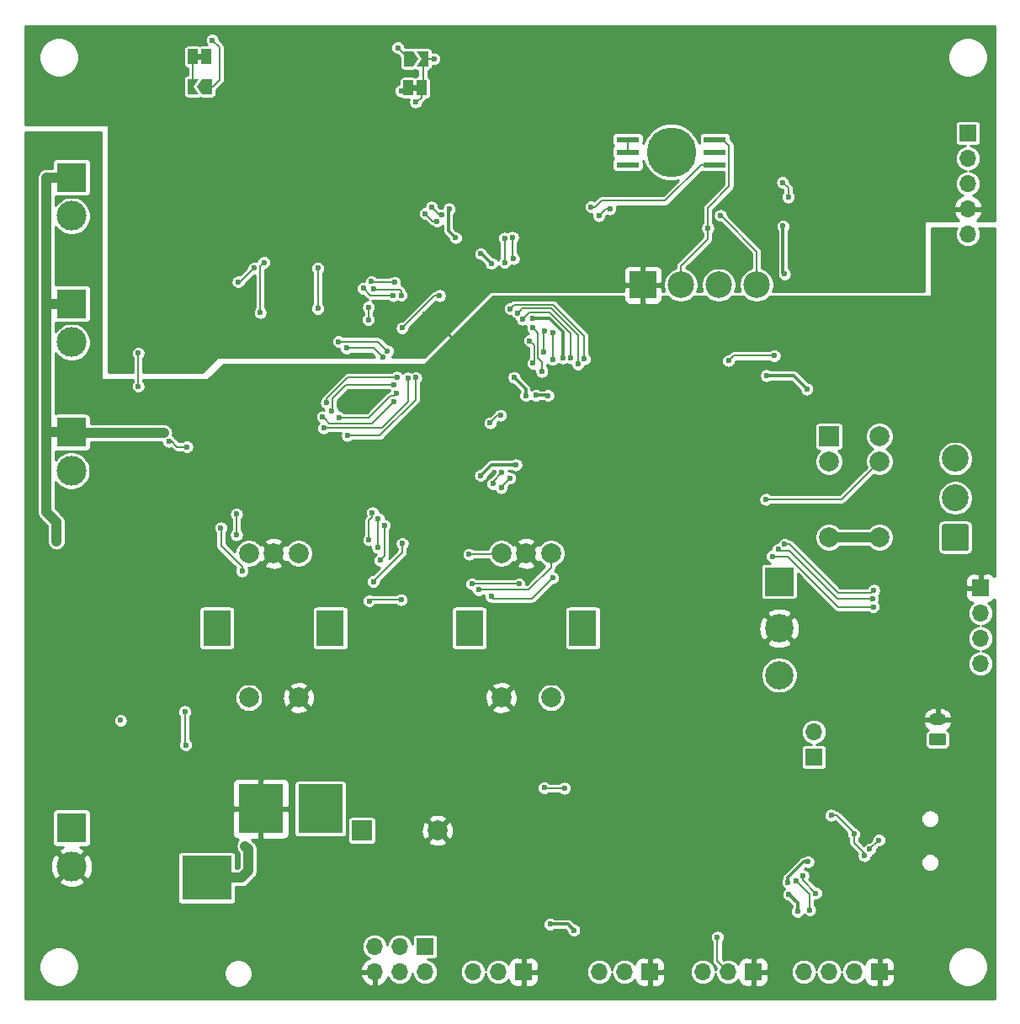
<source format=gbr>
G04 #@! TF.GenerationSoftware,KiCad,Pcbnew,(5.1.4-0-10_14)*
G04 #@! TF.CreationDate,2020-04-29T09:46:45-07:00*
G04 #@! TF.ProjectId,Vent,56656e74-2e6b-4696-9361-645f70636258,rev?*
G04 #@! TF.SameCoordinates,Original*
G04 #@! TF.FileFunction,Copper,L2,Bot*
G04 #@! TF.FilePolarity,Positive*
%FSLAX46Y46*%
G04 Gerber Fmt 4.6, Leading zero omitted, Abs format (unit mm)*
G04 Created by KiCad (PCBNEW (5.1.4-0-10_14)) date 2020-04-29 09:46:45*
%MOMM*%
%LPD*%
G04 APERTURE LIST*
%ADD10C,0.100000*%
%ADD11C,2.670000*%
%ADD12R,2.670000X2.670000*%
%ADD13C,3.000000*%
%ADD14R,3.000000X3.000000*%
%ADD15R,4.500000X4.900000*%
%ADD16R,5.000000X4.500000*%
%ADD17O,1.700000X1.700000*%
%ADD18R,1.700000X1.700000*%
%ADD19C,2.000000*%
%ADD20R,2.800000X3.600000*%
%ADD21R,2.000000X2.000000*%
%ADD22C,2.700000*%
%ADD23R,1.000000X1.500000*%
%ADD24C,0.300000*%
%ADD25C,5.000000*%
%ADD26R,2.300000X0.600000*%
%ADD27C,2.850000*%
%ADD28R,2.850000X2.850000*%
%ADD29O,1.750000X1.200000*%
%ADD30C,1.200000*%
%ADD31C,0.600000*%
%ADD32C,0.300000*%
%ADD33C,0.200000*%
%ADD34C,1.000000*%
%ADD35C,0.254000*%
G04 APERTURE END LIST*
D10*
G36*
X90174000Y-35123400D02*
G01*
X90674000Y-35123400D01*
X90674000Y-34523400D01*
X90174000Y-34523400D01*
X90174000Y-35123400D01*
G37*
G36*
X68992800Y-31373800D02*
G01*
X68492800Y-31373800D01*
X68492800Y-31973800D01*
X68992800Y-31973800D01*
X68992800Y-31373800D01*
G37*
D11*
X124790200Y-54635400D03*
X120980200Y-54635400D03*
X117170200Y-54635400D03*
D12*
X113360200Y-54635400D03*
D13*
X55880000Y-113100000D03*
D14*
X55880000Y-109220000D03*
D15*
X80924600Y-107299200D03*
X74924600Y-107299200D03*
D16*
X69474600Y-114249200D03*
D17*
X147320000Y-92710000D03*
X147320000Y-90170000D03*
X147320000Y-87630000D03*
D18*
X147320000Y-85090000D03*
D13*
X55880000Y-47695000D03*
D14*
X55880000Y-43815000D03*
D13*
X55880000Y-60395000D03*
D14*
X55880000Y-56515000D03*
D19*
X104110000Y-81628600D03*
X101610000Y-81628600D03*
X99110000Y-81628600D03*
X104110000Y-96128600D03*
X99110000Y-96128600D03*
D20*
X107310000Y-89128600D03*
X95910000Y-89128600D03*
D19*
X132080000Y-80010000D03*
X137160000Y-80010000D03*
X132080000Y-72390000D03*
D21*
X132080000Y-69850000D03*
D19*
X137160000Y-72390000D03*
X137160000Y-69850000D03*
D22*
X144780000Y-72090000D03*
X144780000Y-76050000D03*
D10*
G36*
X145904503Y-78661204D02*
G01*
X145928772Y-78664804D01*
X145952570Y-78670765D01*
X145975670Y-78679030D01*
X145997849Y-78689520D01*
X146018892Y-78702133D01*
X146038598Y-78716748D01*
X146056776Y-78733224D01*
X146073252Y-78751402D01*
X146087867Y-78771108D01*
X146100480Y-78792151D01*
X146110970Y-78814330D01*
X146119235Y-78837430D01*
X146125196Y-78861228D01*
X146128796Y-78885497D01*
X146130000Y-78910001D01*
X146130000Y-81109999D01*
X146128796Y-81134503D01*
X146125196Y-81158772D01*
X146119235Y-81182570D01*
X146110970Y-81205670D01*
X146100480Y-81227849D01*
X146087867Y-81248892D01*
X146073252Y-81268598D01*
X146056776Y-81286776D01*
X146038598Y-81303252D01*
X146018892Y-81317867D01*
X145997849Y-81330480D01*
X145975670Y-81340970D01*
X145952570Y-81349235D01*
X145928772Y-81355196D01*
X145904503Y-81358796D01*
X145879999Y-81360000D01*
X143680001Y-81360000D01*
X143655497Y-81358796D01*
X143631228Y-81355196D01*
X143607430Y-81349235D01*
X143584330Y-81340970D01*
X143562151Y-81330480D01*
X143541108Y-81317867D01*
X143521402Y-81303252D01*
X143503224Y-81286776D01*
X143486748Y-81268598D01*
X143472133Y-81248892D01*
X143459520Y-81227849D01*
X143449030Y-81205670D01*
X143440765Y-81182570D01*
X143434804Y-81158772D01*
X143431204Y-81134503D01*
X143430000Y-81109999D01*
X143430000Y-78910001D01*
X143431204Y-78885497D01*
X143434804Y-78861228D01*
X143440765Y-78837430D01*
X143449030Y-78814330D01*
X143459520Y-78792151D01*
X143472133Y-78771108D01*
X143486748Y-78751402D01*
X143503224Y-78733224D01*
X143521402Y-78716748D01*
X143541108Y-78702133D01*
X143562151Y-78689520D01*
X143584330Y-78679030D01*
X143607430Y-78670765D01*
X143631228Y-78664804D01*
X143655497Y-78661204D01*
X143680001Y-78660000D01*
X145879999Y-78660000D01*
X145904503Y-78661204D01*
X145904503Y-78661204D01*
G37*
D22*
X144780000Y-80010000D03*
D23*
X91074000Y-34823400D03*
X89774000Y-34823400D03*
X68092800Y-31673800D03*
X69392800Y-31673800D03*
D24*
X89789000Y-31902400D03*
D10*
G36*
X90789000Y-31902400D02*
G01*
X90289000Y-32652400D01*
X89289000Y-32652400D01*
X89289000Y-31152400D01*
X90289000Y-31152400D01*
X90789000Y-31902400D01*
X90789000Y-31902400D01*
G37*
D24*
X91239000Y-31902400D03*
D10*
G36*
X91739000Y-32652400D02*
G01*
X90589000Y-32652400D01*
X91089000Y-31902400D01*
X90589000Y-31152400D01*
X91739000Y-31152400D01*
X91739000Y-32652400D01*
X91739000Y-32652400D01*
G37*
D13*
X55854600Y-73323600D03*
D14*
X55854600Y-69443600D03*
D24*
X69482800Y-34696400D03*
D10*
G36*
X68482800Y-34696400D02*
G01*
X68982800Y-33946400D01*
X69982800Y-33946400D01*
X69982800Y-35446400D01*
X68982800Y-35446400D01*
X68482800Y-34696400D01*
X68482800Y-34696400D01*
G37*
D24*
X68032800Y-34696400D03*
D10*
G36*
X67532800Y-33946400D02*
G01*
X68682800Y-33946400D01*
X68182800Y-34696400D01*
X68682800Y-35446400D01*
X67532800Y-35446400D01*
X67532800Y-33946400D01*
X67532800Y-33946400D01*
G37*
D17*
X86360000Y-123698000D03*
X86360000Y-121158000D03*
X88900000Y-123698000D03*
X88900000Y-121158000D03*
X91440000Y-123698000D03*
D18*
X91440000Y-121158000D03*
D17*
X130556000Y-99568000D03*
D18*
X130556000Y-102108000D03*
D25*
X116205000Y-41275000D03*
D26*
X120580000Y-42545000D03*
X111830000Y-42545000D03*
X120580000Y-41275000D03*
X111830000Y-41275000D03*
X120580000Y-40005000D03*
X111830000Y-40005000D03*
D17*
X108966000Y-123698000D03*
X111506000Y-123698000D03*
D18*
X114046000Y-123698000D03*
D17*
X96266000Y-123698000D03*
X98806000Y-123698000D03*
D18*
X101346000Y-123698000D03*
D27*
X127060000Y-93855000D03*
X127060000Y-89155000D03*
D28*
X127060000Y-84455000D03*
D19*
X78710000Y-81628600D03*
X76210000Y-81628600D03*
X73710000Y-81628600D03*
X78710000Y-96128600D03*
X73710000Y-96128600D03*
D20*
X81910000Y-89128600D03*
X70510000Y-89128600D03*
D17*
X146050000Y-49530000D03*
X146050000Y-46990000D03*
X146050000Y-44450000D03*
X146050000Y-41910000D03*
D18*
X146050000Y-39370000D03*
D17*
X119380000Y-123698000D03*
X121920000Y-123698000D03*
D18*
X124460000Y-123698000D03*
D29*
X143002000Y-98330000D03*
D10*
G36*
X143651505Y-99731204D02*
G01*
X143675773Y-99734804D01*
X143699572Y-99740765D01*
X143722671Y-99749030D01*
X143744850Y-99759520D01*
X143765893Y-99772132D01*
X143785599Y-99786747D01*
X143803777Y-99803223D01*
X143820253Y-99821401D01*
X143834868Y-99841107D01*
X143847480Y-99862150D01*
X143857970Y-99884329D01*
X143866235Y-99907428D01*
X143872196Y-99931227D01*
X143875796Y-99955495D01*
X143877000Y-99979999D01*
X143877000Y-100680001D01*
X143875796Y-100704505D01*
X143872196Y-100728773D01*
X143866235Y-100752572D01*
X143857970Y-100775671D01*
X143847480Y-100797850D01*
X143834868Y-100818893D01*
X143820253Y-100838599D01*
X143803777Y-100856777D01*
X143785599Y-100873253D01*
X143765893Y-100887868D01*
X143744850Y-100900480D01*
X143722671Y-100910970D01*
X143699572Y-100919235D01*
X143675773Y-100925196D01*
X143651505Y-100928796D01*
X143627001Y-100930000D01*
X142376999Y-100930000D01*
X142352495Y-100928796D01*
X142328227Y-100925196D01*
X142304428Y-100919235D01*
X142281329Y-100910970D01*
X142259150Y-100900480D01*
X142238107Y-100887868D01*
X142218401Y-100873253D01*
X142200223Y-100856777D01*
X142183747Y-100838599D01*
X142169132Y-100818893D01*
X142156520Y-100797850D01*
X142146030Y-100775671D01*
X142137765Y-100752572D01*
X142131804Y-100728773D01*
X142128204Y-100704505D01*
X142127000Y-100680001D01*
X142127000Y-99979999D01*
X142128204Y-99955495D01*
X142131804Y-99931227D01*
X142137765Y-99907428D01*
X142146030Y-99884329D01*
X142156520Y-99862150D01*
X142169132Y-99841107D01*
X142183747Y-99821401D01*
X142200223Y-99803223D01*
X142218401Y-99786747D01*
X142238107Y-99772132D01*
X142259150Y-99759520D01*
X142281329Y-99749030D01*
X142304428Y-99740765D01*
X142328227Y-99734804D01*
X142352495Y-99731204D01*
X142376999Y-99730000D01*
X143627001Y-99730000D01*
X143651505Y-99731204D01*
X143651505Y-99731204D01*
G37*
D30*
X143002000Y-100330000D03*
D17*
X129540000Y-123698000D03*
X132080000Y-123698000D03*
X134620000Y-123698000D03*
D18*
X137160000Y-123698000D03*
D19*
X92690000Y-109474000D03*
D21*
X85090000Y-109474000D03*
D31*
X125730000Y-41577500D03*
X129605000Y-39370000D03*
X134555000Y-39370000D03*
X134300000Y-31750000D03*
X105077500Y-40005000D03*
X104015000Y-34290000D03*
X82425000Y-34290000D03*
X72047400Y-69581600D03*
X139540000Y-108939999D03*
X139640000Y-106040000D03*
X145090000Y-106040000D03*
X145090000Y-114940000D03*
X139640000Y-114940000D03*
X132650000Y-110850000D03*
X135375000Y-106000000D03*
X135287500Y-102400000D03*
X136250000Y-116050000D03*
X136250000Y-119750000D03*
X115062000Y-115745500D03*
X115062000Y-118188500D03*
X100939000Y-117957000D03*
X102029500Y-120650000D03*
X137589500Y-37513500D03*
X101311000Y-46990000D03*
X101424500Y-49530000D03*
X118175000Y-50165000D03*
X131637000Y-61341000D03*
X131637000Y-62611000D03*
X131637000Y-63881000D03*
X136587000Y-61341000D03*
X144280000Y-61960000D03*
X60835000Y-34290000D03*
X85775800Y-39776400D03*
X126238000Y-48435500D03*
X69835000Y-62230000D03*
X140462000Y-48006000D03*
X119072900Y-65938400D03*
X119276100Y-70383400D03*
X119276100Y-74803000D03*
X82550000Y-63929500D03*
X94409500Y-53848000D03*
X90599500Y-72390000D03*
X90599500Y-75946000D03*
X63458600Y-79441000D03*
X60022500Y-123698000D03*
X60808000Y-100711000D03*
X54508000Y-100711000D03*
X66370200Y-117881400D03*
X67386200Y-117932200D03*
X64770000Y-121234200D03*
X65481200Y-117932200D03*
X64541400Y-117957600D03*
X100406200Y-62054500D03*
X97140000Y-62446000D03*
X91440000Y-57546000D03*
X93726000Y-72390000D03*
X90269300Y-52984406D03*
X82829400Y-66713100D03*
X54558800Y-91389200D03*
X60858800Y-91389200D03*
X77190600Y-45262800D03*
X63220600Y-39776400D03*
X56644300Y-85369400D03*
X81356200Y-45186600D03*
X93164900Y-42468800D03*
X117475000Y-80314800D03*
X107645200Y-73304400D03*
X116052600Y-58597800D03*
X105283000Y-53289200D03*
X134899400Y-57099200D03*
X107670600Y-109575600D03*
X73533000Y-74828400D03*
X78698600Y-50571400D03*
X71768500Y-100888800D03*
X119151400Y-52797000D03*
X67206100Y-39827200D03*
X79836800Y-39827200D03*
X97025700Y-39471600D03*
X98628200Y-48234600D03*
X90502198Y-63959185D03*
X83632779Y-69773800D03*
X127457200Y-48717200D03*
X125808500Y-63754000D03*
X104016367Y-118897400D03*
X106416400Y-119507000D03*
X94513400Y-49885600D03*
X127609600Y-53543200D03*
X97028000Y-73787000D03*
X100579451Y-72720200D03*
X101567065Y-65753065D03*
X100406200Y-63929500D03*
X102597799Y-65735200D03*
X103797799Y-65760600D03*
X105283000Y-61991800D03*
X98120200Y-52476400D03*
X97035528Y-51493328D03*
X93878400Y-46990000D03*
X102260400Y-58016632D03*
X127965198Y-114706400D03*
X128913065Y-117635465D03*
X128048935Y-115907735D03*
X69392800Y-31673800D03*
X89027000Y-35128200D03*
X60808000Y-98411000D03*
X129962210Y-112625835D03*
X129864795Y-65102664D03*
X64512400Y-69506598D03*
X65163836Y-69506600D03*
X54362600Y-80391000D03*
X126365000Y-81915000D03*
X136525000Y-86995000D03*
X136459999Y-86182200D03*
X126965000Y-81229200D03*
X127609600Y-80721200D03*
X136575800Y-85344000D03*
X92107935Y-46819735D03*
X100236890Y-49848994D03*
X100330000Y-51984200D03*
X93126790Y-47588257D03*
X128767336Y-114557173D03*
X130149600Y-117475000D03*
X121981588Y-62244612D03*
X126568200Y-61747400D03*
X91460235Y-47467435D03*
X99441000Y-52390600D03*
X103412821Y-61403137D03*
X103495716Y-59236623D03*
X99441000Y-49929999D03*
X92637280Y-48221028D03*
X130754565Y-115793965D03*
X129452039Y-114024705D03*
X89154000Y-80619600D03*
X86233000Y-84455000D03*
X86131400Y-77546200D03*
X85801200Y-80264000D03*
X87336990Y-78816200D03*
X86918800Y-82321400D03*
X86736990Y-78130400D03*
X86685035Y-81031165D03*
X87660154Y-61286373D03*
X82753200Y-60325000D03*
X105460800Y-105232200D03*
X103438400Y-105181400D03*
X120853200Y-120218200D03*
X87170297Y-61918862D03*
X83540600Y-60985400D03*
X92887800Y-55702200D03*
X89136599Y-58961399D03*
X80645000Y-57005866D03*
X80644998Y-52930568D03*
X74853800Y-57413600D03*
X75234800Y-52374800D03*
X127990600Y-45796200D03*
X127406400Y-44323000D03*
X85217000Y-54983798D03*
X88240000Y-55702600D03*
X85750400Y-56870600D03*
X85725000Y-58146000D03*
X88618108Y-63926405D03*
X81530890Y-66492895D03*
X96148590Y-84683600D03*
X100894856Y-84683600D03*
X106121200Y-61991800D03*
X101245874Y-58091740D03*
X100761800Y-57454800D03*
X106832400Y-62591800D03*
X99999800Y-57023000D03*
X107467400Y-62077600D03*
X88326520Y-66393793D03*
X81127600Y-67894200D03*
X82804000Y-67986210D03*
X88569798Y-65493784D03*
X104267000Y-84083600D03*
X98094802Y-85928200D03*
X89030178Y-86283612D03*
X85826600Y-86410800D03*
X73025000Y-83388200D03*
X70891400Y-79070200D03*
X67478200Y-70916800D03*
X65671015Y-70368441D03*
X125730001Y-76200001D03*
X132300000Y-107950000D03*
X134587500Y-109837500D03*
X135636000Y-112014000D03*
X81254600Y-69018002D03*
X89703577Y-64006338D03*
X72466200Y-77673200D03*
X72466200Y-79756000D03*
X96834399Y-85283601D03*
X95859600Y-81711800D03*
X103197799Y-63333949D03*
X102285800Y-58953400D03*
X136177648Y-111364195D03*
X137100008Y-110450000D03*
X110037965Y-46984835D03*
X108940600Y-47657936D03*
X86309200Y-55041800D03*
X89040000Y-55689800D03*
X62585600Y-61493400D03*
X62585600Y-64836598D03*
X67284600Y-97536000D03*
X67358500Y-100888800D03*
X88379516Y-54365590D03*
X86042688Y-54287485D03*
X74253800Y-52930578D03*
X72641704Y-54332896D03*
X88341198Y-64693800D03*
X82066963Y-67290790D03*
X99167415Y-73527185D03*
X99034600Y-67741800D03*
X97993200Y-68503800D03*
X98263010Y-74620028D03*
X104277390Y-59406930D03*
X104267000Y-62128400D03*
X108148028Y-46791972D03*
X111830000Y-41275000D03*
X111830000Y-42545000D03*
X121158000Y-47650400D03*
X119888000Y-48930000D03*
X99979451Y-74070261D03*
X102311200Y-62509400D03*
X101978200Y-60246000D03*
X99108982Y-75009322D03*
X68092800Y-31673800D03*
X70027800Y-30022800D03*
X88696800Y-30784800D03*
X92354400Y-31902400D03*
X90500200Y-36245800D03*
X73344000Y-111040000D03*
D32*
X96665000Y-62446000D02*
X91775400Y-57556400D01*
X97140000Y-62446000D02*
X96665000Y-62446000D01*
X91450400Y-57556400D02*
X91440000Y-57546000D01*
X91775400Y-57556400D02*
X91450400Y-57556400D01*
D33*
X90502198Y-66168032D02*
X86896430Y-69773800D01*
X90502198Y-63959185D02*
X90502198Y-66168032D01*
X86896430Y-69773800D02*
X84057043Y-69773800D01*
X84057043Y-69773800D02*
X83632779Y-69773800D01*
D32*
X105806800Y-118897400D02*
X106416400Y-119507000D01*
X104016367Y-118897400D02*
X105806800Y-118897400D01*
X127457200Y-53390800D02*
X127609600Y-53543200D01*
X127457200Y-48717200D02*
X127457200Y-53390800D01*
X98094800Y-72720200D02*
X100579451Y-72720200D01*
X97028000Y-73787000D02*
X98094800Y-72720200D01*
X101567065Y-65090365D02*
X100406200Y-63929500D01*
X101567065Y-65753065D02*
X101567065Y-65090365D01*
X103772399Y-65735200D02*
X103797799Y-65760600D01*
X102597799Y-65735200D02*
X103772399Y-65735200D01*
X97137128Y-51493328D02*
X97035528Y-51493328D01*
X98120200Y-52476400D02*
X97137128Y-51493328D01*
X93802200Y-47066200D02*
X93878400Y-46990000D01*
X93776800Y-49149000D02*
X93776800Y-47396400D01*
X94513400Y-49885600D02*
X93776800Y-49149000D01*
X93802200Y-47371000D02*
X93802200Y-47066200D01*
X93776800Y-47396400D02*
X93802200Y-47371000D01*
X102684664Y-58016632D02*
X102260400Y-58016632D01*
X105283000Y-61991800D02*
X105283000Y-59348594D01*
X105283000Y-59348594D02*
X103951038Y-58016632D01*
X103951038Y-58016632D02*
X102684664Y-58016632D01*
X127939800Y-114716854D02*
X127954744Y-114716854D01*
X127954744Y-114716854D02*
X127965198Y-114706400D01*
X128913065Y-116771865D02*
X128048935Y-115907735D01*
X128913065Y-117635465D02*
X128913065Y-116771865D01*
X89469200Y-35128200D02*
X89774000Y-34823400D01*
X89027000Y-35128200D02*
X89469200Y-35128200D01*
X129537946Y-112625835D02*
X129962210Y-112625835D01*
X129564796Y-64802665D02*
X129864795Y-65102664D01*
X127945027Y-114218754D02*
X129537946Y-112625835D01*
X125808500Y-63754000D02*
X128516131Y-63754000D01*
X127945027Y-114711627D02*
X127945027Y-114218754D01*
X128516131Y-63754000D02*
X129564796Y-64802665D01*
D34*
X64512400Y-69506598D02*
X56783404Y-69506598D01*
X54362600Y-80391000D02*
X54362600Y-78491000D01*
X53354600Y-69443600D02*
X55854600Y-69443600D01*
X53340000Y-69458200D02*
X53354600Y-69443600D01*
X53340000Y-77468400D02*
X54362600Y-78491000D01*
X53340000Y-69458200D02*
X53340000Y-77468400D01*
X65163834Y-69506598D02*
X65163836Y-69506600D01*
X64512400Y-69506598D02*
X65163834Y-69506598D01*
X53380000Y-56515000D02*
X55880000Y-56515000D01*
X53340000Y-56555000D02*
X53380000Y-56515000D01*
X53340000Y-69458200D02*
X53340000Y-56555000D01*
X53340000Y-43855000D02*
X53380000Y-43815000D01*
X53380000Y-43815000D02*
X55880000Y-43815000D01*
X53340000Y-56555000D02*
X53340000Y-43855000D01*
D33*
X127910002Y-81915000D02*
X132990002Y-86995000D01*
X126365000Y-81915000D02*
X127910002Y-81915000D01*
X132990002Y-86995000D02*
X136525000Y-86995000D01*
X136459999Y-86182200D02*
X132918200Y-86182200D01*
X132918200Y-86182200D02*
X128066800Y-81330800D01*
X127066600Y-81330800D02*
X126965000Y-81229200D01*
X128066800Y-81330800D02*
X127066600Y-81330800D01*
X127609600Y-80721200D02*
X128117600Y-80721200D01*
X132978599Y-85582199D02*
X136337601Y-85582199D01*
X128117600Y-80721200D02*
X132978599Y-85582199D01*
X136337601Y-85582199D02*
X136575800Y-85344000D01*
X100236890Y-51891090D02*
X100330000Y-51984200D01*
X100236890Y-49848994D02*
X100236890Y-51891090D01*
X92107935Y-46819735D02*
X92876457Y-47588257D01*
X92876457Y-47588257D02*
X93126790Y-47588257D01*
X128767336Y-114557173D02*
X130149600Y-115939437D01*
X130149600Y-115939437D02*
X130149600Y-117050736D01*
X130149600Y-117050736D02*
X130149600Y-117475000D01*
X122478800Y-61747400D02*
X126568200Y-61747400D01*
X121981588Y-62244612D02*
X122478800Y-61747400D01*
X103412821Y-61403137D02*
X103412821Y-59319518D01*
X103412821Y-59319518D02*
X103495716Y-59236623D01*
X99441000Y-52390600D02*
X99441000Y-49929999D01*
X91460235Y-47467435D02*
X92213828Y-48221028D01*
X92213828Y-48221028D02*
X92637280Y-48221028D01*
X130754565Y-115793965D02*
X129452039Y-114491439D01*
X129452039Y-114491439D02*
X129452039Y-114448969D01*
X129452039Y-114448969D02*
X129452039Y-114024705D01*
X89154000Y-80619600D02*
X89154000Y-81534000D01*
X89154000Y-81534000D02*
X86532999Y-84155001D01*
X86532999Y-84155001D02*
X86233000Y-84455000D01*
X86131400Y-77970464D02*
X85801200Y-78300664D01*
X86131400Y-77546200D02*
X86131400Y-77970464D01*
X85801200Y-78300664D02*
X85801200Y-80264000D01*
X87336990Y-78816200D02*
X87336990Y-81903210D01*
X87336990Y-81903210D02*
X87218799Y-82021401D01*
X87218799Y-82021401D02*
X86918800Y-82321400D01*
X86736990Y-78130400D02*
X86736990Y-80979210D01*
X86736990Y-80979210D02*
X86685035Y-81031165D01*
X86698781Y-60325000D02*
X82753200Y-60325000D01*
X87660154Y-61286373D02*
X86698781Y-60325000D01*
X103489200Y-105232200D02*
X103438400Y-105181400D01*
X105460800Y-105232200D02*
X103489200Y-105232200D01*
X120853200Y-120642464D02*
X120853200Y-120218200D01*
X120853200Y-122631200D02*
X120853200Y-120642464D01*
X121920000Y-123698000D02*
X120853200Y-122631200D01*
X87170297Y-61918862D02*
X86236835Y-60985400D01*
X86236835Y-60985400D02*
X83540600Y-60985400D01*
X92887800Y-55702200D02*
X92395798Y-55702200D01*
X89027000Y-59070998D02*
X89136599Y-58961399D01*
X92395798Y-55702200D02*
X89136599Y-58961399D01*
X80645000Y-52930570D02*
X80644998Y-52930568D01*
X80645000Y-57005866D02*
X80645000Y-52930570D01*
X74853800Y-52755800D02*
X74934801Y-52674799D01*
X74934801Y-52674799D02*
X75234800Y-52374800D01*
X74853800Y-57413600D02*
X74853800Y-52755800D01*
X127990600Y-44907200D02*
X127406400Y-44323000D01*
X127990600Y-45796200D02*
X127990600Y-44907200D01*
X86081998Y-55702600D02*
X88240000Y-55702600D01*
X85935802Y-55702600D02*
X86081998Y-55702600D01*
X85217000Y-54983798D02*
X85935802Y-55702600D01*
X85750400Y-58120600D02*
X85725000Y-58146000D01*
X85750400Y-56870600D02*
X85750400Y-58120600D01*
X81531625Y-66068631D02*
X81531625Y-66492895D01*
X88618108Y-63926405D02*
X83673851Y-63926405D01*
X81531625Y-66492895D02*
X81530890Y-66492895D01*
X83673851Y-63926405D02*
X81531625Y-66068631D01*
X96148590Y-84683600D02*
X100894856Y-84683600D01*
X101920992Y-57416622D02*
X101545873Y-57791741D01*
X101545873Y-57791741D02*
X101245874Y-58091740D01*
X106121200Y-59550388D02*
X103987434Y-57416622D01*
X103987434Y-57416622D02*
X101920992Y-57416622D01*
X106121200Y-61991800D02*
X106121200Y-59550388D01*
X106832400Y-59695888D02*
X104153123Y-57016611D01*
X101061799Y-57154801D02*
X100761800Y-57454800D01*
X101199989Y-57016611D02*
X101061799Y-57154801D01*
X104153123Y-57016611D02*
X101199989Y-57016611D01*
X106832400Y-62591800D02*
X106832400Y-59695888D01*
X100299799Y-56723001D02*
X99999800Y-57023000D01*
X107432401Y-59730189D02*
X104318812Y-56616600D01*
X100406200Y-56616600D02*
X100299799Y-56723001D01*
X107432401Y-62042601D02*
X107432401Y-59730189D01*
X104318812Y-56616600D02*
X100406200Y-56616600D01*
X107467400Y-62077600D02*
X107432401Y-62042601D01*
X86134101Y-68586212D02*
X81819612Y-68586212D01*
X88326520Y-66393793D02*
X86134101Y-68586212D01*
X81819612Y-68586212D02*
X81427599Y-68194199D01*
X81427599Y-68194199D02*
X81127600Y-67894200D01*
X85779351Y-67986210D02*
X87971778Y-65793783D01*
X82804000Y-67986210D02*
X85779351Y-67986210D01*
X87971778Y-65793783D02*
X88269799Y-65793783D01*
X88269799Y-65793783D02*
X88569798Y-65493784D01*
X104267000Y-84083600D02*
X102193800Y-86156800D01*
X98323402Y-86156800D02*
X98094802Y-85928200D01*
X102193800Y-86156800D02*
X98323402Y-86156800D01*
X86334788Y-86283612D02*
X86563388Y-86283612D01*
X89030178Y-86283612D02*
X86563388Y-86283612D01*
X86334788Y-86283612D02*
X85953788Y-86283612D01*
X85953788Y-86283612D02*
X85826600Y-86410800D01*
X73025000Y-82963936D02*
X70916800Y-80855736D01*
X73025000Y-83388200D02*
X73025000Y-82963936D01*
X70916800Y-79095600D02*
X70891400Y-79070200D01*
X70916800Y-80855736D02*
X70916800Y-79095600D01*
X67478200Y-70916800D02*
X66471800Y-70916800D01*
X65861608Y-70306608D02*
X65495208Y-70306608D01*
X66471800Y-70916800D02*
X65861608Y-70306608D01*
X137160000Y-72390000D02*
X133349999Y-76200001D01*
X133349999Y-76200001D02*
X126154265Y-76200001D01*
X126154265Y-76200001D02*
X125730001Y-76200001D01*
X132300000Y-107950000D02*
X132842000Y-107950000D01*
X134587500Y-109695500D02*
X134587500Y-109837500D01*
X132842000Y-107950000D02*
X134587500Y-109695500D01*
X134587500Y-109837500D02*
X134587500Y-110711500D01*
X135636000Y-111760000D02*
X135636000Y-112014000D01*
X134587500Y-110711500D02*
X135636000Y-111760000D01*
X89703577Y-64430602D02*
X89703577Y-64006338D01*
X89703577Y-66400953D02*
X89703577Y-64430602D01*
X87086528Y-69018002D02*
X89703577Y-66400953D01*
X81254600Y-69018002D02*
X87086528Y-69018002D01*
X72466200Y-77673200D02*
X72466200Y-79756000D01*
X104110000Y-83042813D02*
X101869212Y-85283601D01*
X97258663Y-85283601D02*
X96834399Y-85283601D01*
X104110000Y-81628600D02*
X104110000Y-83042813D01*
X101869212Y-85283601D02*
X97258663Y-85283601D01*
X99026800Y-81711800D02*
X99110000Y-81628600D01*
X95859600Y-81711800D02*
X99026800Y-81711800D01*
X103197799Y-63333949D02*
X103197799Y-62379005D01*
X102812811Y-61994017D02*
X102812811Y-59480411D01*
X102812811Y-59480411D02*
X102585799Y-59253399D01*
X103197799Y-62379005D02*
X102812811Y-61994017D01*
X102585799Y-59253399D02*
X102285800Y-58953400D01*
X136177648Y-111364195D02*
X137091843Y-110450000D01*
X137091843Y-110450000D02*
X137100008Y-110450000D01*
X109613701Y-46984835D02*
X108940600Y-47657936D01*
X110037965Y-46984835D02*
X109613701Y-46984835D01*
X89040000Y-55265536D02*
X89040000Y-55689800D01*
X88867064Y-55092600D02*
X89040000Y-55265536D01*
X86360000Y-55092600D02*
X88867064Y-55092600D01*
X86309200Y-55041800D02*
X86360000Y-55092600D01*
X62585600Y-61493400D02*
X62585600Y-64770000D01*
X62585600Y-64770000D02*
X62585600Y-64836598D01*
X67284600Y-100814900D02*
X67358500Y-100888800D01*
X67284600Y-97536000D02*
X67284600Y-100814900D01*
X86120793Y-54365590D02*
X86042688Y-54287485D01*
X88379516Y-54365590D02*
X86120793Y-54365590D01*
X74253800Y-52930578D02*
X72851482Y-54332896D01*
X72851482Y-54332896D02*
X72641704Y-54332896D01*
X82130900Y-67226853D02*
X82066963Y-67290790D01*
X83515200Y-64693800D02*
X82130900Y-66078100D01*
X82130900Y-66078100D02*
X82130900Y-67226853D01*
X88341198Y-64693800D02*
X83515200Y-64693800D01*
X98755200Y-67741800D02*
X97993200Y-68503800D01*
X99034600Y-67741800D02*
X98755200Y-67741800D01*
X98263010Y-74431590D02*
X98263010Y-74620028D01*
X99167415Y-73527185D02*
X98263010Y-74431590D01*
X104277390Y-59406930D02*
X104277390Y-62118010D01*
X104277390Y-62118010D02*
X104267000Y-62128400D01*
X108572292Y-46791972D02*
X108148028Y-46791972D01*
X115597800Y-46177200D02*
X109187064Y-46177200D01*
X119230000Y-42545000D02*
X115597800Y-46177200D01*
X109187064Y-46177200D02*
X108572292Y-46791972D01*
X120580000Y-42545000D02*
X119230000Y-42545000D01*
X111830000Y-41275000D02*
X111830000Y-40005000D01*
X121457999Y-47950399D02*
X121158000Y-47650400D01*
X124790200Y-51282600D02*
X121457999Y-47950399D01*
X124790200Y-54635400D02*
X124790200Y-51282600D01*
X119888000Y-49354264D02*
X119888000Y-48930000D01*
X117170200Y-52747425D02*
X119888000Y-50029625D01*
X119888000Y-50029625D02*
X119888000Y-49354264D01*
X117170200Y-54635400D02*
X117170200Y-52747425D01*
X121430000Y-40005000D02*
X120580000Y-40005000D01*
X122030001Y-44720999D02*
X122030001Y-40605001D01*
X119888000Y-46863000D02*
X122030001Y-44720999D01*
X122030001Y-40605001D02*
X121430000Y-40005000D01*
X119888000Y-48930000D02*
X119888000Y-46863000D01*
X102311200Y-62509400D02*
X102412800Y-62407800D01*
X102412800Y-60680600D02*
X101978200Y-60246000D01*
X102412800Y-62407800D02*
X102412800Y-60680600D01*
X99979451Y-74070261D02*
X99108982Y-74940730D01*
X99108982Y-74940730D02*
X99108982Y-75009322D01*
X68092800Y-34636400D02*
X68032800Y-34696400D01*
X68092800Y-31673800D02*
X68092800Y-34636400D01*
X70082800Y-34696400D02*
X70764400Y-34014800D01*
X69482800Y-34696400D02*
X70082800Y-34696400D01*
X70764400Y-34014800D02*
X70764400Y-30759400D01*
X70764400Y-30759400D02*
X70027800Y-30022800D01*
X88696800Y-30810200D02*
X89789000Y-31902400D01*
X88696800Y-30784800D02*
X88696800Y-30810200D01*
X91239000Y-34658400D02*
X91074000Y-34823400D01*
X91239000Y-31902400D02*
X91239000Y-34658400D01*
X91239000Y-31902400D02*
X92354400Y-31902400D01*
X91074000Y-35773400D02*
X90601600Y-36245800D01*
X91074000Y-34823400D02*
X91074000Y-35773400D01*
X90601600Y-36245800D02*
X90500200Y-36245800D01*
D34*
X132080000Y-80010000D02*
X137160000Y-80010000D01*
X72974600Y-114249200D02*
X73660000Y-113563800D01*
X69474600Y-114249200D02*
X72974600Y-114249200D01*
X73660000Y-111356000D02*
X73344000Y-111040000D01*
X73660000Y-113563800D02*
X73660000Y-111356000D01*
D35*
G36*
X148717000Y-48133000D02*
G01*
X146989242Y-48133000D01*
X147147588Y-47990269D01*
X147321641Y-47756920D01*
X147446825Y-47494099D01*
X147491476Y-47346890D01*
X147370155Y-47117000D01*
X146177000Y-47117000D01*
X146177000Y-47137000D01*
X145923000Y-47137000D01*
X145923000Y-47117000D01*
X144729845Y-47117000D01*
X144608524Y-47346890D01*
X144653175Y-47494099D01*
X144778359Y-47756920D01*
X144952412Y-47990269D01*
X145110758Y-48133000D01*
X141732000Y-48133000D01*
X141707224Y-48135440D01*
X141683399Y-48142667D01*
X141661443Y-48154403D01*
X141642197Y-48170197D01*
X141626403Y-48189443D01*
X141614667Y-48211399D01*
X141607440Y-48235224D01*
X141605000Y-48260000D01*
X141605000Y-55245000D01*
X126444871Y-55245000D01*
X126484488Y-55149357D01*
X126552200Y-54808942D01*
X126552200Y-54461858D01*
X126484488Y-54121443D01*
X126351665Y-53800780D01*
X126158835Y-53512190D01*
X125913410Y-53266765D01*
X125624820Y-53073935D01*
X125317200Y-52946515D01*
X125317200Y-51308481D01*
X125319749Y-51282600D01*
X125309574Y-51179290D01*
X125307124Y-51171213D01*
X125279439Y-51079950D01*
X125230504Y-50988398D01*
X125164648Y-50908152D01*
X125144545Y-50891654D01*
X122898487Y-48645597D01*
X126730200Y-48645597D01*
X126730200Y-48788803D01*
X126758138Y-48929258D01*
X126812941Y-49061564D01*
X126880200Y-49162225D01*
X126880201Y-53362459D01*
X126877410Y-53390800D01*
X126884451Y-53462293D01*
X126882600Y-53471597D01*
X126882600Y-53614803D01*
X126910538Y-53755258D01*
X126965341Y-53887564D01*
X127044902Y-54006636D01*
X127146164Y-54107898D01*
X127265236Y-54187459D01*
X127397542Y-54242262D01*
X127537997Y-54270200D01*
X127681203Y-54270200D01*
X127821658Y-54242262D01*
X127953964Y-54187459D01*
X128073036Y-54107898D01*
X128174298Y-54006636D01*
X128253859Y-53887564D01*
X128308662Y-53755258D01*
X128336600Y-53614803D01*
X128336600Y-53471597D01*
X128308662Y-53331142D01*
X128253859Y-53198836D01*
X128174298Y-53079764D01*
X128073036Y-52978502D01*
X128034200Y-52952553D01*
X128034200Y-49162225D01*
X128101459Y-49061564D01*
X128156262Y-48929258D01*
X128184200Y-48788803D01*
X128184200Y-48645597D01*
X128156262Y-48505142D01*
X128101459Y-48372836D01*
X128021898Y-48253764D01*
X127920636Y-48152502D01*
X127801564Y-48072941D01*
X127669258Y-48018138D01*
X127528803Y-47990200D01*
X127385597Y-47990200D01*
X127245142Y-48018138D01*
X127112836Y-48072941D01*
X126993764Y-48152502D01*
X126892502Y-48253764D01*
X126812941Y-48372836D01*
X126758138Y-48505142D01*
X126730200Y-48645597D01*
X122898487Y-48645597D01*
X121885000Y-47632111D01*
X121885000Y-47578797D01*
X121857062Y-47438342D01*
X121802259Y-47306036D01*
X121722698Y-47186964D01*
X121621436Y-47085702D01*
X121502364Y-47006141D01*
X121370058Y-46951338D01*
X121229603Y-46923400D01*
X121086397Y-46923400D01*
X120945942Y-46951338D01*
X120813636Y-47006141D01*
X120694564Y-47085702D01*
X120593302Y-47186964D01*
X120513741Y-47306036D01*
X120458938Y-47438342D01*
X120431000Y-47578797D01*
X120431000Y-47722003D01*
X120458938Y-47862458D01*
X120513741Y-47994764D01*
X120593302Y-48113836D01*
X120694564Y-48215098D01*
X120813636Y-48294659D01*
X120945942Y-48349462D01*
X121086397Y-48377400D01*
X121139711Y-48377400D01*
X124263201Y-51500892D01*
X124263201Y-52946514D01*
X123955580Y-53073935D01*
X123666990Y-53266765D01*
X123421565Y-53512190D01*
X123228735Y-53800780D01*
X123095912Y-54121443D01*
X123028200Y-54461858D01*
X123028200Y-54808942D01*
X123095912Y-55149357D01*
X123135529Y-55245000D01*
X122634871Y-55245000D01*
X122674488Y-55149357D01*
X122742200Y-54808942D01*
X122742200Y-54461858D01*
X122674488Y-54121443D01*
X122541665Y-53800780D01*
X122348835Y-53512190D01*
X122103410Y-53266765D01*
X121814820Y-53073935D01*
X121494157Y-52941112D01*
X121153742Y-52873400D01*
X120806658Y-52873400D01*
X120466243Y-52941112D01*
X120145580Y-53073935D01*
X119856990Y-53266765D01*
X119611565Y-53512190D01*
X119418735Y-53800780D01*
X119285912Y-54121443D01*
X119218200Y-54461858D01*
X119218200Y-54808942D01*
X119285912Y-55149357D01*
X119325529Y-55245000D01*
X118824871Y-55245000D01*
X118864488Y-55149357D01*
X118932200Y-54808942D01*
X118932200Y-54461858D01*
X118864488Y-54121443D01*
X118731665Y-53800780D01*
X118538835Y-53512190D01*
X118293410Y-53266765D01*
X118004820Y-53073935D01*
X117710776Y-52952138D01*
X120242345Y-50420571D01*
X120262448Y-50404073D01*
X120328304Y-50323827D01*
X120377239Y-50232275D01*
X120407374Y-50132935D01*
X120415000Y-50055506D01*
X120415000Y-50055505D01*
X120417549Y-50029625D01*
X120415000Y-50003744D01*
X120415000Y-49431134D01*
X120452698Y-49393436D01*
X120532259Y-49274364D01*
X120587062Y-49142058D01*
X120615000Y-49001603D01*
X120615000Y-48858397D01*
X120587062Y-48717942D01*
X120532259Y-48585636D01*
X120452698Y-48466564D01*
X120415000Y-48428866D01*
X120415000Y-47081289D01*
X120863179Y-46633110D01*
X144608524Y-46633110D01*
X144729845Y-46863000D01*
X145923000Y-46863000D01*
X145923000Y-46843000D01*
X146177000Y-46843000D01*
X146177000Y-46863000D01*
X147370155Y-46863000D01*
X147491476Y-46633110D01*
X147446825Y-46485901D01*
X147321641Y-46223080D01*
X147147588Y-45989731D01*
X146931355Y-45794822D01*
X146681252Y-45645843D01*
X146585350Y-45611824D01*
X146762896Y-45516924D01*
X146957344Y-45357344D01*
X147116924Y-45162896D01*
X147235502Y-44941051D01*
X147308522Y-44700336D01*
X147333178Y-44450000D01*
X147308522Y-44199664D01*
X147235502Y-43958949D01*
X147116924Y-43737104D01*
X146957344Y-43542656D01*
X146762896Y-43383076D01*
X146541051Y-43264498D01*
X146300336Y-43191478D01*
X146183798Y-43180000D01*
X146300336Y-43168522D01*
X146541051Y-43095502D01*
X146762896Y-42976924D01*
X146957344Y-42817344D01*
X147116924Y-42622896D01*
X147235502Y-42401051D01*
X147308522Y-42160336D01*
X147333178Y-41910000D01*
X147308522Y-41659664D01*
X147235502Y-41418949D01*
X147116924Y-41197104D01*
X146957344Y-41002656D01*
X146762896Y-40843076D01*
X146541051Y-40724498D01*
X146300336Y-40651478D01*
X146275847Y-40649066D01*
X146900000Y-40649066D01*
X146983707Y-40640822D01*
X147064196Y-40616405D01*
X147138376Y-40576755D01*
X147203395Y-40523395D01*
X147256755Y-40458376D01*
X147296405Y-40384196D01*
X147320822Y-40303707D01*
X147329066Y-40220000D01*
X147329066Y-38520000D01*
X147320822Y-38436293D01*
X147296405Y-38355804D01*
X147256755Y-38281624D01*
X147203395Y-38216605D01*
X147138376Y-38163245D01*
X147064196Y-38123595D01*
X146983707Y-38099178D01*
X146900000Y-38090934D01*
X145200000Y-38090934D01*
X145116293Y-38099178D01*
X145035804Y-38123595D01*
X144961624Y-38163245D01*
X144896605Y-38216605D01*
X144843245Y-38281624D01*
X144803595Y-38355804D01*
X144779178Y-38436293D01*
X144770934Y-38520000D01*
X144770934Y-40220000D01*
X144779178Y-40303707D01*
X144803595Y-40384196D01*
X144843245Y-40458376D01*
X144896605Y-40523395D01*
X144961624Y-40576755D01*
X145035804Y-40616405D01*
X145116293Y-40640822D01*
X145200000Y-40649066D01*
X145824153Y-40649066D01*
X145799664Y-40651478D01*
X145558949Y-40724498D01*
X145337104Y-40843076D01*
X145142656Y-41002656D01*
X144983076Y-41197104D01*
X144864498Y-41418949D01*
X144791478Y-41659664D01*
X144766822Y-41910000D01*
X144791478Y-42160336D01*
X144864498Y-42401051D01*
X144983076Y-42622896D01*
X145142656Y-42817344D01*
X145337104Y-42976924D01*
X145558949Y-43095502D01*
X145799664Y-43168522D01*
X145916202Y-43180000D01*
X145799664Y-43191478D01*
X145558949Y-43264498D01*
X145337104Y-43383076D01*
X145142656Y-43542656D01*
X144983076Y-43737104D01*
X144864498Y-43958949D01*
X144791478Y-44199664D01*
X144766822Y-44450000D01*
X144791478Y-44700336D01*
X144864498Y-44941051D01*
X144983076Y-45162896D01*
X145142656Y-45357344D01*
X145337104Y-45516924D01*
X145514650Y-45611824D01*
X145418748Y-45645843D01*
X145168645Y-45794822D01*
X144952412Y-45989731D01*
X144778359Y-46223080D01*
X144653175Y-46485901D01*
X144608524Y-46633110D01*
X120863179Y-46633110D01*
X122384340Y-45111950D01*
X122404449Y-45095447D01*
X122470305Y-45015201D01*
X122519240Y-44923649D01*
X122549375Y-44824309D01*
X122557001Y-44746880D01*
X122557001Y-44746879D01*
X122559550Y-44720999D01*
X122557001Y-44695118D01*
X122557001Y-44251397D01*
X126679400Y-44251397D01*
X126679400Y-44394603D01*
X126707338Y-44535058D01*
X126762141Y-44667364D01*
X126841702Y-44786436D01*
X126942964Y-44887698D01*
X127062036Y-44967259D01*
X127194342Y-45022062D01*
X127334797Y-45050000D01*
X127388110Y-45050000D01*
X127463600Y-45125490D01*
X127463600Y-45295066D01*
X127425902Y-45332764D01*
X127346341Y-45451836D01*
X127291538Y-45584142D01*
X127263600Y-45724597D01*
X127263600Y-45867803D01*
X127291538Y-46008258D01*
X127346341Y-46140564D01*
X127425902Y-46259636D01*
X127527164Y-46360898D01*
X127646236Y-46440459D01*
X127778542Y-46495262D01*
X127918997Y-46523200D01*
X128062203Y-46523200D01*
X128202658Y-46495262D01*
X128334964Y-46440459D01*
X128454036Y-46360898D01*
X128555298Y-46259636D01*
X128634859Y-46140564D01*
X128689662Y-46008258D01*
X128717600Y-45867803D01*
X128717600Y-45724597D01*
X128689662Y-45584142D01*
X128634859Y-45451836D01*
X128555298Y-45332764D01*
X128517600Y-45295066D01*
X128517600Y-44933081D01*
X128520149Y-44907200D01*
X128509974Y-44803890D01*
X128492680Y-44746880D01*
X128479839Y-44704550D01*
X128430904Y-44612998D01*
X128365048Y-44532752D01*
X128344944Y-44516253D01*
X128133400Y-44304710D01*
X128133400Y-44251397D01*
X128105462Y-44110942D01*
X128050659Y-43978636D01*
X127971098Y-43859564D01*
X127869836Y-43758302D01*
X127750764Y-43678741D01*
X127618458Y-43623938D01*
X127478003Y-43596000D01*
X127334797Y-43596000D01*
X127194342Y-43623938D01*
X127062036Y-43678741D01*
X126942964Y-43758302D01*
X126841702Y-43859564D01*
X126762141Y-43978636D01*
X126707338Y-44110942D01*
X126679400Y-44251397D01*
X122557001Y-44251397D01*
X122557001Y-40630882D01*
X122559550Y-40605001D01*
X122553733Y-40545934D01*
X122549375Y-40501691D01*
X122519240Y-40402351D01*
X122470305Y-40310799D01*
X122404449Y-40230553D01*
X122384345Y-40214054D01*
X122159066Y-39988776D01*
X122159066Y-39705000D01*
X122150822Y-39621293D01*
X122126405Y-39540804D01*
X122086755Y-39466624D01*
X122033395Y-39401605D01*
X121968376Y-39348245D01*
X121894196Y-39308595D01*
X121813707Y-39284178D01*
X121730000Y-39275934D01*
X119430000Y-39275934D01*
X119346293Y-39284178D01*
X119265804Y-39308595D01*
X119191624Y-39348245D01*
X119126605Y-39401605D01*
X119073245Y-39466624D01*
X119033595Y-39540804D01*
X119009178Y-39621293D01*
X119000934Y-39705000D01*
X119000934Y-40305000D01*
X119009178Y-40388707D01*
X119017742Y-40416937D01*
X118798874Y-39888545D01*
X118478550Y-39409146D01*
X118070854Y-39001450D01*
X117591455Y-38681126D01*
X117058775Y-38460482D01*
X116493284Y-38348000D01*
X115916716Y-38348000D01*
X115351225Y-38460482D01*
X114818545Y-38681126D01*
X114339146Y-39001450D01*
X113931450Y-39409146D01*
X113611126Y-39888545D01*
X113392258Y-40416937D01*
X113400822Y-40388707D01*
X113409066Y-40305000D01*
X113409066Y-39705000D01*
X113400822Y-39621293D01*
X113376405Y-39540804D01*
X113336755Y-39466624D01*
X113283395Y-39401605D01*
X113218376Y-39348245D01*
X113144196Y-39308595D01*
X113063707Y-39284178D01*
X112980000Y-39275934D01*
X110680000Y-39275934D01*
X110596293Y-39284178D01*
X110515804Y-39308595D01*
X110441624Y-39348245D01*
X110376605Y-39401605D01*
X110323245Y-39466624D01*
X110283595Y-39540804D01*
X110259178Y-39621293D01*
X110250934Y-39705000D01*
X110250934Y-40305000D01*
X110259178Y-40388707D01*
X110283595Y-40469196D01*
X110323245Y-40543376D01*
X110376605Y-40608395D01*
X110415116Y-40640000D01*
X110376605Y-40671605D01*
X110323245Y-40736624D01*
X110283595Y-40810804D01*
X110259178Y-40891293D01*
X110250934Y-40975000D01*
X110250934Y-41575000D01*
X110259178Y-41658707D01*
X110283595Y-41739196D01*
X110323245Y-41813376D01*
X110376605Y-41878395D01*
X110415116Y-41910000D01*
X110376605Y-41941605D01*
X110323245Y-42006624D01*
X110283595Y-42080804D01*
X110259178Y-42161293D01*
X110250934Y-42245000D01*
X110250934Y-42845000D01*
X110259178Y-42928707D01*
X110283595Y-43009196D01*
X110323245Y-43083376D01*
X110376605Y-43148395D01*
X110441624Y-43201755D01*
X110515804Y-43241405D01*
X110596293Y-43265822D01*
X110680000Y-43274066D01*
X112980000Y-43274066D01*
X113063707Y-43265822D01*
X113144196Y-43241405D01*
X113218376Y-43201755D01*
X113283395Y-43148395D01*
X113336755Y-43083376D01*
X113376405Y-43009196D01*
X113400822Y-42928707D01*
X113409066Y-42845000D01*
X113409066Y-42245000D01*
X113400822Y-42161293D01*
X113392258Y-42133063D01*
X113611126Y-42661455D01*
X113931450Y-43140854D01*
X114339146Y-43548550D01*
X114818545Y-43868874D01*
X115351225Y-44089518D01*
X115916716Y-44202000D01*
X116493284Y-44202000D01*
X116910748Y-44118962D01*
X115379511Y-45650200D01*
X109212945Y-45650200D01*
X109187064Y-45647651D01*
X109161183Y-45650200D01*
X109083754Y-45657826D01*
X108984414Y-45687961D01*
X108892862Y-45736896D01*
X108812616Y-45802752D01*
X108796113Y-45822861D01*
X108477451Y-46141524D01*
X108360086Y-46092910D01*
X108219631Y-46064972D01*
X108076425Y-46064972D01*
X107935970Y-46092910D01*
X107803664Y-46147713D01*
X107684592Y-46227274D01*
X107583330Y-46328536D01*
X107503769Y-46447608D01*
X107448966Y-46579914D01*
X107421028Y-46720369D01*
X107421028Y-46863575D01*
X107448966Y-47004030D01*
X107503769Y-47136336D01*
X107583330Y-47255408D01*
X107684592Y-47356670D01*
X107803664Y-47436231D01*
X107935970Y-47491034D01*
X108076425Y-47518972D01*
X108219631Y-47518972D01*
X108227302Y-47517446D01*
X108213600Y-47586333D01*
X108213600Y-47729539D01*
X108241538Y-47869994D01*
X108296341Y-48002300D01*
X108375902Y-48121372D01*
X108477164Y-48222634D01*
X108596236Y-48302195D01*
X108728542Y-48356998D01*
X108868997Y-48384936D01*
X109012203Y-48384936D01*
X109152658Y-48356998D01*
X109284964Y-48302195D01*
X109404036Y-48222634D01*
X109505298Y-48121372D01*
X109584859Y-48002300D01*
X109639662Y-47869994D01*
X109667600Y-47729539D01*
X109667600Y-47676226D01*
X109708543Y-47635283D01*
X109825907Y-47683897D01*
X109966362Y-47711835D01*
X110109568Y-47711835D01*
X110250023Y-47683897D01*
X110382329Y-47629094D01*
X110501401Y-47549533D01*
X110602663Y-47448271D01*
X110682224Y-47329199D01*
X110737027Y-47196893D01*
X110764965Y-47056438D01*
X110764965Y-46913232D01*
X110737027Y-46772777D01*
X110708621Y-46704200D01*
X115571919Y-46704200D01*
X115597800Y-46706749D01*
X115623681Y-46704200D01*
X115701110Y-46696574D01*
X115800450Y-46666439D01*
X115892002Y-46617504D01*
X115972248Y-46551648D01*
X115988755Y-46531534D01*
X119275841Y-43244450D01*
X119346293Y-43265822D01*
X119430000Y-43274066D01*
X121503001Y-43274066D01*
X121503001Y-44502709D01*
X119533662Y-46472049D01*
X119513553Y-46488552D01*
X119461772Y-46551648D01*
X119447696Y-46568799D01*
X119398761Y-46660351D01*
X119368626Y-46759691D01*
X119358451Y-46863000D01*
X119361001Y-46888890D01*
X119361000Y-48428866D01*
X119323302Y-48466564D01*
X119243741Y-48585636D01*
X119188938Y-48717942D01*
X119161000Y-48858397D01*
X119161000Y-49001603D01*
X119188938Y-49142058D01*
X119243741Y-49274364D01*
X119323302Y-49393436D01*
X119361000Y-49431134D01*
X119361000Y-49811334D01*
X116815862Y-52356474D01*
X116795753Y-52372977D01*
X116739650Y-52441339D01*
X116729896Y-52453224D01*
X116680961Y-52544776D01*
X116650826Y-52644116D01*
X116640651Y-52747425D01*
X116643201Y-52773315D01*
X116643201Y-52946514D01*
X116335580Y-53073935D01*
X116046990Y-53266765D01*
X115801565Y-53512190D01*
X115608735Y-53800780D01*
X115475912Y-54121443D01*
X115408200Y-54461858D01*
X115408200Y-54808942D01*
X115475912Y-55149357D01*
X115515529Y-55245000D01*
X115331148Y-55245000D01*
X115330200Y-54921150D01*
X115171450Y-54762400D01*
X113487200Y-54762400D01*
X113487200Y-54782400D01*
X113233200Y-54782400D01*
X113233200Y-54762400D01*
X111548950Y-54762400D01*
X111390200Y-54921150D01*
X111389252Y-55245000D01*
X98044000Y-55245000D01*
X98019224Y-55247440D01*
X97995399Y-55254667D01*
X97973443Y-55266403D01*
X97954197Y-55282197D01*
X91387394Y-61849000D01*
X88125661Y-61849000D01*
X88224852Y-61749809D01*
X88304413Y-61630737D01*
X88359216Y-61498431D01*
X88387154Y-61357976D01*
X88387154Y-61214770D01*
X88359216Y-61074315D01*
X88304413Y-60942009D01*
X88224852Y-60822937D01*
X88123590Y-60721675D01*
X88004518Y-60642114D01*
X87872212Y-60587311D01*
X87731757Y-60559373D01*
X87678444Y-60559373D01*
X87089736Y-59970666D01*
X87073229Y-59950552D01*
X86992983Y-59884696D01*
X86901431Y-59835761D01*
X86802091Y-59805626D01*
X86724662Y-59798000D01*
X86698781Y-59795451D01*
X86672900Y-59798000D01*
X83254334Y-59798000D01*
X83216636Y-59760302D01*
X83097564Y-59680741D01*
X82965258Y-59625938D01*
X82824803Y-59598000D01*
X82681597Y-59598000D01*
X82541142Y-59625938D01*
X82408836Y-59680741D01*
X82289764Y-59760302D01*
X82188502Y-59861564D01*
X82108941Y-59980636D01*
X82054138Y-60112942D01*
X82026200Y-60253397D01*
X82026200Y-60396603D01*
X82054138Y-60537058D01*
X82108941Y-60669364D01*
X82188502Y-60788436D01*
X82289764Y-60889698D01*
X82408836Y-60969259D01*
X82541142Y-61024062D01*
X82681597Y-61052000D01*
X82813600Y-61052000D01*
X82813600Y-61057003D01*
X82841538Y-61197458D01*
X82896341Y-61329764D01*
X82975902Y-61448836D01*
X83077164Y-61550098D01*
X83196236Y-61629659D01*
X83328542Y-61684462D01*
X83468997Y-61712400D01*
X83612203Y-61712400D01*
X83752658Y-61684462D01*
X83884964Y-61629659D01*
X84004036Y-61550098D01*
X84041734Y-61512400D01*
X86018546Y-61512400D01*
X86355145Y-61849000D01*
X70612000Y-61849000D01*
X70587224Y-61851440D01*
X70563399Y-61858667D01*
X70541443Y-61870403D01*
X70522197Y-61886197D01*
X69035394Y-63373000D01*
X63112600Y-63373000D01*
X63112600Y-61994534D01*
X63150298Y-61956836D01*
X63229859Y-61837764D01*
X63284662Y-61705458D01*
X63312600Y-61565003D01*
X63312600Y-61421797D01*
X63284662Y-61281342D01*
X63229859Y-61149036D01*
X63150298Y-61029964D01*
X63049036Y-60928702D01*
X62929964Y-60849141D01*
X62797658Y-60794338D01*
X62657203Y-60766400D01*
X62513997Y-60766400D01*
X62373542Y-60794338D01*
X62241236Y-60849141D01*
X62122164Y-60928702D01*
X62020902Y-61029964D01*
X61941341Y-61149036D01*
X61886538Y-61281342D01*
X61858600Y-61421797D01*
X61858600Y-61565003D01*
X61886538Y-61705458D01*
X61941341Y-61837764D01*
X62020902Y-61956836D01*
X62058600Y-61994534D01*
X62058600Y-63373000D01*
X59563000Y-63373000D01*
X59563000Y-58889796D01*
X88409599Y-58889796D01*
X88409599Y-59033002D01*
X88437537Y-59173457D01*
X88492340Y-59305763D01*
X88571901Y-59424835D01*
X88673163Y-59526097D01*
X88792235Y-59605658D01*
X88924541Y-59660461D01*
X89064996Y-59688399D01*
X89208202Y-59688399D01*
X89348657Y-59660461D01*
X89480963Y-59605658D01*
X89600035Y-59526097D01*
X89701297Y-59424835D01*
X89780858Y-59305763D01*
X89835661Y-59173457D01*
X89863599Y-59033002D01*
X89863599Y-58979688D01*
X92515497Y-56327791D01*
X92543436Y-56346459D01*
X92675742Y-56401262D01*
X92816197Y-56429200D01*
X92959403Y-56429200D01*
X93099858Y-56401262D01*
X93232164Y-56346459D01*
X93351236Y-56266898D01*
X93452498Y-56165636D01*
X93532059Y-56046564D01*
X93586862Y-55914258D01*
X93614800Y-55773803D01*
X93614800Y-55630597D01*
X93586862Y-55490142D01*
X93532059Y-55357836D01*
X93452498Y-55238764D01*
X93351236Y-55137502D01*
X93232164Y-55057941D01*
X93099858Y-55003138D01*
X92959403Y-54975200D01*
X92816197Y-54975200D01*
X92675742Y-55003138D01*
X92543436Y-55057941D01*
X92424364Y-55137502D01*
X92388496Y-55173370D01*
X92369919Y-55175200D01*
X92369917Y-55175200D01*
X92292488Y-55182826D01*
X92193148Y-55212961D01*
X92101596Y-55261896D01*
X92021350Y-55327752D01*
X92004847Y-55347861D01*
X89118310Y-58234399D01*
X89064996Y-58234399D01*
X88924541Y-58262337D01*
X88792235Y-58317140D01*
X88673163Y-58396701D01*
X88571901Y-58497963D01*
X88492340Y-58617035D01*
X88437537Y-58749341D01*
X88409599Y-58889796D01*
X59563000Y-58889796D01*
X59563000Y-54261293D01*
X71914704Y-54261293D01*
X71914704Y-54404499D01*
X71942642Y-54544954D01*
X71997445Y-54677260D01*
X72077006Y-54796332D01*
X72178268Y-54897594D01*
X72297340Y-54977155D01*
X72429646Y-55031958D01*
X72570101Y-55059896D01*
X72713307Y-55059896D01*
X72853762Y-55031958D01*
X72986068Y-54977155D01*
X73105140Y-54897594D01*
X73206402Y-54796332D01*
X73285963Y-54677260D01*
X73309691Y-54619976D01*
X74272090Y-53657578D01*
X74325403Y-53657578D01*
X74326801Y-53657300D01*
X74326800Y-56912466D01*
X74289102Y-56950164D01*
X74209541Y-57069236D01*
X74154738Y-57201542D01*
X74126800Y-57341997D01*
X74126800Y-57485203D01*
X74154738Y-57625658D01*
X74209541Y-57757964D01*
X74289102Y-57877036D01*
X74390364Y-57978298D01*
X74509436Y-58057859D01*
X74641742Y-58112662D01*
X74782197Y-58140600D01*
X74925403Y-58140600D01*
X75065858Y-58112662D01*
X75198164Y-58057859D01*
X75317236Y-57978298D01*
X75418498Y-57877036D01*
X75498059Y-57757964D01*
X75552862Y-57625658D01*
X75580800Y-57485203D01*
X75580800Y-57341997D01*
X75552862Y-57201542D01*
X75498059Y-57069236D01*
X75418498Y-56950164D01*
X75380800Y-56912466D01*
X75380800Y-53087002D01*
X75446858Y-53073862D01*
X75579164Y-53019059D01*
X75698236Y-52939498D01*
X75778769Y-52858965D01*
X79917998Y-52858965D01*
X79917998Y-53002171D01*
X79945936Y-53142626D01*
X80000739Y-53274932D01*
X80080300Y-53394004D01*
X80118001Y-53431705D01*
X80118000Y-56504732D01*
X80080302Y-56542430D01*
X80000741Y-56661502D01*
X79945938Y-56793808D01*
X79918000Y-56934263D01*
X79918000Y-57077469D01*
X79945938Y-57217924D01*
X80000741Y-57350230D01*
X80080302Y-57469302D01*
X80181564Y-57570564D01*
X80300636Y-57650125D01*
X80432942Y-57704928D01*
X80573397Y-57732866D01*
X80716603Y-57732866D01*
X80857058Y-57704928D01*
X80989364Y-57650125D01*
X81108436Y-57570564D01*
X81209698Y-57469302D01*
X81289259Y-57350230D01*
X81344062Y-57217924D01*
X81372000Y-57077469D01*
X81372000Y-56934263D01*
X81344062Y-56793808D01*
X81289259Y-56661502D01*
X81209698Y-56542430D01*
X81172000Y-56504732D01*
X81172000Y-54912195D01*
X84490000Y-54912195D01*
X84490000Y-55055401D01*
X84517938Y-55195856D01*
X84572741Y-55328162D01*
X84652302Y-55447234D01*
X84753564Y-55548496D01*
X84872636Y-55628057D01*
X85004942Y-55682860D01*
X85145397Y-55710798D01*
X85198710Y-55710798D01*
X85544855Y-56056944D01*
X85561354Y-56077048D01*
X85641600Y-56142904D01*
X85652637Y-56148803D01*
X85538342Y-56171538D01*
X85406036Y-56226341D01*
X85286964Y-56305902D01*
X85185702Y-56407164D01*
X85106141Y-56526236D01*
X85051338Y-56658542D01*
X85023400Y-56798997D01*
X85023400Y-56942203D01*
X85051338Y-57082658D01*
X85106141Y-57214964D01*
X85185702Y-57334036D01*
X85223400Y-57371734D01*
X85223401Y-57619465D01*
X85160302Y-57682564D01*
X85080741Y-57801636D01*
X85025938Y-57933942D01*
X84998000Y-58074397D01*
X84998000Y-58217603D01*
X85025938Y-58358058D01*
X85080741Y-58490364D01*
X85160302Y-58609436D01*
X85261564Y-58710698D01*
X85380636Y-58790259D01*
X85512942Y-58845062D01*
X85653397Y-58873000D01*
X85796603Y-58873000D01*
X85937058Y-58845062D01*
X86069364Y-58790259D01*
X86188436Y-58710698D01*
X86289698Y-58609436D01*
X86369259Y-58490364D01*
X86424062Y-58358058D01*
X86452000Y-58217603D01*
X86452000Y-58074397D01*
X86424062Y-57933942D01*
X86369259Y-57801636D01*
X86289698Y-57682564D01*
X86277400Y-57670266D01*
X86277400Y-57371734D01*
X86315098Y-57334036D01*
X86394659Y-57214964D01*
X86449462Y-57082658D01*
X86477400Y-56942203D01*
X86477400Y-56798997D01*
X86449462Y-56658542D01*
X86394659Y-56526236D01*
X86315098Y-56407164D01*
X86213836Y-56305902D01*
X86099641Y-56229600D01*
X87738866Y-56229600D01*
X87776564Y-56267298D01*
X87895636Y-56346859D01*
X88027942Y-56401662D01*
X88168397Y-56429600D01*
X88311603Y-56429600D01*
X88452058Y-56401662D01*
X88584364Y-56346859D01*
X88649578Y-56303284D01*
X88695636Y-56334059D01*
X88827942Y-56388862D01*
X88968397Y-56416800D01*
X89111603Y-56416800D01*
X89252058Y-56388862D01*
X89384364Y-56334059D01*
X89503436Y-56254498D01*
X89604698Y-56153236D01*
X89684259Y-56034164D01*
X89739062Y-55901858D01*
X89767000Y-55761403D01*
X89767000Y-55618197D01*
X89739062Y-55477742D01*
X89684259Y-55345436D01*
X89604698Y-55226364D01*
X89561429Y-55183095D01*
X89559374Y-55162226D01*
X89529239Y-55062886D01*
X89480304Y-54971334D01*
X89414448Y-54891088D01*
X89394334Y-54874581D01*
X89258019Y-54738266D01*
X89241512Y-54718152D01*
X89161266Y-54652296D01*
X89069714Y-54603361D01*
X89068127Y-54602880D01*
X89078578Y-54577648D01*
X89106516Y-54437193D01*
X89106516Y-54293987D01*
X89078578Y-54153532D01*
X89023775Y-54021226D01*
X88944214Y-53902154D01*
X88842952Y-53800892D01*
X88723880Y-53721331D01*
X88591574Y-53666528D01*
X88451119Y-53638590D01*
X88307913Y-53638590D01*
X88167458Y-53666528D01*
X88035152Y-53721331D01*
X87916080Y-53800892D01*
X87878382Y-53838590D01*
X86617102Y-53838590D01*
X86607386Y-53824049D01*
X86506124Y-53722787D01*
X86387052Y-53643226D01*
X86254746Y-53588423D01*
X86114291Y-53560485D01*
X85971085Y-53560485D01*
X85830630Y-53588423D01*
X85698324Y-53643226D01*
X85579252Y-53722787D01*
X85477990Y-53824049D01*
X85398429Y-53943121D01*
X85343626Y-54075427D01*
X85315688Y-54215882D01*
X85315688Y-54262185D01*
X85288603Y-54256798D01*
X85145397Y-54256798D01*
X85004942Y-54284736D01*
X84872636Y-54339539D01*
X84753564Y-54419100D01*
X84652302Y-54520362D01*
X84572741Y-54639434D01*
X84517938Y-54771740D01*
X84490000Y-54912195D01*
X81172000Y-54912195D01*
X81172000Y-53431700D01*
X81209696Y-53394004D01*
X81272239Y-53300400D01*
X111387128Y-53300400D01*
X111390200Y-54349650D01*
X111548950Y-54508400D01*
X113233200Y-54508400D01*
X113233200Y-52824150D01*
X113487200Y-52824150D01*
X113487200Y-54508400D01*
X115171450Y-54508400D01*
X115330200Y-54349650D01*
X115333272Y-53300400D01*
X115321012Y-53175918D01*
X115284702Y-53056220D01*
X115225737Y-52945906D01*
X115146385Y-52849215D01*
X115049694Y-52769863D01*
X114939380Y-52710898D01*
X114819682Y-52674588D01*
X114695200Y-52662328D01*
X113645950Y-52665400D01*
X113487200Y-52824150D01*
X113233200Y-52824150D01*
X113074450Y-52665400D01*
X112025200Y-52662328D01*
X111900718Y-52674588D01*
X111781020Y-52710898D01*
X111670706Y-52769863D01*
X111574015Y-52849215D01*
X111494663Y-52945906D01*
X111435698Y-53056220D01*
X111399388Y-53175918D01*
X111387128Y-53300400D01*
X81272239Y-53300400D01*
X81289257Y-53274932D01*
X81344060Y-53142626D01*
X81371998Y-53002171D01*
X81371998Y-52858965D01*
X81344060Y-52718510D01*
X81289257Y-52586204D01*
X81209696Y-52467132D01*
X81108434Y-52365870D01*
X80989362Y-52286309D01*
X80857056Y-52231506D01*
X80716601Y-52203568D01*
X80573395Y-52203568D01*
X80432940Y-52231506D01*
X80300634Y-52286309D01*
X80181562Y-52365870D01*
X80080300Y-52467132D01*
X80000739Y-52586204D01*
X79945936Y-52718510D01*
X79917998Y-52858965D01*
X75778769Y-52858965D01*
X75799498Y-52838236D01*
X75879059Y-52719164D01*
X75933862Y-52586858D01*
X75961800Y-52446403D01*
X75961800Y-52303197D01*
X75933862Y-52162742D01*
X75879059Y-52030436D01*
X75799498Y-51911364D01*
X75698236Y-51810102D01*
X75579164Y-51730541D01*
X75446858Y-51675738D01*
X75306403Y-51647800D01*
X75163197Y-51647800D01*
X75022742Y-51675738D01*
X74890436Y-51730541D01*
X74771364Y-51810102D01*
X74670102Y-51911364D01*
X74590541Y-52030436D01*
X74535738Y-52162742D01*
X74517780Y-52253023D01*
X74465858Y-52231516D01*
X74325403Y-52203578D01*
X74182197Y-52203578D01*
X74041742Y-52231516D01*
X73909436Y-52286319D01*
X73790364Y-52365880D01*
X73689102Y-52467142D01*
X73609541Y-52586214D01*
X73554738Y-52718520D01*
X73526800Y-52858975D01*
X73526800Y-52912288D01*
X72813303Y-53625786D01*
X72713307Y-53605896D01*
X72570101Y-53605896D01*
X72429646Y-53633834D01*
X72297340Y-53688637D01*
X72178268Y-53768198D01*
X72077006Y-53869460D01*
X71997445Y-53988532D01*
X71942642Y-54120838D01*
X71914704Y-54261293D01*
X59563000Y-54261293D01*
X59563000Y-51421725D01*
X96308528Y-51421725D01*
X96308528Y-51564931D01*
X96336466Y-51705386D01*
X96391269Y-51837692D01*
X96470830Y-51956764D01*
X96572092Y-52058026D01*
X96691164Y-52137587D01*
X96823470Y-52192390D01*
X96963925Y-52220328D01*
X97048127Y-52220328D01*
X97397520Y-52569721D01*
X97421138Y-52688458D01*
X97475941Y-52820764D01*
X97555502Y-52939836D01*
X97656764Y-53041098D01*
X97775836Y-53120659D01*
X97908142Y-53175462D01*
X98048597Y-53203400D01*
X98191803Y-53203400D01*
X98332258Y-53175462D01*
X98464564Y-53120659D01*
X98583636Y-53041098D01*
X98684898Y-52939836D01*
X98764459Y-52820764D01*
X98798752Y-52737974D01*
X98876302Y-52854036D01*
X98977564Y-52955298D01*
X99096636Y-53034859D01*
X99228942Y-53089662D01*
X99369397Y-53117600D01*
X99512603Y-53117600D01*
X99653058Y-53089662D01*
X99785364Y-53034859D01*
X99904436Y-52955298D01*
X100005698Y-52854036D01*
X100085259Y-52734964D01*
X100108325Y-52679278D01*
X100117942Y-52683262D01*
X100258397Y-52711200D01*
X100401603Y-52711200D01*
X100542058Y-52683262D01*
X100674364Y-52628459D01*
X100793436Y-52548898D01*
X100894698Y-52447636D01*
X100974259Y-52328564D01*
X101029062Y-52196258D01*
X101057000Y-52055803D01*
X101057000Y-51912597D01*
X101029062Y-51772142D01*
X100974259Y-51639836D01*
X100894698Y-51520764D01*
X100793436Y-51419502D01*
X100763890Y-51399760D01*
X100763890Y-50350128D01*
X100801588Y-50312430D01*
X100881149Y-50193358D01*
X100935952Y-50061052D01*
X100963890Y-49920597D01*
X100963890Y-49777391D01*
X100935952Y-49636936D01*
X100881149Y-49504630D01*
X100801588Y-49385558D01*
X100700326Y-49284296D01*
X100581254Y-49204735D01*
X100448948Y-49149932D01*
X100308493Y-49121994D01*
X100165287Y-49121994D01*
X100024832Y-49149932D01*
X99892526Y-49204735D01*
X99776678Y-49282142D01*
X99653058Y-49230937D01*
X99512603Y-49202999D01*
X99369397Y-49202999D01*
X99228942Y-49230937D01*
X99096636Y-49285740D01*
X98977564Y-49365301D01*
X98876302Y-49466563D01*
X98796741Y-49585635D01*
X98741938Y-49717941D01*
X98714000Y-49858396D01*
X98714000Y-50001602D01*
X98741938Y-50142057D01*
X98796741Y-50274363D01*
X98876302Y-50393435D01*
X98914001Y-50431134D01*
X98914000Y-51889466D01*
X98876302Y-51927164D01*
X98796741Y-52046236D01*
X98762448Y-52129026D01*
X98684898Y-52012964D01*
X98583636Y-51911702D01*
X98464564Y-51832141D01*
X98332258Y-51777338D01*
X98213521Y-51753720D01*
X97730007Y-51270206D01*
X97679787Y-51148964D01*
X97600226Y-51029892D01*
X97498964Y-50928630D01*
X97379892Y-50849069D01*
X97247586Y-50794266D01*
X97107131Y-50766328D01*
X96963925Y-50766328D01*
X96823470Y-50794266D01*
X96691164Y-50849069D01*
X96572092Y-50928630D01*
X96470830Y-51029892D01*
X96391269Y-51148964D01*
X96336466Y-51281270D01*
X96308528Y-51421725D01*
X59563000Y-51421725D01*
X59563000Y-47395832D01*
X90733235Y-47395832D01*
X90733235Y-47539038D01*
X90761173Y-47679493D01*
X90815976Y-47811799D01*
X90895537Y-47930871D01*
X90996799Y-48032133D01*
X91115871Y-48111694D01*
X91248177Y-48166497D01*
X91388632Y-48194435D01*
X91441946Y-48194435D01*
X91822877Y-48575367D01*
X91839380Y-48595476D01*
X91919626Y-48661332D01*
X92011178Y-48710267D01*
X92110518Y-48740402D01*
X92130487Y-48742369D01*
X92173844Y-48785726D01*
X92292916Y-48865287D01*
X92425222Y-48920090D01*
X92565677Y-48948028D01*
X92708883Y-48948028D01*
X92849338Y-48920090D01*
X92981644Y-48865287D01*
X93100716Y-48785726D01*
X93199800Y-48686642D01*
X93199800Y-49120669D01*
X93197010Y-49149000D01*
X93199800Y-49177331D01*
X93199800Y-49177335D01*
X93201225Y-49191799D01*
X93208149Y-49262111D01*
X93225542Y-49319445D01*
X93241143Y-49370875D01*
X93294721Y-49471114D01*
X93366826Y-49558974D01*
X93388838Y-49577039D01*
X93790720Y-49978921D01*
X93814338Y-50097658D01*
X93869141Y-50229964D01*
X93948702Y-50349036D01*
X94049964Y-50450298D01*
X94169036Y-50529859D01*
X94301342Y-50584662D01*
X94441797Y-50612600D01*
X94585003Y-50612600D01*
X94725458Y-50584662D01*
X94857764Y-50529859D01*
X94976836Y-50450298D01*
X95078098Y-50349036D01*
X95157659Y-50229964D01*
X95212462Y-50097658D01*
X95240400Y-49957203D01*
X95240400Y-49813997D01*
X95212462Y-49673542D01*
X95157659Y-49541236D01*
X95078098Y-49422164D01*
X94976836Y-49320902D01*
X94857764Y-49241341D01*
X94725458Y-49186538D01*
X94606721Y-49162920D01*
X94353800Y-48909999D01*
X94353800Y-47542734D01*
X94443098Y-47453436D01*
X94522659Y-47334364D01*
X94577462Y-47202058D01*
X94605400Y-47061603D01*
X94605400Y-46918397D01*
X94577462Y-46777942D01*
X94522659Y-46645636D01*
X94443098Y-46526564D01*
X94341836Y-46425302D01*
X94222764Y-46345741D01*
X94090458Y-46290938D01*
X93950003Y-46263000D01*
X93806797Y-46263000D01*
X93666342Y-46290938D01*
X93534036Y-46345741D01*
X93414964Y-46425302D01*
X93313702Y-46526564D01*
X93234141Y-46645636D01*
X93179338Y-46777942D01*
X93162766Y-46861257D01*
X93055187Y-46861257D01*
X92921365Y-46887876D01*
X92834935Y-46801446D01*
X92834935Y-46748132D01*
X92806997Y-46607677D01*
X92752194Y-46475371D01*
X92672633Y-46356299D01*
X92571371Y-46255037D01*
X92452299Y-46175476D01*
X92319993Y-46120673D01*
X92179538Y-46092735D01*
X92036332Y-46092735D01*
X91895877Y-46120673D01*
X91763571Y-46175476D01*
X91644499Y-46255037D01*
X91543237Y-46356299D01*
X91463676Y-46475371D01*
X91408873Y-46607677D01*
X91382212Y-46741712D01*
X91248177Y-46768373D01*
X91115871Y-46823176D01*
X90996799Y-46902737D01*
X90895537Y-47003999D01*
X90815976Y-47123071D01*
X90761173Y-47255377D01*
X90733235Y-47395832D01*
X59563000Y-47395832D01*
X59563000Y-38608000D01*
X59560560Y-38583224D01*
X59553333Y-38559399D01*
X59541597Y-38537443D01*
X59525803Y-38518197D01*
X59506557Y-38502403D01*
X59484601Y-38490667D01*
X59460776Y-38483440D01*
X59436000Y-38481000D01*
X51252000Y-38481000D01*
X51252000Y-33946400D01*
X67103734Y-33946400D01*
X67103734Y-35446400D01*
X67111978Y-35530107D01*
X67136395Y-35610596D01*
X67176045Y-35684776D01*
X67229405Y-35749795D01*
X67294424Y-35803155D01*
X67368604Y-35842805D01*
X67449093Y-35867222D01*
X67532800Y-35875466D01*
X68682800Y-35875466D01*
X68766066Y-35867309D01*
X68832850Y-35847127D01*
X68899093Y-35867222D01*
X68982800Y-35875466D01*
X69982800Y-35875466D01*
X70066507Y-35867222D01*
X70146996Y-35842805D01*
X70221176Y-35803155D01*
X70286195Y-35749795D01*
X70339555Y-35684776D01*
X70379205Y-35610596D01*
X70403622Y-35530107D01*
X70411866Y-35446400D01*
X70411866Y-35108092D01*
X70457248Y-35070848D01*
X70473755Y-35050734D01*
X71118739Y-34405751D01*
X71138848Y-34389248D01*
X71204704Y-34309002D01*
X71253639Y-34217450D01*
X71283774Y-34118110D01*
X71291400Y-34040681D01*
X71291400Y-34040680D01*
X71293949Y-34014800D01*
X71291400Y-33988919D01*
X71291400Y-30785281D01*
X71293949Y-30759400D01*
X71289399Y-30713197D01*
X87969800Y-30713197D01*
X87969800Y-30856403D01*
X87997738Y-30996858D01*
X88052541Y-31129164D01*
X88132102Y-31248236D01*
X88233364Y-31349498D01*
X88352436Y-31429059D01*
X88484742Y-31483862D01*
X88625197Y-31511800D01*
X88653111Y-31511800D01*
X88859934Y-31718623D01*
X88859934Y-32652400D01*
X88868178Y-32736107D01*
X88892595Y-32816596D01*
X88932245Y-32890776D01*
X88985605Y-32955795D01*
X89050624Y-33009155D01*
X89124804Y-33048805D01*
X89205293Y-33073222D01*
X89289000Y-33081466D01*
X90289000Y-33081466D01*
X90373147Y-33073134D01*
X90438952Y-33053097D01*
X90505293Y-33073222D01*
X90589000Y-33081466D01*
X90712000Y-33081466D01*
X90712001Y-33644334D01*
X90574000Y-33644334D01*
X90490293Y-33652578D01*
X90424000Y-33672689D01*
X90357707Y-33652578D01*
X90274000Y-33644334D01*
X89274000Y-33644334D01*
X89190293Y-33652578D01*
X89109804Y-33676995D01*
X89035624Y-33716645D01*
X88970605Y-33770005D01*
X88917245Y-33835024D01*
X88877595Y-33909204D01*
X88853178Y-33989693D01*
X88844934Y-34073400D01*
X88844934Y-34423172D01*
X88814942Y-34429138D01*
X88682636Y-34483941D01*
X88563564Y-34563502D01*
X88462302Y-34664764D01*
X88382741Y-34783836D01*
X88327938Y-34916142D01*
X88300000Y-35056597D01*
X88300000Y-35199803D01*
X88327938Y-35340258D01*
X88382741Y-35472564D01*
X88462302Y-35591636D01*
X88563564Y-35692898D01*
X88682636Y-35772459D01*
X88814942Y-35827262D01*
X88952392Y-35854602D01*
X88970605Y-35876795D01*
X89035624Y-35930155D01*
X89109804Y-35969805D01*
X89190293Y-35994222D01*
X89274000Y-36002466D01*
X89814093Y-36002466D01*
X89801138Y-36033742D01*
X89773200Y-36174197D01*
X89773200Y-36317403D01*
X89801138Y-36457858D01*
X89855941Y-36590164D01*
X89935502Y-36709236D01*
X90036764Y-36810498D01*
X90155836Y-36890059D01*
X90288142Y-36944862D01*
X90428597Y-36972800D01*
X90571803Y-36972800D01*
X90712258Y-36944862D01*
X90844564Y-36890059D01*
X90963636Y-36810498D01*
X91064898Y-36709236D01*
X91144459Y-36590164D01*
X91199262Y-36457858D01*
X91215260Y-36377429D01*
X91428339Y-36164351D01*
X91448448Y-36147848D01*
X91514304Y-36067602D01*
X91549120Y-36002466D01*
X91574000Y-36002466D01*
X91657707Y-35994222D01*
X91738196Y-35969805D01*
X91812376Y-35930155D01*
X91877395Y-35876795D01*
X91930755Y-35811776D01*
X91970405Y-35737596D01*
X91994822Y-35657107D01*
X92003066Y-35573400D01*
X92003066Y-34073400D01*
X91994822Y-33989693D01*
X91970405Y-33909204D01*
X91930755Y-33835024D01*
X91877395Y-33770005D01*
X91812376Y-33716645D01*
X91766000Y-33691857D01*
X91766000Y-33078807D01*
X91822707Y-33073222D01*
X91903196Y-33048805D01*
X91977376Y-33009155D01*
X92042395Y-32955795D01*
X92095755Y-32890776D01*
X92135405Y-32816596D01*
X92159822Y-32736107D01*
X92168066Y-32652400D01*
X92168066Y-32606579D01*
X92282797Y-32629400D01*
X92426003Y-32629400D01*
X92566458Y-32601462D01*
X92698764Y-32546659D01*
X92817836Y-32467098D01*
X92919098Y-32365836D01*
X92998659Y-32246764D01*
X93053462Y-32114458D01*
X93081400Y-31974003D01*
X93081400Y-31830797D01*
X93053462Y-31690342D01*
X92998659Y-31558036D01*
X92993529Y-31550358D01*
X144023000Y-31550358D01*
X144023000Y-31949642D01*
X144100896Y-32341254D01*
X144253696Y-32710145D01*
X144475526Y-33042137D01*
X144757863Y-33324474D01*
X145089855Y-33546304D01*
X145458746Y-33699104D01*
X145850358Y-33777000D01*
X146249642Y-33777000D01*
X146641254Y-33699104D01*
X147010145Y-33546304D01*
X147342137Y-33324474D01*
X147624474Y-33042137D01*
X147846304Y-32710145D01*
X147999104Y-32341254D01*
X148077000Y-31949642D01*
X148077000Y-31550358D01*
X147999104Y-31158746D01*
X147846304Y-30789855D01*
X147624474Y-30457863D01*
X147342137Y-30175526D01*
X147010145Y-29953696D01*
X146641254Y-29800896D01*
X146249642Y-29723000D01*
X145850358Y-29723000D01*
X145458746Y-29800896D01*
X145089855Y-29953696D01*
X144757863Y-30175526D01*
X144475526Y-30457863D01*
X144253696Y-30789855D01*
X144100896Y-31158746D01*
X144023000Y-31550358D01*
X92993529Y-31550358D01*
X92919098Y-31438964D01*
X92817836Y-31337702D01*
X92698764Y-31258141D01*
X92566458Y-31203338D01*
X92426003Y-31175400D01*
X92282797Y-31175400D01*
X92168066Y-31198221D01*
X92168066Y-31152400D01*
X92159822Y-31068693D01*
X92135405Y-30988204D01*
X92095755Y-30914024D01*
X92042395Y-30849005D01*
X91977376Y-30795645D01*
X91903196Y-30755995D01*
X91822707Y-30731578D01*
X91739000Y-30723334D01*
X90589000Y-30723334D01*
X90505734Y-30731491D01*
X90438950Y-30751673D01*
X90372707Y-30731578D01*
X90289000Y-30723334D01*
X89423800Y-30723334D01*
X89423800Y-30713197D01*
X89395862Y-30572742D01*
X89341059Y-30440436D01*
X89261498Y-30321364D01*
X89160236Y-30220102D01*
X89041164Y-30140541D01*
X88908858Y-30085738D01*
X88768403Y-30057800D01*
X88625197Y-30057800D01*
X88484742Y-30085738D01*
X88352436Y-30140541D01*
X88233364Y-30220102D01*
X88132102Y-30321364D01*
X88052541Y-30440436D01*
X87997738Y-30572742D01*
X87969800Y-30713197D01*
X71289399Y-30713197D01*
X71283774Y-30656090D01*
X71272949Y-30620405D01*
X71253639Y-30556750D01*
X71204704Y-30465198D01*
X71138848Y-30384952D01*
X71118744Y-30368453D01*
X70754800Y-30004510D01*
X70754800Y-29951197D01*
X70726862Y-29810742D01*
X70672059Y-29678436D01*
X70592498Y-29559364D01*
X70491236Y-29458102D01*
X70372164Y-29378541D01*
X70239858Y-29323738D01*
X70099403Y-29295800D01*
X69956197Y-29295800D01*
X69815742Y-29323738D01*
X69683436Y-29378541D01*
X69564364Y-29458102D01*
X69463102Y-29559364D01*
X69383541Y-29678436D01*
X69328738Y-29810742D01*
X69300800Y-29951197D01*
X69300800Y-30094403D01*
X69328738Y-30234858D01*
X69383541Y-30367164D01*
X69463102Y-30486236D01*
X69471600Y-30494734D01*
X68892800Y-30494734D01*
X68809093Y-30502978D01*
X68742800Y-30523089D01*
X68676507Y-30502978D01*
X68592800Y-30494734D01*
X67592800Y-30494734D01*
X67509093Y-30502978D01*
X67428604Y-30527395D01*
X67354424Y-30567045D01*
X67289405Y-30620405D01*
X67236045Y-30685424D01*
X67196395Y-30759604D01*
X67171978Y-30840093D01*
X67163734Y-30923800D01*
X67163734Y-32423800D01*
X67171978Y-32507507D01*
X67196395Y-32587996D01*
X67236045Y-32662176D01*
X67289405Y-32727195D01*
X67354424Y-32780555D01*
X67428604Y-32820205D01*
X67509093Y-32844622D01*
X67565800Y-32850207D01*
X67565801Y-33517334D01*
X67532800Y-33517334D01*
X67449093Y-33525578D01*
X67368604Y-33549995D01*
X67294424Y-33589645D01*
X67229405Y-33643005D01*
X67176045Y-33708024D01*
X67136395Y-33782204D01*
X67111978Y-33862693D01*
X67103734Y-33946400D01*
X51252000Y-33946400D01*
X51252000Y-31550358D01*
X52583000Y-31550358D01*
X52583000Y-31949642D01*
X52660896Y-32341254D01*
X52813696Y-32710145D01*
X53035526Y-33042137D01*
X53317863Y-33324474D01*
X53649855Y-33546304D01*
X54018746Y-33699104D01*
X54410358Y-33777000D01*
X54809642Y-33777000D01*
X55201254Y-33699104D01*
X55570145Y-33546304D01*
X55902137Y-33324474D01*
X56184474Y-33042137D01*
X56406304Y-32710145D01*
X56559104Y-32341254D01*
X56637000Y-31949642D01*
X56637000Y-31550358D01*
X56559104Y-31158746D01*
X56406304Y-30789855D01*
X56184474Y-30457863D01*
X55902137Y-30175526D01*
X55570145Y-29953696D01*
X55201254Y-29800896D01*
X54809642Y-29723000D01*
X54410358Y-29723000D01*
X54018746Y-29800896D01*
X53649855Y-29953696D01*
X53317863Y-30175526D01*
X53035526Y-30457863D01*
X52813696Y-30789855D01*
X52660896Y-31158746D01*
X52583000Y-31550358D01*
X51252000Y-31550358D01*
X51252000Y-28575000D01*
X148717000Y-28575000D01*
X148717000Y-48133000D01*
X148717000Y-48133000D01*
G37*
X148717000Y-48133000D02*
X146989242Y-48133000D01*
X147147588Y-47990269D01*
X147321641Y-47756920D01*
X147446825Y-47494099D01*
X147491476Y-47346890D01*
X147370155Y-47117000D01*
X146177000Y-47117000D01*
X146177000Y-47137000D01*
X145923000Y-47137000D01*
X145923000Y-47117000D01*
X144729845Y-47117000D01*
X144608524Y-47346890D01*
X144653175Y-47494099D01*
X144778359Y-47756920D01*
X144952412Y-47990269D01*
X145110758Y-48133000D01*
X141732000Y-48133000D01*
X141707224Y-48135440D01*
X141683399Y-48142667D01*
X141661443Y-48154403D01*
X141642197Y-48170197D01*
X141626403Y-48189443D01*
X141614667Y-48211399D01*
X141607440Y-48235224D01*
X141605000Y-48260000D01*
X141605000Y-55245000D01*
X126444871Y-55245000D01*
X126484488Y-55149357D01*
X126552200Y-54808942D01*
X126552200Y-54461858D01*
X126484488Y-54121443D01*
X126351665Y-53800780D01*
X126158835Y-53512190D01*
X125913410Y-53266765D01*
X125624820Y-53073935D01*
X125317200Y-52946515D01*
X125317200Y-51308481D01*
X125319749Y-51282600D01*
X125309574Y-51179290D01*
X125307124Y-51171213D01*
X125279439Y-51079950D01*
X125230504Y-50988398D01*
X125164648Y-50908152D01*
X125144545Y-50891654D01*
X122898487Y-48645597D01*
X126730200Y-48645597D01*
X126730200Y-48788803D01*
X126758138Y-48929258D01*
X126812941Y-49061564D01*
X126880200Y-49162225D01*
X126880201Y-53362459D01*
X126877410Y-53390800D01*
X126884451Y-53462293D01*
X126882600Y-53471597D01*
X126882600Y-53614803D01*
X126910538Y-53755258D01*
X126965341Y-53887564D01*
X127044902Y-54006636D01*
X127146164Y-54107898D01*
X127265236Y-54187459D01*
X127397542Y-54242262D01*
X127537997Y-54270200D01*
X127681203Y-54270200D01*
X127821658Y-54242262D01*
X127953964Y-54187459D01*
X128073036Y-54107898D01*
X128174298Y-54006636D01*
X128253859Y-53887564D01*
X128308662Y-53755258D01*
X128336600Y-53614803D01*
X128336600Y-53471597D01*
X128308662Y-53331142D01*
X128253859Y-53198836D01*
X128174298Y-53079764D01*
X128073036Y-52978502D01*
X128034200Y-52952553D01*
X128034200Y-49162225D01*
X128101459Y-49061564D01*
X128156262Y-48929258D01*
X128184200Y-48788803D01*
X128184200Y-48645597D01*
X128156262Y-48505142D01*
X128101459Y-48372836D01*
X128021898Y-48253764D01*
X127920636Y-48152502D01*
X127801564Y-48072941D01*
X127669258Y-48018138D01*
X127528803Y-47990200D01*
X127385597Y-47990200D01*
X127245142Y-48018138D01*
X127112836Y-48072941D01*
X126993764Y-48152502D01*
X126892502Y-48253764D01*
X126812941Y-48372836D01*
X126758138Y-48505142D01*
X126730200Y-48645597D01*
X122898487Y-48645597D01*
X121885000Y-47632111D01*
X121885000Y-47578797D01*
X121857062Y-47438342D01*
X121802259Y-47306036D01*
X121722698Y-47186964D01*
X121621436Y-47085702D01*
X121502364Y-47006141D01*
X121370058Y-46951338D01*
X121229603Y-46923400D01*
X121086397Y-46923400D01*
X120945942Y-46951338D01*
X120813636Y-47006141D01*
X120694564Y-47085702D01*
X120593302Y-47186964D01*
X120513741Y-47306036D01*
X120458938Y-47438342D01*
X120431000Y-47578797D01*
X120431000Y-47722003D01*
X120458938Y-47862458D01*
X120513741Y-47994764D01*
X120593302Y-48113836D01*
X120694564Y-48215098D01*
X120813636Y-48294659D01*
X120945942Y-48349462D01*
X121086397Y-48377400D01*
X121139711Y-48377400D01*
X124263201Y-51500892D01*
X124263201Y-52946514D01*
X123955580Y-53073935D01*
X123666990Y-53266765D01*
X123421565Y-53512190D01*
X123228735Y-53800780D01*
X123095912Y-54121443D01*
X123028200Y-54461858D01*
X123028200Y-54808942D01*
X123095912Y-55149357D01*
X123135529Y-55245000D01*
X122634871Y-55245000D01*
X122674488Y-55149357D01*
X122742200Y-54808942D01*
X122742200Y-54461858D01*
X122674488Y-54121443D01*
X122541665Y-53800780D01*
X122348835Y-53512190D01*
X122103410Y-53266765D01*
X121814820Y-53073935D01*
X121494157Y-52941112D01*
X121153742Y-52873400D01*
X120806658Y-52873400D01*
X120466243Y-52941112D01*
X120145580Y-53073935D01*
X119856990Y-53266765D01*
X119611565Y-53512190D01*
X119418735Y-53800780D01*
X119285912Y-54121443D01*
X119218200Y-54461858D01*
X119218200Y-54808942D01*
X119285912Y-55149357D01*
X119325529Y-55245000D01*
X118824871Y-55245000D01*
X118864488Y-55149357D01*
X118932200Y-54808942D01*
X118932200Y-54461858D01*
X118864488Y-54121443D01*
X118731665Y-53800780D01*
X118538835Y-53512190D01*
X118293410Y-53266765D01*
X118004820Y-53073935D01*
X117710776Y-52952138D01*
X120242345Y-50420571D01*
X120262448Y-50404073D01*
X120328304Y-50323827D01*
X120377239Y-50232275D01*
X120407374Y-50132935D01*
X120415000Y-50055506D01*
X120415000Y-50055505D01*
X120417549Y-50029625D01*
X120415000Y-50003744D01*
X120415000Y-49431134D01*
X120452698Y-49393436D01*
X120532259Y-49274364D01*
X120587062Y-49142058D01*
X120615000Y-49001603D01*
X120615000Y-48858397D01*
X120587062Y-48717942D01*
X120532259Y-48585636D01*
X120452698Y-48466564D01*
X120415000Y-48428866D01*
X120415000Y-47081289D01*
X120863179Y-46633110D01*
X144608524Y-46633110D01*
X144729845Y-46863000D01*
X145923000Y-46863000D01*
X145923000Y-46843000D01*
X146177000Y-46843000D01*
X146177000Y-46863000D01*
X147370155Y-46863000D01*
X147491476Y-46633110D01*
X147446825Y-46485901D01*
X147321641Y-46223080D01*
X147147588Y-45989731D01*
X146931355Y-45794822D01*
X146681252Y-45645843D01*
X146585350Y-45611824D01*
X146762896Y-45516924D01*
X146957344Y-45357344D01*
X147116924Y-45162896D01*
X147235502Y-44941051D01*
X147308522Y-44700336D01*
X147333178Y-44450000D01*
X147308522Y-44199664D01*
X147235502Y-43958949D01*
X147116924Y-43737104D01*
X146957344Y-43542656D01*
X146762896Y-43383076D01*
X146541051Y-43264498D01*
X146300336Y-43191478D01*
X146183798Y-43180000D01*
X146300336Y-43168522D01*
X146541051Y-43095502D01*
X146762896Y-42976924D01*
X146957344Y-42817344D01*
X147116924Y-42622896D01*
X147235502Y-42401051D01*
X147308522Y-42160336D01*
X147333178Y-41910000D01*
X147308522Y-41659664D01*
X147235502Y-41418949D01*
X147116924Y-41197104D01*
X146957344Y-41002656D01*
X146762896Y-40843076D01*
X146541051Y-40724498D01*
X146300336Y-40651478D01*
X146275847Y-40649066D01*
X146900000Y-40649066D01*
X146983707Y-40640822D01*
X147064196Y-40616405D01*
X147138376Y-40576755D01*
X147203395Y-40523395D01*
X147256755Y-40458376D01*
X147296405Y-40384196D01*
X147320822Y-40303707D01*
X147329066Y-40220000D01*
X147329066Y-38520000D01*
X147320822Y-38436293D01*
X147296405Y-38355804D01*
X147256755Y-38281624D01*
X147203395Y-38216605D01*
X147138376Y-38163245D01*
X147064196Y-38123595D01*
X146983707Y-38099178D01*
X146900000Y-38090934D01*
X145200000Y-38090934D01*
X145116293Y-38099178D01*
X145035804Y-38123595D01*
X144961624Y-38163245D01*
X144896605Y-38216605D01*
X144843245Y-38281624D01*
X144803595Y-38355804D01*
X144779178Y-38436293D01*
X144770934Y-38520000D01*
X144770934Y-40220000D01*
X144779178Y-40303707D01*
X144803595Y-40384196D01*
X144843245Y-40458376D01*
X144896605Y-40523395D01*
X144961624Y-40576755D01*
X145035804Y-40616405D01*
X145116293Y-40640822D01*
X145200000Y-40649066D01*
X145824153Y-40649066D01*
X145799664Y-40651478D01*
X145558949Y-40724498D01*
X145337104Y-40843076D01*
X145142656Y-41002656D01*
X144983076Y-41197104D01*
X144864498Y-41418949D01*
X144791478Y-41659664D01*
X144766822Y-41910000D01*
X144791478Y-42160336D01*
X144864498Y-42401051D01*
X144983076Y-42622896D01*
X145142656Y-42817344D01*
X145337104Y-42976924D01*
X145558949Y-43095502D01*
X145799664Y-43168522D01*
X145916202Y-43180000D01*
X145799664Y-43191478D01*
X145558949Y-43264498D01*
X145337104Y-43383076D01*
X145142656Y-43542656D01*
X144983076Y-43737104D01*
X144864498Y-43958949D01*
X144791478Y-44199664D01*
X144766822Y-44450000D01*
X144791478Y-44700336D01*
X144864498Y-44941051D01*
X144983076Y-45162896D01*
X145142656Y-45357344D01*
X145337104Y-45516924D01*
X145514650Y-45611824D01*
X145418748Y-45645843D01*
X145168645Y-45794822D01*
X144952412Y-45989731D01*
X144778359Y-46223080D01*
X144653175Y-46485901D01*
X144608524Y-46633110D01*
X120863179Y-46633110D01*
X122384340Y-45111950D01*
X122404449Y-45095447D01*
X122470305Y-45015201D01*
X122519240Y-44923649D01*
X122549375Y-44824309D01*
X122557001Y-44746880D01*
X122557001Y-44746879D01*
X122559550Y-44720999D01*
X122557001Y-44695118D01*
X122557001Y-44251397D01*
X126679400Y-44251397D01*
X126679400Y-44394603D01*
X126707338Y-44535058D01*
X126762141Y-44667364D01*
X126841702Y-44786436D01*
X126942964Y-44887698D01*
X127062036Y-44967259D01*
X127194342Y-45022062D01*
X127334797Y-45050000D01*
X127388110Y-45050000D01*
X127463600Y-45125490D01*
X127463600Y-45295066D01*
X127425902Y-45332764D01*
X127346341Y-45451836D01*
X127291538Y-45584142D01*
X127263600Y-45724597D01*
X127263600Y-45867803D01*
X127291538Y-46008258D01*
X127346341Y-46140564D01*
X127425902Y-46259636D01*
X127527164Y-46360898D01*
X127646236Y-46440459D01*
X127778542Y-46495262D01*
X127918997Y-46523200D01*
X128062203Y-46523200D01*
X128202658Y-46495262D01*
X128334964Y-46440459D01*
X128454036Y-46360898D01*
X128555298Y-46259636D01*
X128634859Y-46140564D01*
X128689662Y-46008258D01*
X128717600Y-45867803D01*
X128717600Y-45724597D01*
X128689662Y-45584142D01*
X128634859Y-45451836D01*
X128555298Y-45332764D01*
X128517600Y-45295066D01*
X128517600Y-44933081D01*
X128520149Y-44907200D01*
X128509974Y-44803890D01*
X128492680Y-44746880D01*
X128479839Y-44704550D01*
X128430904Y-44612998D01*
X128365048Y-44532752D01*
X128344944Y-44516253D01*
X128133400Y-44304710D01*
X128133400Y-44251397D01*
X128105462Y-44110942D01*
X128050659Y-43978636D01*
X127971098Y-43859564D01*
X127869836Y-43758302D01*
X127750764Y-43678741D01*
X127618458Y-43623938D01*
X127478003Y-43596000D01*
X127334797Y-43596000D01*
X127194342Y-43623938D01*
X127062036Y-43678741D01*
X126942964Y-43758302D01*
X126841702Y-43859564D01*
X126762141Y-43978636D01*
X126707338Y-44110942D01*
X126679400Y-44251397D01*
X122557001Y-44251397D01*
X122557001Y-40630882D01*
X122559550Y-40605001D01*
X122553733Y-40545934D01*
X122549375Y-40501691D01*
X122519240Y-40402351D01*
X122470305Y-40310799D01*
X122404449Y-40230553D01*
X122384345Y-40214054D01*
X122159066Y-39988776D01*
X122159066Y-39705000D01*
X122150822Y-39621293D01*
X122126405Y-39540804D01*
X122086755Y-39466624D01*
X122033395Y-39401605D01*
X121968376Y-39348245D01*
X121894196Y-39308595D01*
X121813707Y-39284178D01*
X121730000Y-39275934D01*
X119430000Y-39275934D01*
X119346293Y-39284178D01*
X119265804Y-39308595D01*
X119191624Y-39348245D01*
X119126605Y-39401605D01*
X119073245Y-39466624D01*
X119033595Y-39540804D01*
X119009178Y-39621293D01*
X119000934Y-39705000D01*
X119000934Y-40305000D01*
X119009178Y-40388707D01*
X119017742Y-40416937D01*
X118798874Y-39888545D01*
X118478550Y-39409146D01*
X118070854Y-39001450D01*
X117591455Y-38681126D01*
X117058775Y-38460482D01*
X116493284Y-38348000D01*
X115916716Y-38348000D01*
X115351225Y-38460482D01*
X114818545Y-38681126D01*
X114339146Y-39001450D01*
X113931450Y-39409146D01*
X113611126Y-39888545D01*
X113392258Y-40416937D01*
X113400822Y-40388707D01*
X113409066Y-40305000D01*
X113409066Y-39705000D01*
X113400822Y-39621293D01*
X113376405Y-39540804D01*
X113336755Y-39466624D01*
X113283395Y-39401605D01*
X113218376Y-39348245D01*
X113144196Y-39308595D01*
X113063707Y-39284178D01*
X112980000Y-39275934D01*
X110680000Y-39275934D01*
X110596293Y-39284178D01*
X110515804Y-39308595D01*
X110441624Y-39348245D01*
X110376605Y-39401605D01*
X110323245Y-39466624D01*
X110283595Y-39540804D01*
X110259178Y-39621293D01*
X110250934Y-39705000D01*
X110250934Y-40305000D01*
X110259178Y-40388707D01*
X110283595Y-40469196D01*
X110323245Y-40543376D01*
X110376605Y-40608395D01*
X110415116Y-40640000D01*
X110376605Y-40671605D01*
X110323245Y-40736624D01*
X110283595Y-40810804D01*
X110259178Y-40891293D01*
X110250934Y-40975000D01*
X110250934Y-41575000D01*
X110259178Y-41658707D01*
X110283595Y-41739196D01*
X110323245Y-41813376D01*
X110376605Y-41878395D01*
X110415116Y-41910000D01*
X110376605Y-41941605D01*
X110323245Y-42006624D01*
X110283595Y-42080804D01*
X110259178Y-42161293D01*
X110250934Y-42245000D01*
X110250934Y-42845000D01*
X110259178Y-42928707D01*
X110283595Y-43009196D01*
X110323245Y-43083376D01*
X110376605Y-43148395D01*
X110441624Y-43201755D01*
X110515804Y-43241405D01*
X110596293Y-43265822D01*
X110680000Y-43274066D01*
X112980000Y-43274066D01*
X113063707Y-43265822D01*
X113144196Y-43241405D01*
X113218376Y-43201755D01*
X113283395Y-43148395D01*
X113336755Y-43083376D01*
X113376405Y-43009196D01*
X113400822Y-42928707D01*
X113409066Y-42845000D01*
X113409066Y-42245000D01*
X113400822Y-42161293D01*
X113392258Y-42133063D01*
X113611126Y-42661455D01*
X113931450Y-43140854D01*
X114339146Y-43548550D01*
X114818545Y-43868874D01*
X115351225Y-44089518D01*
X115916716Y-44202000D01*
X116493284Y-44202000D01*
X116910748Y-44118962D01*
X115379511Y-45650200D01*
X109212945Y-45650200D01*
X109187064Y-45647651D01*
X109161183Y-45650200D01*
X109083754Y-45657826D01*
X108984414Y-45687961D01*
X108892862Y-45736896D01*
X108812616Y-45802752D01*
X108796113Y-45822861D01*
X108477451Y-46141524D01*
X108360086Y-46092910D01*
X108219631Y-46064972D01*
X108076425Y-46064972D01*
X107935970Y-46092910D01*
X107803664Y-46147713D01*
X107684592Y-46227274D01*
X107583330Y-46328536D01*
X107503769Y-46447608D01*
X107448966Y-46579914D01*
X107421028Y-46720369D01*
X107421028Y-46863575D01*
X107448966Y-47004030D01*
X107503769Y-47136336D01*
X107583330Y-47255408D01*
X107684592Y-47356670D01*
X107803664Y-47436231D01*
X107935970Y-47491034D01*
X108076425Y-47518972D01*
X108219631Y-47518972D01*
X108227302Y-47517446D01*
X108213600Y-47586333D01*
X108213600Y-47729539D01*
X108241538Y-47869994D01*
X108296341Y-48002300D01*
X108375902Y-48121372D01*
X108477164Y-48222634D01*
X108596236Y-48302195D01*
X108728542Y-48356998D01*
X108868997Y-48384936D01*
X109012203Y-48384936D01*
X109152658Y-48356998D01*
X109284964Y-48302195D01*
X109404036Y-48222634D01*
X109505298Y-48121372D01*
X109584859Y-48002300D01*
X109639662Y-47869994D01*
X109667600Y-47729539D01*
X109667600Y-47676226D01*
X109708543Y-47635283D01*
X109825907Y-47683897D01*
X109966362Y-47711835D01*
X110109568Y-47711835D01*
X110250023Y-47683897D01*
X110382329Y-47629094D01*
X110501401Y-47549533D01*
X110602663Y-47448271D01*
X110682224Y-47329199D01*
X110737027Y-47196893D01*
X110764965Y-47056438D01*
X110764965Y-46913232D01*
X110737027Y-46772777D01*
X110708621Y-46704200D01*
X115571919Y-46704200D01*
X115597800Y-46706749D01*
X115623681Y-46704200D01*
X115701110Y-46696574D01*
X115800450Y-46666439D01*
X115892002Y-46617504D01*
X115972248Y-46551648D01*
X115988755Y-46531534D01*
X119275841Y-43244450D01*
X119346293Y-43265822D01*
X119430000Y-43274066D01*
X121503001Y-43274066D01*
X121503001Y-44502709D01*
X119533662Y-46472049D01*
X119513553Y-46488552D01*
X119461772Y-46551648D01*
X119447696Y-46568799D01*
X119398761Y-46660351D01*
X119368626Y-46759691D01*
X119358451Y-46863000D01*
X119361001Y-46888890D01*
X119361000Y-48428866D01*
X119323302Y-48466564D01*
X119243741Y-48585636D01*
X119188938Y-48717942D01*
X119161000Y-48858397D01*
X119161000Y-49001603D01*
X119188938Y-49142058D01*
X119243741Y-49274364D01*
X119323302Y-49393436D01*
X119361000Y-49431134D01*
X119361000Y-49811334D01*
X116815862Y-52356474D01*
X116795753Y-52372977D01*
X116739650Y-52441339D01*
X116729896Y-52453224D01*
X116680961Y-52544776D01*
X116650826Y-52644116D01*
X116640651Y-52747425D01*
X116643201Y-52773315D01*
X116643201Y-52946514D01*
X116335580Y-53073935D01*
X116046990Y-53266765D01*
X115801565Y-53512190D01*
X115608735Y-53800780D01*
X115475912Y-54121443D01*
X115408200Y-54461858D01*
X115408200Y-54808942D01*
X115475912Y-55149357D01*
X115515529Y-55245000D01*
X115331148Y-55245000D01*
X115330200Y-54921150D01*
X115171450Y-54762400D01*
X113487200Y-54762400D01*
X113487200Y-54782400D01*
X113233200Y-54782400D01*
X113233200Y-54762400D01*
X111548950Y-54762400D01*
X111390200Y-54921150D01*
X111389252Y-55245000D01*
X98044000Y-55245000D01*
X98019224Y-55247440D01*
X97995399Y-55254667D01*
X97973443Y-55266403D01*
X97954197Y-55282197D01*
X91387394Y-61849000D01*
X88125661Y-61849000D01*
X88224852Y-61749809D01*
X88304413Y-61630737D01*
X88359216Y-61498431D01*
X88387154Y-61357976D01*
X88387154Y-61214770D01*
X88359216Y-61074315D01*
X88304413Y-60942009D01*
X88224852Y-60822937D01*
X88123590Y-60721675D01*
X88004518Y-60642114D01*
X87872212Y-60587311D01*
X87731757Y-60559373D01*
X87678444Y-60559373D01*
X87089736Y-59970666D01*
X87073229Y-59950552D01*
X86992983Y-59884696D01*
X86901431Y-59835761D01*
X86802091Y-59805626D01*
X86724662Y-59798000D01*
X86698781Y-59795451D01*
X86672900Y-59798000D01*
X83254334Y-59798000D01*
X83216636Y-59760302D01*
X83097564Y-59680741D01*
X82965258Y-59625938D01*
X82824803Y-59598000D01*
X82681597Y-59598000D01*
X82541142Y-59625938D01*
X82408836Y-59680741D01*
X82289764Y-59760302D01*
X82188502Y-59861564D01*
X82108941Y-59980636D01*
X82054138Y-60112942D01*
X82026200Y-60253397D01*
X82026200Y-60396603D01*
X82054138Y-60537058D01*
X82108941Y-60669364D01*
X82188502Y-60788436D01*
X82289764Y-60889698D01*
X82408836Y-60969259D01*
X82541142Y-61024062D01*
X82681597Y-61052000D01*
X82813600Y-61052000D01*
X82813600Y-61057003D01*
X82841538Y-61197458D01*
X82896341Y-61329764D01*
X82975902Y-61448836D01*
X83077164Y-61550098D01*
X83196236Y-61629659D01*
X83328542Y-61684462D01*
X83468997Y-61712400D01*
X83612203Y-61712400D01*
X83752658Y-61684462D01*
X83884964Y-61629659D01*
X84004036Y-61550098D01*
X84041734Y-61512400D01*
X86018546Y-61512400D01*
X86355145Y-61849000D01*
X70612000Y-61849000D01*
X70587224Y-61851440D01*
X70563399Y-61858667D01*
X70541443Y-61870403D01*
X70522197Y-61886197D01*
X69035394Y-63373000D01*
X63112600Y-63373000D01*
X63112600Y-61994534D01*
X63150298Y-61956836D01*
X63229859Y-61837764D01*
X63284662Y-61705458D01*
X63312600Y-61565003D01*
X63312600Y-61421797D01*
X63284662Y-61281342D01*
X63229859Y-61149036D01*
X63150298Y-61029964D01*
X63049036Y-60928702D01*
X62929964Y-60849141D01*
X62797658Y-60794338D01*
X62657203Y-60766400D01*
X62513997Y-60766400D01*
X62373542Y-60794338D01*
X62241236Y-60849141D01*
X62122164Y-60928702D01*
X62020902Y-61029964D01*
X61941341Y-61149036D01*
X61886538Y-61281342D01*
X61858600Y-61421797D01*
X61858600Y-61565003D01*
X61886538Y-61705458D01*
X61941341Y-61837764D01*
X62020902Y-61956836D01*
X62058600Y-61994534D01*
X62058600Y-63373000D01*
X59563000Y-63373000D01*
X59563000Y-58889796D01*
X88409599Y-58889796D01*
X88409599Y-59033002D01*
X88437537Y-59173457D01*
X88492340Y-59305763D01*
X88571901Y-59424835D01*
X88673163Y-59526097D01*
X88792235Y-59605658D01*
X88924541Y-59660461D01*
X89064996Y-59688399D01*
X89208202Y-59688399D01*
X89348657Y-59660461D01*
X89480963Y-59605658D01*
X89600035Y-59526097D01*
X89701297Y-59424835D01*
X89780858Y-59305763D01*
X89835661Y-59173457D01*
X89863599Y-59033002D01*
X89863599Y-58979688D01*
X92515497Y-56327791D01*
X92543436Y-56346459D01*
X92675742Y-56401262D01*
X92816197Y-56429200D01*
X92959403Y-56429200D01*
X93099858Y-56401262D01*
X93232164Y-56346459D01*
X93351236Y-56266898D01*
X93452498Y-56165636D01*
X93532059Y-56046564D01*
X93586862Y-55914258D01*
X93614800Y-55773803D01*
X93614800Y-55630597D01*
X93586862Y-55490142D01*
X93532059Y-55357836D01*
X93452498Y-55238764D01*
X93351236Y-55137502D01*
X93232164Y-55057941D01*
X93099858Y-55003138D01*
X92959403Y-54975200D01*
X92816197Y-54975200D01*
X92675742Y-55003138D01*
X92543436Y-55057941D01*
X92424364Y-55137502D01*
X92388496Y-55173370D01*
X92369919Y-55175200D01*
X92369917Y-55175200D01*
X92292488Y-55182826D01*
X92193148Y-55212961D01*
X92101596Y-55261896D01*
X92021350Y-55327752D01*
X92004847Y-55347861D01*
X89118310Y-58234399D01*
X89064996Y-58234399D01*
X88924541Y-58262337D01*
X88792235Y-58317140D01*
X88673163Y-58396701D01*
X88571901Y-58497963D01*
X88492340Y-58617035D01*
X88437537Y-58749341D01*
X88409599Y-58889796D01*
X59563000Y-58889796D01*
X59563000Y-54261293D01*
X71914704Y-54261293D01*
X71914704Y-54404499D01*
X71942642Y-54544954D01*
X71997445Y-54677260D01*
X72077006Y-54796332D01*
X72178268Y-54897594D01*
X72297340Y-54977155D01*
X72429646Y-55031958D01*
X72570101Y-55059896D01*
X72713307Y-55059896D01*
X72853762Y-55031958D01*
X72986068Y-54977155D01*
X73105140Y-54897594D01*
X73206402Y-54796332D01*
X73285963Y-54677260D01*
X73309691Y-54619976D01*
X74272090Y-53657578D01*
X74325403Y-53657578D01*
X74326801Y-53657300D01*
X74326800Y-56912466D01*
X74289102Y-56950164D01*
X74209541Y-57069236D01*
X74154738Y-57201542D01*
X74126800Y-57341997D01*
X74126800Y-57485203D01*
X74154738Y-57625658D01*
X74209541Y-57757964D01*
X74289102Y-57877036D01*
X74390364Y-57978298D01*
X74509436Y-58057859D01*
X74641742Y-58112662D01*
X74782197Y-58140600D01*
X74925403Y-58140600D01*
X75065858Y-58112662D01*
X75198164Y-58057859D01*
X75317236Y-57978298D01*
X75418498Y-57877036D01*
X75498059Y-57757964D01*
X75552862Y-57625658D01*
X75580800Y-57485203D01*
X75580800Y-57341997D01*
X75552862Y-57201542D01*
X75498059Y-57069236D01*
X75418498Y-56950164D01*
X75380800Y-56912466D01*
X75380800Y-53087002D01*
X75446858Y-53073862D01*
X75579164Y-53019059D01*
X75698236Y-52939498D01*
X75778769Y-52858965D01*
X79917998Y-52858965D01*
X79917998Y-53002171D01*
X79945936Y-53142626D01*
X80000739Y-53274932D01*
X80080300Y-53394004D01*
X80118001Y-53431705D01*
X80118000Y-56504732D01*
X80080302Y-56542430D01*
X80000741Y-56661502D01*
X79945938Y-56793808D01*
X79918000Y-56934263D01*
X79918000Y-57077469D01*
X79945938Y-57217924D01*
X80000741Y-57350230D01*
X80080302Y-57469302D01*
X80181564Y-57570564D01*
X80300636Y-57650125D01*
X80432942Y-57704928D01*
X80573397Y-57732866D01*
X80716603Y-57732866D01*
X80857058Y-57704928D01*
X80989364Y-57650125D01*
X81108436Y-57570564D01*
X81209698Y-57469302D01*
X81289259Y-57350230D01*
X81344062Y-57217924D01*
X81372000Y-57077469D01*
X81372000Y-56934263D01*
X81344062Y-56793808D01*
X81289259Y-56661502D01*
X81209698Y-56542430D01*
X81172000Y-56504732D01*
X81172000Y-54912195D01*
X84490000Y-54912195D01*
X84490000Y-55055401D01*
X84517938Y-55195856D01*
X84572741Y-55328162D01*
X84652302Y-55447234D01*
X84753564Y-55548496D01*
X84872636Y-55628057D01*
X85004942Y-55682860D01*
X85145397Y-55710798D01*
X85198710Y-55710798D01*
X85544855Y-56056944D01*
X85561354Y-56077048D01*
X85641600Y-56142904D01*
X85652637Y-56148803D01*
X85538342Y-56171538D01*
X85406036Y-56226341D01*
X85286964Y-56305902D01*
X85185702Y-56407164D01*
X85106141Y-56526236D01*
X85051338Y-56658542D01*
X85023400Y-56798997D01*
X85023400Y-56942203D01*
X85051338Y-57082658D01*
X85106141Y-57214964D01*
X85185702Y-57334036D01*
X85223400Y-57371734D01*
X85223401Y-57619465D01*
X85160302Y-57682564D01*
X85080741Y-57801636D01*
X85025938Y-57933942D01*
X84998000Y-58074397D01*
X84998000Y-58217603D01*
X85025938Y-58358058D01*
X85080741Y-58490364D01*
X85160302Y-58609436D01*
X85261564Y-58710698D01*
X85380636Y-58790259D01*
X85512942Y-58845062D01*
X85653397Y-58873000D01*
X85796603Y-58873000D01*
X85937058Y-58845062D01*
X86069364Y-58790259D01*
X86188436Y-58710698D01*
X86289698Y-58609436D01*
X86369259Y-58490364D01*
X86424062Y-58358058D01*
X86452000Y-58217603D01*
X86452000Y-58074397D01*
X86424062Y-57933942D01*
X86369259Y-57801636D01*
X86289698Y-57682564D01*
X86277400Y-57670266D01*
X86277400Y-57371734D01*
X86315098Y-57334036D01*
X86394659Y-57214964D01*
X86449462Y-57082658D01*
X86477400Y-56942203D01*
X86477400Y-56798997D01*
X86449462Y-56658542D01*
X86394659Y-56526236D01*
X86315098Y-56407164D01*
X86213836Y-56305902D01*
X86099641Y-56229600D01*
X87738866Y-56229600D01*
X87776564Y-56267298D01*
X87895636Y-56346859D01*
X88027942Y-56401662D01*
X88168397Y-56429600D01*
X88311603Y-56429600D01*
X88452058Y-56401662D01*
X88584364Y-56346859D01*
X88649578Y-56303284D01*
X88695636Y-56334059D01*
X88827942Y-56388862D01*
X88968397Y-56416800D01*
X89111603Y-56416800D01*
X89252058Y-56388862D01*
X89384364Y-56334059D01*
X89503436Y-56254498D01*
X89604698Y-56153236D01*
X89684259Y-56034164D01*
X89739062Y-55901858D01*
X89767000Y-55761403D01*
X89767000Y-55618197D01*
X89739062Y-55477742D01*
X89684259Y-55345436D01*
X89604698Y-55226364D01*
X89561429Y-55183095D01*
X89559374Y-55162226D01*
X89529239Y-55062886D01*
X89480304Y-54971334D01*
X89414448Y-54891088D01*
X89394334Y-54874581D01*
X89258019Y-54738266D01*
X89241512Y-54718152D01*
X89161266Y-54652296D01*
X89069714Y-54603361D01*
X89068127Y-54602880D01*
X89078578Y-54577648D01*
X89106516Y-54437193D01*
X89106516Y-54293987D01*
X89078578Y-54153532D01*
X89023775Y-54021226D01*
X88944214Y-53902154D01*
X88842952Y-53800892D01*
X88723880Y-53721331D01*
X88591574Y-53666528D01*
X88451119Y-53638590D01*
X88307913Y-53638590D01*
X88167458Y-53666528D01*
X88035152Y-53721331D01*
X87916080Y-53800892D01*
X87878382Y-53838590D01*
X86617102Y-53838590D01*
X86607386Y-53824049D01*
X86506124Y-53722787D01*
X86387052Y-53643226D01*
X86254746Y-53588423D01*
X86114291Y-53560485D01*
X85971085Y-53560485D01*
X85830630Y-53588423D01*
X85698324Y-53643226D01*
X85579252Y-53722787D01*
X85477990Y-53824049D01*
X85398429Y-53943121D01*
X85343626Y-54075427D01*
X85315688Y-54215882D01*
X85315688Y-54262185D01*
X85288603Y-54256798D01*
X85145397Y-54256798D01*
X85004942Y-54284736D01*
X84872636Y-54339539D01*
X84753564Y-54419100D01*
X84652302Y-54520362D01*
X84572741Y-54639434D01*
X84517938Y-54771740D01*
X84490000Y-54912195D01*
X81172000Y-54912195D01*
X81172000Y-53431700D01*
X81209696Y-53394004D01*
X81272239Y-53300400D01*
X111387128Y-53300400D01*
X111390200Y-54349650D01*
X111548950Y-54508400D01*
X113233200Y-54508400D01*
X113233200Y-52824150D01*
X113487200Y-52824150D01*
X113487200Y-54508400D01*
X115171450Y-54508400D01*
X115330200Y-54349650D01*
X115333272Y-53300400D01*
X115321012Y-53175918D01*
X115284702Y-53056220D01*
X115225737Y-52945906D01*
X115146385Y-52849215D01*
X115049694Y-52769863D01*
X114939380Y-52710898D01*
X114819682Y-52674588D01*
X114695200Y-52662328D01*
X113645950Y-52665400D01*
X113487200Y-52824150D01*
X113233200Y-52824150D01*
X113074450Y-52665400D01*
X112025200Y-52662328D01*
X111900718Y-52674588D01*
X111781020Y-52710898D01*
X111670706Y-52769863D01*
X111574015Y-52849215D01*
X111494663Y-52945906D01*
X111435698Y-53056220D01*
X111399388Y-53175918D01*
X111387128Y-53300400D01*
X81272239Y-53300400D01*
X81289257Y-53274932D01*
X81344060Y-53142626D01*
X81371998Y-53002171D01*
X81371998Y-52858965D01*
X81344060Y-52718510D01*
X81289257Y-52586204D01*
X81209696Y-52467132D01*
X81108434Y-52365870D01*
X80989362Y-52286309D01*
X80857056Y-52231506D01*
X80716601Y-52203568D01*
X80573395Y-52203568D01*
X80432940Y-52231506D01*
X80300634Y-52286309D01*
X80181562Y-52365870D01*
X80080300Y-52467132D01*
X80000739Y-52586204D01*
X79945936Y-52718510D01*
X79917998Y-52858965D01*
X75778769Y-52858965D01*
X75799498Y-52838236D01*
X75879059Y-52719164D01*
X75933862Y-52586858D01*
X75961800Y-52446403D01*
X75961800Y-52303197D01*
X75933862Y-52162742D01*
X75879059Y-52030436D01*
X75799498Y-51911364D01*
X75698236Y-51810102D01*
X75579164Y-51730541D01*
X75446858Y-51675738D01*
X75306403Y-51647800D01*
X75163197Y-51647800D01*
X75022742Y-51675738D01*
X74890436Y-51730541D01*
X74771364Y-51810102D01*
X74670102Y-51911364D01*
X74590541Y-52030436D01*
X74535738Y-52162742D01*
X74517780Y-52253023D01*
X74465858Y-52231516D01*
X74325403Y-52203578D01*
X74182197Y-52203578D01*
X74041742Y-52231516D01*
X73909436Y-52286319D01*
X73790364Y-52365880D01*
X73689102Y-52467142D01*
X73609541Y-52586214D01*
X73554738Y-52718520D01*
X73526800Y-52858975D01*
X73526800Y-52912288D01*
X72813303Y-53625786D01*
X72713307Y-53605896D01*
X72570101Y-53605896D01*
X72429646Y-53633834D01*
X72297340Y-53688637D01*
X72178268Y-53768198D01*
X72077006Y-53869460D01*
X71997445Y-53988532D01*
X71942642Y-54120838D01*
X71914704Y-54261293D01*
X59563000Y-54261293D01*
X59563000Y-51421725D01*
X96308528Y-51421725D01*
X96308528Y-51564931D01*
X96336466Y-51705386D01*
X96391269Y-51837692D01*
X96470830Y-51956764D01*
X96572092Y-52058026D01*
X96691164Y-52137587D01*
X96823470Y-52192390D01*
X96963925Y-52220328D01*
X97048127Y-52220328D01*
X97397520Y-52569721D01*
X97421138Y-52688458D01*
X97475941Y-52820764D01*
X97555502Y-52939836D01*
X97656764Y-53041098D01*
X97775836Y-53120659D01*
X97908142Y-53175462D01*
X98048597Y-53203400D01*
X98191803Y-53203400D01*
X98332258Y-53175462D01*
X98464564Y-53120659D01*
X98583636Y-53041098D01*
X98684898Y-52939836D01*
X98764459Y-52820764D01*
X98798752Y-52737974D01*
X98876302Y-52854036D01*
X98977564Y-52955298D01*
X99096636Y-53034859D01*
X99228942Y-53089662D01*
X99369397Y-53117600D01*
X99512603Y-53117600D01*
X99653058Y-53089662D01*
X99785364Y-53034859D01*
X99904436Y-52955298D01*
X100005698Y-52854036D01*
X100085259Y-52734964D01*
X100108325Y-52679278D01*
X100117942Y-52683262D01*
X100258397Y-52711200D01*
X100401603Y-52711200D01*
X100542058Y-52683262D01*
X100674364Y-52628459D01*
X100793436Y-52548898D01*
X100894698Y-52447636D01*
X100974259Y-52328564D01*
X101029062Y-52196258D01*
X101057000Y-52055803D01*
X101057000Y-51912597D01*
X101029062Y-51772142D01*
X100974259Y-51639836D01*
X100894698Y-51520764D01*
X100793436Y-51419502D01*
X100763890Y-51399760D01*
X100763890Y-50350128D01*
X100801588Y-50312430D01*
X100881149Y-50193358D01*
X100935952Y-50061052D01*
X100963890Y-49920597D01*
X100963890Y-49777391D01*
X100935952Y-49636936D01*
X100881149Y-49504630D01*
X100801588Y-49385558D01*
X100700326Y-49284296D01*
X100581254Y-49204735D01*
X100448948Y-49149932D01*
X100308493Y-49121994D01*
X100165287Y-49121994D01*
X100024832Y-49149932D01*
X99892526Y-49204735D01*
X99776678Y-49282142D01*
X99653058Y-49230937D01*
X99512603Y-49202999D01*
X99369397Y-49202999D01*
X99228942Y-49230937D01*
X99096636Y-49285740D01*
X98977564Y-49365301D01*
X98876302Y-49466563D01*
X98796741Y-49585635D01*
X98741938Y-49717941D01*
X98714000Y-49858396D01*
X98714000Y-50001602D01*
X98741938Y-50142057D01*
X98796741Y-50274363D01*
X98876302Y-50393435D01*
X98914001Y-50431134D01*
X98914000Y-51889466D01*
X98876302Y-51927164D01*
X98796741Y-52046236D01*
X98762448Y-52129026D01*
X98684898Y-52012964D01*
X98583636Y-51911702D01*
X98464564Y-51832141D01*
X98332258Y-51777338D01*
X98213521Y-51753720D01*
X97730007Y-51270206D01*
X97679787Y-51148964D01*
X97600226Y-51029892D01*
X97498964Y-50928630D01*
X97379892Y-50849069D01*
X97247586Y-50794266D01*
X97107131Y-50766328D01*
X96963925Y-50766328D01*
X96823470Y-50794266D01*
X96691164Y-50849069D01*
X96572092Y-50928630D01*
X96470830Y-51029892D01*
X96391269Y-51148964D01*
X96336466Y-51281270D01*
X96308528Y-51421725D01*
X59563000Y-51421725D01*
X59563000Y-47395832D01*
X90733235Y-47395832D01*
X90733235Y-47539038D01*
X90761173Y-47679493D01*
X90815976Y-47811799D01*
X90895537Y-47930871D01*
X90996799Y-48032133D01*
X91115871Y-48111694D01*
X91248177Y-48166497D01*
X91388632Y-48194435D01*
X91441946Y-48194435D01*
X91822877Y-48575367D01*
X91839380Y-48595476D01*
X91919626Y-48661332D01*
X92011178Y-48710267D01*
X92110518Y-48740402D01*
X92130487Y-48742369D01*
X92173844Y-48785726D01*
X92292916Y-48865287D01*
X92425222Y-48920090D01*
X92565677Y-48948028D01*
X92708883Y-48948028D01*
X92849338Y-48920090D01*
X92981644Y-48865287D01*
X93100716Y-48785726D01*
X93199800Y-48686642D01*
X93199800Y-49120669D01*
X93197010Y-49149000D01*
X93199800Y-49177331D01*
X93199800Y-49177335D01*
X93201225Y-49191799D01*
X93208149Y-49262111D01*
X93225542Y-49319445D01*
X93241143Y-49370875D01*
X93294721Y-49471114D01*
X93366826Y-49558974D01*
X93388838Y-49577039D01*
X93790720Y-49978921D01*
X93814338Y-50097658D01*
X93869141Y-50229964D01*
X93948702Y-50349036D01*
X94049964Y-50450298D01*
X94169036Y-50529859D01*
X94301342Y-50584662D01*
X94441797Y-50612600D01*
X94585003Y-50612600D01*
X94725458Y-50584662D01*
X94857764Y-50529859D01*
X94976836Y-50450298D01*
X95078098Y-50349036D01*
X95157659Y-50229964D01*
X95212462Y-50097658D01*
X95240400Y-49957203D01*
X95240400Y-49813997D01*
X95212462Y-49673542D01*
X95157659Y-49541236D01*
X95078098Y-49422164D01*
X94976836Y-49320902D01*
X94857764Y-49241341D01*
X94725458Y-49186538D01*
X94606721Y-49162920D01*
X94353800Y-48909999D01*
X94353800Y-47542734D01*
X94443098Y-47453436D01*
X94522659Y-47334364D01*
X94577462Y-47202058D01*
X94605400Y-47061603D01*
X94605400Y-46918397D01*
X94577462Y-46777942D01*
X94522659Y-46645636D01*
X94443098Y-46526564D01*
X94341836Y-46425302D01*
X94222764Y-46345741D01*
X94090458Y-46290938D01*
X93950003Y-46263000D01*
X93806797Y-46263000D01*
X93666342Y-46290938D01*
X93534036Y-46345741D01*
X93414964Y-46425302D01*
X93313702Y-46526564D01*
X93234141Y-46645636D01*
X93179338Y-46777942D01*
X93162766Y-46861257D01*
X93055187Y-46861257D01*
X92921365Y-46887876D01*
X92834935Y-46801446D01*
X92834935Y-46748132D01*
X92806997Y-46607677D01*
X92752194Y-46475371D01*
X92672633Y-46356299D01*
X92571371Y-46255037D01*
X92452299Y-46175476D01*
X92319993Y-46120673D01*
X92179538Y-46092735D01*
X92036332Y-46092735D01*
X91895877Y-46120673D01*
X91763571Y-46175476D01*
X91644499Y-46255037D01*
X91543237Y-46356299D01*
X91463676Y-46475371D01*
X91408873Y-46607677D01*
X91382212Y-46741712D01*
X91248177Y-46768373D01*
X91115871Y-46823176D01*
X90996799Y-46902737D01*
X90895537Y-47003999D01*
X90815976Y-47123071D01*
X90761173Y-47255377D01*
X90733235Y-47395832D01*
X59563000Y-47395832D01*
X59563000Y-38608000D01*
X59560560Y-38583224D01*
X59553333Y-38559399D01*
X59541597Y-38537443D01*
X59525803Y-38518197D01*
X59506557Y-38502403D01*
X59484601Y-38490667D01*
X59460776Y-38483440D01*
X59436000Y-38481000D01*
X51252000Y-38481000D01*
X51252000Y-33946400D01*
X67103734Y-33946400D01*
X67103734Y-35446400D01*
X67111978Y-35530107D01*
X67136395Y-35610596D01*
X67176045Y-35684776D01*
X67229405Y-35749795D01*
X67294424Y-35803155D01*
X67368604Y-35842805D01*
X67449093Y-35867222D01*
X67532800Y-35875466D01*
X68682800Y-35875466D01*
X68766066Y-35867309D01*
X68832850Y-35847127D01*
X68899093Y-35867222D01*
X68982800Y-35875466D01*
X69982800Y-35875466D01*
X70066507Y-35867222D01*
X70146996Y-35842805D01*
X70221176Y-35803155D01*
X70286195Y-35749795D01*
X70339555Y-35684776D01*
X70379205Y-35610596D01*
X70403622Y-35530107D01*
X70411866Y-35446400D01*
X70411866Y-35108092D01*
X70457248Y-35070848D01*
X70473755Y-35050734D01*
X71118739Y-34405751D01*
X71138848Y-34389248D01*
X71204704Y-34309002D01*
X71253639Y-34217450D01*
X71283774Y-34118110D01*
X71291400Y-34040681D01*
X71291400Y-34040680D01*
X71293949Y-34014800D01*
X71291400Y-33988919D01*
X71291400Y-30785281D01*
X71293949Y-30759400D01*
X71289399Y-30713197D01*
X87969800Y-30713197D01*
X87969800Y-30856403D01*
X87997738Y-30996858D01*
X88052541Y-31129164D01*
X88132102Y-31248236D01*
X88233364Y-31349498D01*
X88352436Y-31429059D01*
X88484742Y-31483862D01*
X88625197Y-31511800D01*
X88653111Y-31511800D01*
X88859934Y-31718623D01*
X88859934Y-32652400D01*
X88868178Y-32736107D01*
X88892595Y-32816596D01*
X88932245Y-32890776D01*
X88985605Y-32955795D01*
X89050624Y-33009155D01*
X89124804Y-33048805D01*
X89205293Y-33073222D01*
X89289000Y-33081466D01*
X90289000Y-33081466D01*
X90373147Y-33073134D01*
X90438952Y-33053097D01*
X90505293Y-33073222D01*
X90589000Y-33081466D01*
X90712000Y-33081466D01*
X90712001Y-33644334D01*
X90574000Y-33644334D01*
X90490293Y-33652578D01*
X90424000Y-33672689D01*
X90357707Y-33652578D01*
X90274000Y-33644334D01*
X89274000Y-33644334D01*
X89190293Y-33652578D01*
X89109804Y-33676995D01*
X89035624Y-33716645D01*
X88970605Y-33770005D01*
X88917245Y-33835024D01*
X88877595Y-33909204D01*
X88853178Y-33989693D01*
X88844934Y-34073400D01*
X88844934Y-34423172D01*
X88814942Y-34429138D01*
X88682636Y-34483941D01*
X88563564Y-34563502D01*
X88462302Y-34664764D01*
X88382741Y-34783836D01*
X88327938Y-34916142D01*
X88300000Y-35056597D01*
X88300000Y-35199803D01*
X88327938Y-35340258D01*
X88382741Y-35472564D01*
X88462302Y-35591636D01*
X88563564Y-35692898D01*
X88682636Y-35772459D01*
X88814942Y-35827262D01*
X88952392Y-35854602D01*
X88970605Y-35876795D01*
X89035624Y-35930155D01*
X89109804Y-35969805D01*
X89190293Y-35994222D01*
X89274000Y-36002466D01*
X89814093Y-36002466D01*
X89801138Y-36033742D01*
X89773200Y-36174197D01*
X89773200Y-36317403D01*
X89801138Y-36457858D01*
X89855941Y-36590164D01*
X89935502Y-36709236D01*
X90036764Y-36810498D01*
X90155836Y-36890059D01*
X90288142Y-36944862D01*
X90428597Y-36972800D01*
X90571803Y-36972800D01*
X90712258Y-36944862D01*
X90844564Y-36890059D01*
X90963636Y-36810498D01*
X91064898Y-36709236D01*
X91144459Y-36590164D01*
X91199262Y-36457858D01*
X91215260Y-36377429D01*
X91428339Y-36164351D01*
X91448448Y-36147848D01*
X91514304Y-36067602D01*
X91549120Y-36002466D01*
X91574000Y-36002466D01*
X91657707Y-35994222D01*
X91738196Y-35969805D01*
X91812376Y-35930155D01*
X91877395Y-35876795D01*
X91930755Y-35811776D01*
X91970405Y-35737596D01*
X91994822Y-35657107D01*
X92003066Y-35573400D01*
X92003066Y-34073400D01*
X91994822Y-33989693D01*
X91970405Y-33909204D01*
X91930755Y-33835024D01*
X91877395Y-33770005D01*
X91812376Y-33716645D01*
X91766000Y-33691857D01*
X91766000Y-33078807D01*
X91822707Y-33073222D01*
X91903196Y-33048805D01*
X91977376Y-33009155D01*
X92042395Y-32955795D01*
X92095755Y-32890776D01*
X92135405Y-32816596D01*
X92159822Y-32736107D01*
X92168066Y-32652400D01*
X92168066Y-32606579D01*
X92282797Y-32629400D01*
X92426003Y-32629400D01*
X92566458Y-32601462D01*
X92698764Y-32546659D01*
X92817836Y-32467098D01*
X92919098Y-32365836D01*
X92998659Y-32246764D01*
X93053462Y-32114458D01*
X93081400Y-31974003D01*
X93081400Y-31830797D01*
X93053462Y-31690342D01*
X92998659Y-31558036D01*
X92993529Y-31550358D01*
X144023000Y-31550358D01*
X144023000Y-31949642D01*
X144100896Y-32341254D01*
X144253696Y-32710145D01*
X144475526Y-33042137D01*
X144757863Y-33324474D01*
X145089855Y-33546304D01*
X145458746Y-33699104D01*
X145850358Y-33777000D01*
X146249642Y-33777000D01*
X146641254Y-33699104D01*
X147010145Y-33546304D01*
X147342137Y-33324474D01*
X147624474Y-33042137D01*
X147846304Y-32710145D01*
X147999104Y-32341254D01*
X148077000Y-31949642D01*
X148077000Y-31550358D01*
X147999104Y-31158746D01*
X147846304Y-30789855D01*
X147624474Y-30457863D01*
X147342137Y-30175526D01*
X147010145Y-29953696D01*
X146641254Y-29800896D01*
X146249642Y-29723000D01*
X145850358Y-29723000D01*
X145458746Y-29800896D01*
X145089855Y-29953696D01*
X144757863Y-30175526D01*
X144475526Y-30457863D01*
X144253696Y-30789855D01*
X144100896Y-31158746D01*
X144023000Y-31550358D01*
X92993529Y-31550358D01*
X92919098Y-31438964D01*
X92817836Y-31337702D01*
X92698764Y-31258141D01*
X92566458Y-31203338D01*
X92426003Y-31175400D01*
X92282797Y-31175400D01*
X92168066Y-31198221D01*
X92168066Y-31152400D01*
X92159822Y-31068693D01*
X92135405Y-30988204D01*
X92095755Y-30914024D01*
X92042395Y-30849005D01*
X91977376Y-30795645D01*
X91903196Y-30755995D01*
X91822707Y-30731578D01*
X91739000Y-30723334D01*
X90589000Y-30723334D01*
X90505734Y-30731491D01*
X90438950Y-30751673D01*
X90372707Y-30731578D01*
X90289000Y-30723334D01*
X89423800Y-30723334D01*
X89423800Y-30713197D01*
X89395862Y-30572742D01*
X89341059Y-30440436D01*
X89261498Y-30321364D01*
X89160236Y-30220102D01*
X89041164Y-30140541D01*
X88908858Y-30085738D01*
X88768403Y-30057800D01*
X88625197Y-30057800D01*
X88484742Y-30085738D01*
X88352436Y-30140541D01*
X88233364Y-30220102D01*
X88132102Y-30321364D01*
X88052541Y-30440436D01*
X87997738Y-30572742D01*
X87969800Y-30713197D01*
X71289399Y-30713197D01*
X71283774Y-30656090D01*
X71272949Y-30620405D01*
X71253639Y-30556750D01*
X71204704Y-30465198D01*
X71138848Y-30384952D01*
X71118744Y-30368453D01*
X70754800Y-30004510D01*
X70754800Y-29951197D01*
X70726862Y-29810742D01*
X70672059Y-29678436D01*
X70592498Y-29559364D01*
X70491236Y-29458102D01*
X70372164Y-29378541D01*
X70239858Y-29323738D01*
X70099403Y-29295800D01*
X69956197Y-29295800D01*
X69815742Y-29323738D01*
X69683436Y-29378541D01*
X69564364Y-29458102D01*
X69463102Y-29559364D01*
X69383541Y-29678436D01*
X69328738Y-29810742D01*
X69300800Y-29951197D01*
X69300800Y-30094403D01*
X69328738Y-30234858D01*
X69383541Y-30367164D01*
X69463102Y-30486236D01*
X69471600Y-30494734D01*
X68892800Y-30494734D01*
X68809093Y-30502978D01*
X68742800Y-30523089D01*
X68676507Y-30502978D01*
X68592800Y-30494734D01*
X67592800Y-30494734D01*
X67509093Y-30502978D01*
X67428604Y-30527395D01*
X67354424Y-30567045D01*
X67289405Y-30620405D01*
X67236045Y-30685424D01*
X67196395Y-30759604D01*
X67171978Y-30840093D01*
X67163734Y-30923800D01*
X67163734Y-32423800D01*
X67171978Y-32507507D01*
X67196395Y-32587996D01*
X67236045Y-32662176D01*
X67289405Y-32727195D01*
X67354424Y-32780555D01*
X67428604Y-32820205D01*
X67509093Y-32844622D01*
X67565800Y-32850207D01*
X67565801Y-33517334D01*
X67532800Y-33517334D01*
X67449093Y-33525578D01*
X67368604Y-33549995D01*
X67294424Y-33589645D01*
X67229405Y-33643005D01*
X67176045Y-33708024D01*
X67136395Y-33782204D01*
X67111978Y-33862693D01*
X67103734Y-33946400D01*
X51252000Y-33946400D01*
X51252000Y-31550358D01*
X52583000Y-31550358D01*
X52583000Y-31949642D01*
X52660896Y-32341254D01*
X52813696Y-32710145D01*
X53035526Y-33042137D01*
X53317863Y-33324474D01*
X53649855Y-33546304D01*
X54018746Y-33699104D01*
X54410358Y-33777000D01*
X54809642Y-33777000D01*
X55201254Y-33699104D01*
X55570145Y-33546304D01*
X55902137Y-33324474D01*
X56184474Y-33042137D01*
X56406304Y-32710145D01*
X56559104Y-32341254D01*
X56637000Y-31949642D01*
X56637000Y-31550358D01*
X56559104Y-31158746D01*
X56406304Y-30789855D01*
X56184474Y-30457863D01*
X55902137Y-30175526D01*
X55570145Y-29953696D01*
X55201254Y-29800896D01*
X54809642Y-29723000D01*
X54410358Y-29723000D01*
X54018746Y-29800896D01*
X53649855Y-29953696D01*
X53317863Y-30175526D01*
X53035526Y-30457863D01*
X52813696Y-30789855D01*
X52660896Y-31158746D01*
X52583000Y-31550358D01*
X51252000Y-31550358D01*
X51252000Y-28575000D01*
X148717000Y-28575000D01*
X148717000Y-48133000D01*
G36*
X58801000Y-64008000D02*
G01*
X58803440Y-64032776D01*
X58810667Y-64056601D01*
X58822403Y-64078557D01*
X58838197Y-64097803D01*
X58857443Y-64113597D01*
X58879399Y-64125333D01*
X58903224Y-64132560D01*
X58928000Y-64135000D01*
X62058601Y-64135000D01*
X62058601Y-64335463D01*
X62020902Y-64373162D01*
X61941341Y-64492234D01*
X61886538Y-64624540D01*
X61858600Y-64764995D01*
X61858600Y-64908201D01*
X61886538Y-65048656D01*
X61941341Y-65180962D01*
X62020902Y-65300034D01*
X62122164Y-65401296D01*
X62241236Y-65480857D01*
X62373542Y-65535660D01*
X62513997Y-65563598D01*
X62657203Y-65563598D01*
X62797658Y-65535660D01*
X62929964Y-65480857D01*
X63049036Y-65401296D01*
X63150298Y-65300034D01*
X63229859Y-65180962D01*
X63284662Y-65048656D01*
X63312600Y-64908201D01*
X63312600Y-64764995D01*
X63284662Y-64624540D01*
X63229859Y-64492234D01*
X63150298Y-64373162D01*
X63112600Y-64335464D01*
X63112600Y-64135000D01*
X69596000Y-64135000D01*
X69620776Y-64132560D01*
X69644601Y-64125333D01*
X69666557Y-64113597D01*
X69685803Y-64097803D01*
X71172606Y-62611000D01*
X86941523Y-62611000D01*
X86958239Y-62617924D01*
X87098694Y-62645862D01*
X87241900Y-62645862D01*
X87382355Y-62617924D01*
X87399071Y-62611000D01*
X91440000Y-62611000D01*
X91464776Y-62608560D01*
X91488601Y-62601333D01*
X91510557Y-62589597D01*
X91529803Y-62573803D01*
X97152209Y-56951397D01*
X99272800Y-56951397D01*
X99272800Y-57094603D01*
X99300738Y-57235058D01*
X99355541Y-57367364D01*
X99435102Y-57486436D01*
X99536364Y-57587698D01*
X99655436Y-57667259D01*
X99787742Y-57722062D01*
X99928197Y-57750000D01*
X100071403Y-57750000D01*
X100095215Y-57745264D01*
X100117541Y-57799164D01*
X100197102Y-57918236D01*
X100298364Y-58019498D01*
X100417436Y-58099059D01*
X100518874Y-58141076D01*
X100518874Y-58163343D01*
X100546812Y-58303798D01*
X100601615Y-58436104D01*
X100681176Y-58555176D01*
X100782438Y-58656438D01*
X100901510Y-58735999D01*
X101033816Y-58790802D01*
X101174271Y-58818740D01*
X101317477Y-58818740D01*
X101457932Y-58790802D01*
X101588685Y-58736642D01*
X101586738Y-58741342D01*
X101558800Y-58881797D01*
X101558800Y-59025003D01*
X101586738Y-59165458D01*
X101641541Y-59297764D01*
X101721102Y-59416836D01*
X101822364Y-59518098D01*
X101842727Y-59531704D01*
X101766142Y-59546938D01*
X101633836Y-59601741D01*
X101514764Y-59681302D01*
X101413502Y-59782564D01*
X101333941Y-59901636D01*
X101279138Y-60033942D01*
X101251200Y-60174397D01*
X101251200Y-60317603D01*
X101279138Y-60458058D01*
X101333941Y-60590364D01*
X101413502Y-60709436D01*
X101514764Y-60810698D01*
X101633836Y-60890259D01*
X101766142Y-60945062D01*
X101885801Y-60968863D01*
X101885800Y-61919287D01*
X101847764Y-61944702D01*
X101746502Y-62045964D01*
X101666941Y-62165036D01*
X101612138Y-62297342D01*
X101584200Y-62437797D01*
X101584200Y-62581003D01*
X101612138Y-62721458D01*
X101666941Y-62853764D01*
X101746502Y-62972836D01*
X101847764Y-63074098D01*
X101966836Y-63153659D01*
X102099142Y-63208462D01*
X102239597Y-63236400D01*
X102382803Y-63236400D01*
X102479798Y-63217107D01*
X102470799Y-63262346D01*
X102470799Y-63405552D01*
X102498737Y-63546007D01*
X102553540Y-63678313D01*
X102633101Y-63797385D01*
X102734363Y-63898647D01*
X102853435Y-63978208D01*
X102985741Y-64033011D01*
X103126196Y-64060949D01*
X103269402Y-64060949D01*
X103409857Y-64033011D01*
X103542163Y-63978208D01*
X103661235Y-63898647D01*
X103762497Y-63797385D01*
X103839329Y-63682397D01*
X125081500Y-63682397D01*
X125081500Y-63825603D01*
X125109438Y-63966058D01*
X125164241Y-64098364D01*
X125243802Y-64217436D01*
X125345064Y-64318698D01*
X125464136Y-64398259D01*
X125596442Y-64453062D01*
X125736897Y-64481000D01*
X125880103Y-64481000D01*
X126020558Y-64453062D01*
X126152864Y-64398259D01*
X126253525Y-64331000D01*
X128277130Y-64331000D01*
X129142115Y-65195986D01*
X129165733Y-65314722D01*
X129220536Y-65447028D01*
X129300097Y-65566100D01*
X129401359Y-65667362D01*
X129520431Y-65746923D01*
X129652737Y-65801726D01*
X129793192Y-65829664D01*
X129936398Y-65829664D01*
X130076853Y-65801726D01*
X130209159Y-65746923D01*
X130328231Y-65667362D01*
X130429493Y-65566100D01*
X130509054Y-65447028D01*
X130563857Y-65314722D01*
X130591795Y-65174267D01*
X130591795Y-65031061D01*
X130563857Y-64890606D01*
X130509054Y-64758300D01*
X130429493Y-64639228D01*
X130328231Y-64537966D01*
X130209159Y-64458405D01*
X130076853Y-64403602D01*
X129958117Y-64379984D01*
X128944170Y-63366038D01*
X128926105Y-63344026D01*
X128838246Y-63271921D01*
X128738007Y-63218343D01*
X128673901Y-63198897D01*
X128629242Y-63185349D01*
X128574176Y-63179926D01*
X128544467Y-63177000D01*
X128544462Y-63177000D01*
X128516131Y-63174210D01*
X128487800Y-63177000D01*
X126253525Y-63177000D01*
X126152864Y-63109741D01*
X126020558Y-63054938D01*
X125880103Y-63027000D01*
X125736897Y-63027000D01*
X125596442Y-63054938D01*
X125464136Y-63109741D01*
X125345064Y-63189302D01*
X125243802Y-63290564D01*
X125164241Y-63409636D01*
X125109438Y-63541942D01*
X125081500Y-63682397D01*
X103839329Y-63682397D01*
X103842058Y-63678313D01*
X103896861Y-63546007D01*
X103924799Y-63405552D01*
X103924799Y-63262346D01*
X103896861Y-63121891D01*
X103842058Y-62989585D01*
X103762497Y-62870513D01*
X103724799Y-62832815D01*
X103724799Y-62614333D01*
X103803564Y-62693098D01*
X103922636Y-62772659D01*
X104054942Y-62827462D01*
X104195397Y-62855400D01*
X104338603Y-62855400D01*
X104479058Y-62827462D01*
X104611364Y-62772659D01*
X104730436Y-62693098D01*
X104831698Y-62591836D01*
X104844277Y-62573010D01*
X104938636Y-62636059D01*
X105070942Y-62690862D01*
X105211397Y-62718800D01*
X105354603Y-62718800D01*
X105495058Y-62690862D01*
X105627364Y-62636059D01*
X105702100Y-62586122D01*
X105776836Y-62636059D01*
X105909142Y-62690862D01*
X106049597Y-62718800D01*
X106116419Y-62718800D01*
X106133338Y-62803858D01*
X106188141Y-62936164D01*
X106267702Y-63055236D01*
X106368964Y-63156498D01*
X106488036Y-63236059D01*
X106620342Y-63290862D01*
X106760797Y-63318800D01*
X106904003Y-63318800D01*
X107044458Y-63290862D01*
X107176764Y-63236059D01*
X107295836Y-63156498D01*
X107397098Y-63055236D01*
X107476659Y-62936164D01*
X107531155Y-62804600D01*
X107539003Y-62804600D01*
X107679458Y-62776662D01*
X107811764Y-62721859D01*
X107930836Y-62642298D01*
X108032098Y-62541036D01*
X108111659Y-62421964D01*
X108166462Y-62289658D01*
X108189664Y-62173009D01*
X121254588Y-62173009D01*
X121254588Y-62316215D01*
X121282526Y-62456670D01*
X121337329Y-62588976D01*
X121416890Y-62708048D01*
X121518152Y-62809310D01*
X121637224Y-62888871D01*
X121769530Y-62943674D01*
X121909985Y-62971612D01*
X122053191Y-62971612D01*
X122193646Y-62943674D01*
X122325952Y-62888871D01*
X122445024Y-62809310D01*
X122546286Y-62708048D01*
X122625847Y-62588976D01*
X122680650Y-62456670D01*
X122708588Y-62316215D01*
X122708588Y-62274400D01*
X126067066Y-62274400D01*
X126104764Y-62312098D01*
X126223836Y-62391659D01*
X126356142Y-62446462D01*
X126496597Y-62474400D01*
X126639803Y-62474400D01*
X126780258Y-62446462D01*
X126912564Y-62391659D01*
X127031636Y-62312098D01*
X127132898Y-62210836D01*
X127212459Y-62091764D01*
X127267262Y-61959458D01*
X127295200Y-61819003D01*
X127295200Y-61675797D01*
X127267262Y-61535342D01*
X127212459Y-61403036D01*
X127132898Y-61283964D01*
X127031636Y-61182702D01*
X126912564Y-61103141D01*
X126780258Y-61048338D01*
X126639803Y-61020400D01*
X126496597Y-61020400D01*
X126356142Y-61048338D01*
X126223836Y-61103141D01*
X126104764Y-61182702D01*
X126067066Y-61220400D01*
X122504681Y-61220400D01*
X122478800Y-61217851D01*
X122452919Y-61220400D01*
X122375490Y-61228026D01*
X122276150Y-61258161D01*
X122184598Y-61307096D01*
X122104352Y-61372952D01*
X122087849Y-61393061D01*
X121963298Y-61517612D01*
X121909985Y-61517612D01*
X121769530Y-61545550D01*
X121637224Y-61600353D01*
X121518152Y-61679914D01*
X121416890Y-61781176D01*
X121337329Y-61900248D01*
X121282526Y-62032554D01*
X121254588Y-62173009D01*
X108189664Y-62173009D01*
X108194400Y-62149203D01*
X108194400Y-62005997D01*
X108166462Y-61865542D01*
X108111659Y-61733236D01*
X108032098Y-61614164D01*
X107959401Y-61541467D01*
X107959401Y-59756070D01*
X107961950Y-59730189D01*
X107958983Y-59700059D01*
X107951775Y-59626879D01*
X107921640Y-59527539D01*
X107872705Y-59435987D01*
X107806849Y-59355741D01*
X107786746Y-59339243D01*
X104709767Y-56262266D01*
X104693260Y-56242152D01*
X104613014Y-56176296D01*
X104521462Y-56127361D01*
X104422122Y-56097226D01*
X104344693Y-56089600D01*
X104318812Y-56087051D01*
X104292931Y-56089600D01*
X100432081Y-56089600D01*
X100406200Y-56087051D01*
X100380319Y-56089600D01*
X100302890Y-56097226D01*
X100203550Y-56127361D01*
X100111998Y-56176296D01*
X100031752Y-56242152D01*
X100015248Y-56262262D01*
X99981510Y-56296000D01*
X99928197Y-56296000D01*
X99787742Y-56323938D01*
X99655436Y-56378741D01*
X99536364Y-56458302D01*
X99435102Y-56559564D01*
X99355541Y-56678636D01*
X99300738Y-56810942D01*
X99272800Y-56951397D01*
X97152209Y-56951397D01*
X98312506Y-55791100D01*
X111387653Y-55791100D01*
X111387128Y-55970400D01*
X111399388Y-56094882D01*
X111435698Y-56214580D01*
X111494663Y-56324894D01*
X111574015Y-56421585D01*
X111670706Y-56500937D01*
X111781020Y-56559902D01*
X111900718Y-56596212D01*
X112025200Y-56608472D01*
X113074450Y-56605400D01*
X113233200Y-56446650D01*
X113233200Y-55791100D01*
X113487200Y-55791100D01*
X113487200Y-56446650D01*
X113645950Y-56605400D01*
X114695200Y-56608472D01*
X114819682Y-56596212D01*
X114939380Y-56559902D01*
X115049694Y-56500937D01*
X115146385Y-56421585D01*
X115225737Y-56324894D01*
X115284702Y-56214580D01*
X115321012Y-56094882D01*
X115333272Y-55970400D01*
X115332747Y-55791100D01*
X115834055Y-55791100D01*
X116046990Y-56004035D01*
X116335580Y-56196865D01*
X116656243Y-56329688D01*
X116996658Y-56397400D01*
X117343742Y-56397400D01*
X117684157Y-56329688D01*
X118004820Y-56196865D01*
X118293410Y-56004035D01*
X118506345Y-55791100D01*
X119644055Y-55791100D01*
X119856990Y-56004035D01*
X120145580Y-56196865D01*
X120466243Y-56329688D01*
X120806658Y-56397400D01*
X121153742Y-56397400D01*
X121494157Y-56329688D01*
X121814820Y-56196865D01*
X122103410Y-56004035D01*
X122316345Y-55791100D01*
X123454055Y-55791100D01*
X123666990Y-56004035D01*
X123955580Y-56196865D01*
X124276243Y-56329688D01*
X124616658Y-56397400D01*
X124963742Y-56397400D01*
X125304157Y-56329688D01*
X125624820Y-56196865D01*
X125913410Y-56004035D01*
X126126345Y-55791100D01*
X142240000Y-55791100D01*
X142264776Y-55788660D01*
X142288601Y-55781433D01*
X142310557Y-55769697D01*
X142329803Y-55753903D01*
X142345597Y-55734657D01*
X142357333Y-55712701D01*
X142364560Y-55688876D01*
X142367000Y-55664100D01*
X142367000Y-48895000D01*
X144941440Y-48895000D01*
X144864498Y-49038949D01*
X144791478Y-49279664D01*
X144766822Y-49530000D01*
X144791478Y-49780336D01*
X144864498Y-50021051D01*
X144983076Y-50242896D01*
X145142656Y-50437344D01*
X145337104Y-50596924D01*
X145558949Y-50715502D01*
X145799664Y-50788522D01*
X145987274Y-50807000D01*
X146112726Y-50807000D01*
X146300336Y-50788522D01*
X146541051Y-50715502D01*
X146762896Y-50596924D01*
X146957344Y-50437344D01*
X147116924Y-50242896D01*
X147235502Y-50021051D01*
X147308522Y-49780336D01*
X147333178Y-49530000D01*
X147308522Y-49279664D01*
X147235502Y-49038949D01*
X147158560Y-48895000D01*
X148717000Y-48895000D01*
X148717000Y-83916306D01*
X148700537Y-83885506D01*
X148621185Y-83788815D01*
X148524494Y-83709463D01*
X148414180Y-83650498D01*
X148294482Y-83614188D01*
X148170000Y-83601928D01*
X147605750Y-83605000D01*
X147447000Y-83763750D01*
X147447000Y-84963000D01*
X147467000Y-84963000D01*
X147467000Y-85217000D01*
X147447000Y-85217000D01*
X147447000Y-85237000D01*
X147193000Y-85237000D01*
X147193000Y-85217000D01*
X145993750Y-85217000D01*
X145835000Y-85375750D01*
X145831928Y-85940000D01*
X145844188Y-86064482D01*
X145880498Y-86184180D01*
X145939463Y-86294494D01*
X146018815Y-86391185D01*
X146115506Y-86470537D01*
X146225820Y-86529502D01*
X146345518Y-86565812D01*
X146470000Y-86578072D01*
X146589625Y-86577421D01*
X146412656Y-86722656D01*
X146253076Y-86917104D01*
X146134498Y-87138949D01*
X146061478Y-87379664D01*
X146036822Y-87630000D01*
X146061478Y-87880336D01*
X146134498Y-88121051D01*
X146253076Y-88342896D01*
X146412656Y-88537344D01*
X146607104Y-88696924D01*
X146828949Y-88815502D01*
X147069664Y-88888522D01*
X147186202Y-88900000D01*
X147069664Y-88911478D01*
X146828949Y-88984498D01*
X146607104Y-89103076D01*
X146412656Y-89262656D01*
X146253076Y-89457104D01*
X146134498Y-89678949D01*
X146061478Y-89919664D01*
X146036822Y-90170000D01*
X146061478Y-90420336D01*
X146134498Y-90661051D01*
X146253076Y-90882896D01*
X146412656Y-91077344D01*
X146607104Y-91236924D01*
X146828949Y-91355502D01*
X147069664Y-91428522D01*
X147186202Y-91440000D01*
X147069664Y-91451478D01*
X146828949Y-91524498D01*
X146607104Y-91643076D01*
X146412656Y-91802656D01*
X146253076Y-91997104D01*
X146134498Y-92218949D01*
X146061478Y-92459664D01*
X146036822Y-92710000D01*
X146061478Y-92960336D01*
X146134498Y-93201051D01*
X146253076Y-93422896D01*
X146412656Y-93617344D01*
X146607104Y-93776924D01*
X146828949Y-93895502D01*
X147069664Y-93968522D01*
X147257274Y-93987000D01*
X147382726Y-93987000D01*
X147570336Y-93968522D01*
X147811051Y-93895502D01*
X148032896Y-93776924D01*
X148227344Y-93617344D01*
X148386924Y-93422896D01*
X148505502Y-93201051D01*
X148578522Y-92960336D01*
X148603178Y-92710000D01*
X148578522Y-92459664D01*
X148505502Y-92218949D01*
X148386924Y-91997104D01*
X148227344Y-91802656D01*
X148032896Y-91643076D01*
X147811051Y-91524498D01*
X147570336Y-91451478D01*
X147453798Y-91440000D01*
X147570336Y-91428522D01*
X147811051Y-91355502D01*
X148032896Y-91236924D01*
X148227344Y-91077344D01*
X148386924Y-90882896D01*
X148505502Y-90661051D01*
X148578522Y-90420336D01*
X148603178Y-90170000D01*
X148578522Y-89919664D01*
X148505502Y-89678949D01*
X148386924Y-89457104D01*
X148227344Y-89262656D01*
X148032896Y-89103076D01*
X147811051Y-88984498D01*
X147570336Y-88911478D01*
X147453798Y-88900000D01*
X147570336Y-88888522D01*
X147811051Y-88815502D01*
X148032896Y-88696924D01*
X148227344Y-88537344D01*
X148386924Y-88342896D01*
X148505502Y-88121051D01*
X148578522Y-87880336D01*
X148603178Y-87630000D01*
X148578522Y-87379664D01*
X148505502Y-87138949D01*
X148386924Y-86917104D01*
X148227344Y-86722656D01*
X148050375Y-86577421D01*
X148170000Y-86578072D01*
X148294482Y-86565812D01*
X148414180Y-86529502D01*
X148524494Y-86470537D01*
X148621185Y-86391185D01*
X148700537Y-86294494D01*
X148717000Y-86263694D01*
X148717000Y-126365000D01*
X51252000Y-126365000D01*
X51252000Y-122990358D01*
X52583000Y-122990358D01*
X52583000Y-123389642D01*
X52660896Y-123781254D01*
X52813696Y-124150145D01*
X53035526Y-124482137D01*
X53317863Y-124764474D01*
X53649855Y-124986304D01*
X54018746Y-125139104D01*
X54410358Y-125217000D01*
X54809642Y-125217000D01*
X55201254Y-125139104D01*
X55570145Y-124986304D01*
X55902137Y-124764474D01*
X56184474Y-124482137D01*
X56406304Y-124150145D01*
X56559104Y-123781254D01*
X56575375Y-123699453D01*
X71217000Y-123699453D01*
X71217000Y-123980547D01*
X71271838Y-124256241D01*
X71379409Y-124515938D01*
X71535576Y-124749660D01*
X71734340Y-124948424D01*
X71968062Y-125104591D01*
X72227759Y-125212162D01*
X72503453Y-125267000D01*
X72784547Y-125267000D01*
X73060241Y-125212162D01*
X73319938Y-125104591D01*
X73553660Y-124948424D01*
X73752424Y-124749660D01*
X73908591Y-124515938D01*
X74016162Y-124256241D01*
X74056212Y-124054891D01*
X84918519Y-124054891D01*
X85015843Y-124329252D01*
X85164822Y-124579355D01*
X85359731Y-124795588D01*
X85593080Y-124969641D01*
X85855901Y-125094825D01*
X86003110Y-125139476D01*
X86233000Y-125018155D01*
X86233000Y-123825000D01*
X85039186Y-123825000D01*
X84918519Y-124054891D01*
X74056212Y-124054891D01*
X74071000Y-123980547D01*
X74071000Y-123699453D01*
X74016162Y-123423759D01*
X73981927Y-123341109D01*
X84918519Y-123341109D01*
X85039186Y-123571000D01*
X86233000Y-123571000D01*
X86233000Y-123551000D01*
X86487000Y-123551000D01*
X86487000Y-123571000D01*
X86507000Y-123571000D01*
X86507000Y-123825000D01*
X86487000Y-123825000D01*
X86487000Y-125018155D01*
X86716890Y-125139476D01*
X86864099Y-125094825D01*
X87126920Y-124969641D01*
X87360269Y-124795588D01*
X87555178Y-124579355D01*
X87704157Y-124329252D01*
X87738176Y-124233350D01*
X87833076Y-124410896D01*
X87992656Y-124605344D01*
X88187104Y-124764924D01*
X88408949Y-124883502D01*
X88649664Y-124956522D01*
X88837274Y-124975000D01*
X88962726Y-124975000D01*
X89150336Y-124956522D01*
X89391051Y-124883502D01*
X89612896Y-124764924D01*
X89807344Y-124605344D01*
X89966924Y-124410896D01*
X90085502Y-124189051D01*
X90158522Y-123948336D01*
X90170000Y-123831798D01*
X90181478Y-123948336D01*
X90254498Y-124189051D01*
X90373076Y-124410896D01*
X90532656Y-124605344D01*
X90727104Y-124764924D01*
X90948949Y-124883502D01*
X91189664Y-124956522D01*
X91377274Y-124975000D01*
X91502726Y-124975000D01*
X91690336Y-124956522D01*
X91931051Y-124883502D01*
X92152896Y-124764924D01*
X92347344Y-124605344D01*
X92506924Y-124410896D01*
X92625502Y-124189051D01*
X92698522Y-123948336D01*
X92723178Y-123698000D01*
X94982822Y-123698000D01*
X95007478Y-123948336D01*
X95080498Y-124189051D01*
X95199076Y-124410896D01*
X95358656Y-124605344D01*
X95553104Y-124764924D01*
X95774949Y-124883502D01*
X96015664Y-124956522D01*
X96203274Y-124975000D01*
X96328726Y-124975000D01*
X96516336Y-124956522D01*
X96757051Y-124883502D01*
X96978896Y-124764924D01*
X97173344Y-124605344D01*
X97332924Y-124410896D01*
X97451502Y-124189051D01*
X97524522Y-123948336D01*
X97536000Y-123831798D01*
X97547478Y-123948336D01*
X97620498Y-124189051D01*
X97739076Y-124410896D01*
X97898656Y-124605344D01*
X98093104Y-124764924D01*
X98314949Y-124883502D01*
X98555664Y-124956522D01*
X98743274Y-124975000D01*
X98868726Y-124975000D01*
X99056336Y-124956522D01*
X99297051Y-124883502D01*
X99518896Y-124764924D01*
X99713344Y-124605344D01*
X99858579Y-124428375D01*
X99857928Y-124548000D01*
X99870188Y-124672482D01*
X99906498Y-124792180D01*
X99965463Y-124902494D01*
X100044815Y-124999185D01*
X100141506Y-125078537D01*
X100251820Y-125137502D01*
X100371518Y-125173812D01*
X100496000Y-125186072D01*
X101060250Y-125183000D01*
X101219000Y-125024250D01*
X101219000Y-123825000D01*
X101473000Y-123825000D01*
X101473000Y-125024250D01*
X101631750Y-125183000D01*
X102196000Y-125186072D01*
X102320482Y-125173812D01*
X102440180Y-125137502D01*
X102550494Y-125078537D01*
X102647185Y-124999185D01*
X102726537Y-124902494D01*
X102785502Y-124792180D01*
X102821812Y-124672482D01*
X102834072Y-124548000D01*
X102831000Y-123983750D01*
X102672250Y-123825000D01*
X101473000Y-123825000D01*
X101219000Y-123825000D01*
X101199000Y-123825000D01*
X101199000Y-123698000D01*
X107682822Y-123698000D01*
X107707478Y-123948336D01*
X107780498Y-124189051D01*
X107899076Y-124410896D01*
X108058656Y-124605344D01*
X108253104Y-124764924D01*
X108474949Y-124883502D01*
X108715664Y-124956522D01*
X108903274Y-124975000D01*
X109028726Y-124975000D01*
X109216336Y-124956522D01*
X109457051Y-124883502D01*
X109678896Y-124764924D01*
X109873344Y-124605344D01*
X110032924Y-124410896D01*
X110151502Y-124189051D01*
X110224522Y-123948336D01*
X110236000Y-123831798D01*
X110247478Y-123948336D01*
X110320498Y-124189051D01*
X110439076Y-124410896D01*
X110598656Y-124605344D01*
X110793104Y-124764924D01*
X111014949Y-124883502D01*
X111255664Y-124956522D01*
X111443274Y-124975000D01*
X111568726Y-124975000D01*
X111756336Y-124956522D01*
X111997051Y-124883502D01*
X112218896Y-124764924D01*
X112413344Y-124605344D01*
X112558579Y-124428375D01*
X112557928Y-124548000D01*
X112570188Y-124672482D01*
X112606498Y-124792180D01*
X112665463Y-124902494D01*
X112744815Y-124999185D01*
X112841506Y-125078537D01*
X112951820Y-125137502D01*
X113071518Y-125173812D01*
X113196000Y-125186072D01*
X113760250Y-125183000D01*
X113919000Y-125024250D01*
X113919000Y-123825000D01*
X114173000Y-123825000D01*
X114173000Y-125024250D01*
X114331750Y-125183000D01*
X114896000Y-125186072D01*
X115020482Y-125173812D01*
X115140180Y-125137502D01*
X115250494Y-125078537D01*
X115347185Y-124999185D01*
X115426537Y-124902494D01*
X115485502Y-124792180D01*
X115521812Y-124672482D01*
X115534072Y-124548000D01*
X115531000Y-123983750D01*
X115372250Y-123825000D01*
X114173000Y-123825000D01*
X113919000Y-123825000D01*
X113899000Y-123825000D01*
X113899000Y-123698000D01*
X118096822Y-123698000D01*
X118121478Y-123948336D01*
X118194498Y-124189051D01*
X118313076Y-124410896D01*
X118472656Y-124605344D01*
X118667104Y-124764924D01*
X118888949Y-124883502D01*
X119129664Y-124956522D01*
X119317274Y-124975000D01*
X119442726Y-124975000D01*
X119630336Y-124956522D01*
X119871051Y-124883502D01*
X120092896Y-124764924D01*
X120287344Y-124605344D01*
X120446924Y-124410896D01*
X120565502Y-124189051D01*
X120638522Y-123948336D01*
X120650000Y-123831798D01*
X120661478Y-123948336D01*
X120734498Y-124189051D01*
X120853076Y-124410896D01*
X121012656Y-124605344D01*
X121207104Y-124764924D01*
X121428949Y-124883502D01*
X121669664Y-124956522D01*
X121857274Y-124975000D01*
X121982726Y-124975000D01*
X122170336Y-124956522D01*
X122411051Y-124883502D01*
X122632896Y-124764924D01*
X122827344Y-124605344D01*
X122972579Y-124428375D01*
X122971928Y-124548000D01*
X122984188Y-124672482D01*
X123020498Y-124792180D01*
X123079463Y-124902494D01*
X123158815Y-124999185D01*
X123255506Y-125078537D01*
X123365820Y-125137502D01*
X123485518Y-125173812D01*
X123610000Y-125186072D01*
X124174250Y-125183000D01*
X124333000Y-125024250D01*
X124333000Y-123825000D01*
X124587000Y-123825000D01*
X124587000Y-125024250D01*
X124745750Y-125183000D01*
X125310000Y-125186072D01*
X125434482Y-125173812D01*
X125554180Y-125137502D01*
X125664494Y-125078537D01*
X125761185Y-124999185D01*
X125840537Y-124902494D01*
X125899502Y-124792180D01*
X125935812Y-124672482D01*
X125948072Y-124548000D01*
X125945000Y-123983750D01*
X125786250Y-123825000D01*
X124587000Y-123825000D01*
X124333000Y-123825000D01*
X124313000Y-123825000D01*
X124313000Y-123698000D01*
X128256822Y-123698000D01*
X128281478Y-123948336D01*
X128354498Y-124189051D01*
X128473076Y-124410896D01*
X128632656Y-124605344D01*
X128827104Y-124764924D01*
X129048949Y-124883502D01*
X129289664Y-124956522D01*
X129477274Y-124975000D01*
X129602726Y-124975000D01*
X129790336Y-124956522D01*
X130031051Y-124883502D01*
X130252896Y-124764924D01*
X130447344Y-124605344D01*
X130606924Y-124410896D01*
X130725502Y-124189051D01*
X130798522Y-123948336D01*
X130810000Y-123831798D01*
X130821478Y-123948336D01*
X130894498Y-124189051D01*
X131013076Y-124410896D01*
X131172656Y-124605344D01*
X131367104Y-124764924D01*
X131588949Y-124883502D01*
X131829664Y-124956522D01*
X132017274Y-124975000D01*
X132142726Y-124975000D01*
X132330336Y-124956522D01*
X132571051Y-124883502D01*
X132792896Y-124764924D01*
X132987344Y-124605344D01*
X133146924Y-124410896D01*
X133265502Y-124189051D01*
X133338522Y-123948336D01*
X133350000Y-123831798D01*
X133361478Y-123948336D01*
X133434498Y-124189051D01*
X133553076Y-124410896D01*
X133712656Y-124605344D01*
X133907104Y-124764924D01*
X134128949Y-124883502D01*
X134369664Y-124956522D01*
X134557274Y-124975000D01*
X134682726Y-124975000D01*
X134870336Y-124956522D01*
X135111051Y-124883502D01*
X135332896Y-124764924D01*
X135527344Y-124605344D01*
X135672579Y-124428375D01*
X135671928Y-124548000D01*
X135684188Y-124672482D01*
X135720498Y-124792180D01*
X135779463Y-124902494D01*
X135858815Y-124999185D01*
X135955506Y-125078537D01*
X136065820Y-125137502D01*
X136185518Y-125173812D01*
X136310000Y-125186072D01*
X136874250Y-125183000D01*
X137033000Y-125024250D01*
X137033000Y-123825000D01*
X137287000Y-123825000D01*
X137287000Y-125024250D01*
X137445750Y-125183000D01*
X138010000Y-125186072D01*
X138134482Y-125173812D01*
X138254180Y-125137502D01*
X138364494Y-125078537D01*
X138461185Y-124999185D01*
X138540537Y-124902494D01*
X138599502Y-124792180D01*
X138635812Y-124672482D01*
X138648072Y-124548000D01*
X138645000Y-123983750D01*
X138486250Y-123825000D01*
X137287000Y-123825000D01*
X137033000Y-123825000D01*
X137013000Y-123825000D01*
X137013000Y-123571000D01*
X137033000Y-123571000D01*
X137033000Y-122371750D01*
X137287000Y-122371750D01*
X137287000Y-123571000D01*
X138486250Y-123571000D01*
X138645000Y-123412250D01*
X138647296Y-122990358D01*
X144023000Y-122990358D01*
X144023000Y-123389642D01*
X144100896Y-123781254D01*
X144253696Y-124150145D01*
X144475526Y-124482137D01*
X144757863Y-124764474D01*
X145089855Y-124986304D01*
X145458746Y-125139104D01*
X145850358Y-125217000D01*
X146249642Y-125217000D01*
X146641254Y-125139104D01*
X147010145Y-124986304D01*
X147342137Y-124764474D01*
X147624474Y-124482137D01*
X147846304Y-124150145D01*
X147999104Y-123781254D01*
X148077000Y-123389642D01*
X148077000Y-122990358D01*
X147999104Y-122598746D01*
X147846304Y-122229855D01*
X147624474Y-121897863D01*
X147342137Y-121615526D01*
X147010145Y-121393696D01*
X146641254Y-121240896D01*
X146249642Y-121163000D01*
X145850358Y-121163000D01*
X145458746Y-121240896D01*
X145089855Y-121393696D01*
X144757863Y-121615526D01*
X144475526Y-121897863D01*
X144253696Y-122229855D01*
X144100896Y-122598746D01*
X144023000Y-122990358D01*
X138647296Y-122990358D01*
X138648072Y-122848000D01*
X138635812Y-122723518D01*
X138599502Y-122603820D01*
X138540537Y-122493506D01*
X138461185Y-122396815D01*
X138364494Y-122317463D01*
X138254180Y-122258498D01*
X138134482Y-122222188D01*
X138010000Y-122209928D01*
X137445750Y-122213000D01*
X137287000Y-122371750D01*
X137033000Y-122371750D01*
X136874250Y-122213000D01*
X136310000Y-122209928D01*
X136185518Y-122222188D01*
X136065820Y-122258498D01*
X135955506Y-122317463D01*
X135858815Y-122396815D01*
X135779463Y-122493506D01*
X135720498Y-122603820D01*
X135684188Y-122723518D01*
X135671928Y-122848000D01*
X135672579Y-122967625D01*
X135527344Y-122790656D01*
X135332896Y-122631076D01*
X135111051Y-122512498D01*
X134870336Y-122439478D01*
X134682726Y-122421000D01*
X134557274Y-122421000D01*
X134369664Y-122439478D01*
X134128949Y-122512498D01*
X133907104Y-122631076D01*
X133712656Y-122790656D01*
X133553076Y-122985104D01*
X133434498Y-123206949D01*
X133361478Y-123447664D01*
X133350000Y-123564202D01*
X133338522Y-123447664D01*
X133265502Y-123206949D01*
X133146924Y-122985104D01*
X132987344Y-122790656D01*
X132792896Y-122631076D01*
X132571051Y-122512498D01*
X132330336Y-122439478D01*
X132142726Y-122421000D01*
X132017274Y-122421000D01*
X131829664Y-122439478D01*
X131588949Y-122512498D01*
X131367104Y-122631076D01*
X131172656Y-122790656D01*
X131013076Y-122985104D01*
X130894498Y-123206949D01*
X130821478Y-123447664D01*
X130810000Y-123564202D01*
X130798522Y-123447664D01*
X130725502Y-123206949D01*
X130606924Y-122985104D01*
X130447344Y-122790656D01*
X130252896Y-122631076D01*
X130031051Y-122512498D01*
X129790336Y-122439478D01*
X129602726Y-122421000D01*
X129477274Y-122421000D01*
X129289664Y-122439478D01*
X129048949Y-122512498D01*
X128827104Y-122631076D01*
X128632656Y-122790656D01*
X128473076Y-122985104D01*
X128354498Y-123206949D01*
X128281478Y-123447664D01*
X128256822Y-123698000D01*
X124313000Y-123698000D01*
X124313000Y-123571000D01*
X124333000Y-123571000D01*
X124333000Y-122371750D01*
X124587000Y-122371750D01*
X124587000Y-123571000D01*
X125786250Y-123571000D01*
X125945000Y-123412250D01*
X125948072Y-122848000D01*
X125935812Y-122723518D01*
X125899502Y-122603820D01*
X125840537Y-122493506D01*
X125761185Y-122396815D01*
X125664494Y-122317463D01*
X125554180Y-122258498D01*
X125434482Y-122222188D01*
X125310000Y-122209928D01*
X124745750Y-122213000D01*
X124587000Y-122371750D01*
X124333000Y-122371750D01*
X124174250Y-122213000D01*
X123610000Y-122209928D01*
X123485518Y-122222188D01*
X123365820Y-122258498D01*
X123255506Y-122317463D01*
X123158815Y-122396815D01*
X123079463Y-122493506D01*
X123020498Y-122603820D01*
X122984188Y-122723518D01*
X122971928Y-122848000D01*
X122972579Y-122967625D01*
X122827344Y-122790656D01*
X122632896Y-122631076D01*
X122411051Y-122512498D01*
X122170336Y-122439478D01*
X121982726Y-122421000D01*
X121857274Y-122421000D01*
X121669664Y-122439478D01*
X121467955Y-122500666D01*
X121380200Y-122412911D01*
X121380200Y-120719334D01*
X121417898Y-120681636D01*
X121497459Y-120562564D01*
X121552262Y-120430258D01*
X121580200Y-120289803D01*
X121580200Y-120146597D01*
X121552262Y-120006142D01*
X121497459Y-119873836D01*
X121417898Y-119754764D01*
X121316636Y-119653502D01*
X121197564Y-119573941D01*
X121065258Y-119519138D01*
X120924803Y-119491200D01*
X120781597Y-119491200D01*
X120641142Y-119519138D01*
X120508836Y-119573941D01*
X120389764Y-119653502D01*
X120288502Y-119754764D01*
X120208941Y-119873836D01*
X120154138Y-120006142D01*
X120126200Y-120146597D01*
X120126200Y-120289803D01*
X120154138Y-120430258D01*
X120208941Y-120562564D01*
X120288502Y-120681636D01*
X120326201Y-120719335D01*
X120326200Y-122605319D01*
X120323651Y-122631200D01*
X120326200Y-122657080D01*
X120333826Y-122734509D01*
X120363961Y-122833849D01*
X120412896Y-122925402D01*
X120478752Y-123005648D01*
X120498866Y-123022155D01*
X120722666Y-123245955D01*
X120661478Y-123447664D01*
X120650000Y-123564202D01*
X120638522Y-123447664D01*
X120565502Y-123206949D01*
X120446924Y-122985104D01*
X120287344Y-122790656D01*
X120092896Y-122631076D01*
X119871051Y-122512498D01*
X119630336Y-122439478D01*
X119442726Y-122421000D01*
X119317274Y-122421000D01*
X119129664Y-122439478D01*
X118888949Y-122512498D01*
X118667104Y-122631076D01*
X118472656Y-122790656D01*
X118313076Y-122985104D01*
X118194498Y-123206949D01*
X118121478Y-123447664D01*
X118096822Y-123698000D01*
X113899000Y-123698000D01*
X113899000Y-123571000D01*
X113919000Y-123571000D01*
X113919000Y-122371750D01*
X114173000Y-122371750D01*
X114173000Y-123571000D01*
X115372250Y-123571000D01*
X115531000Y-123412250D01*
X115534072Y-122848000D01*
X115521812Y-122723518D01*
X115485502Y-122603820D01*
X115426537Y-122493506D01*
X115347185Y-122396815D01*
X115250494Y-122317463D01*
X115140180Y-122258498D01*
X115020482Y-122222188D01*
X114896000Y-122209928D01*
X114331750Y-122213000D01*
X114173000Y-122371750D01*
X113919000Y-122371750D01*
X113760250Y-122213000D01*
X113196000Y-122209928D01*
X113071518Y-122222188D01*
X112951820Y-122258498D01*
X112841506Y-122317463D01*
X112744815Y-122396815D01*
X112665463Y-122493506D01*
X112606498Y-122603820D01*
X112570188Y-122723518D01*
X112557928Y-122848000D01*
X112558579Y-122967625D01*
X112413344Y-122790656D01*
X112218896Y-122631076D01*
X111997051Y-122512498D01*
X111756336Y-122439478D01*
X111568726Y-122421000D01*
X111443274Y-122421000D01*
X111255664Y-122439478D01*
X111014949Y-122512498D01*
X110793104Y-122631076D01*
X110598656Y-122790656D01*
X110439076Y-122985104D01*
X110320498Y-123206949D01*
X110247478Y-123447664D01*
X110236000Y-123564202D01*
X110224522Y-123447664D01*
X110151502Y-123206949D01*
X110032924Y-122985104D01*
X109873344Y-122790656D01*
X109678896Y-122631076D01*
X109457051Y-122512498D01*
X109216336Y-122439478D01*
X109028726Y-122421000D01*
X108903274Y-122421000D01*
X108715664Y-122439478D01*
X108474949Y-122512498D01*
X108253104Y-122631076D01*
X108058656Y-122790656D01*
X107899076Y-122985104D01*
X107780498Y-123206949D01*
X107707478Y-123447664D01*
X107682822Y-123698000D01*
X101199000Y-123698000D01*
X101199000Y-123571000D01*
X101219000Y-123571000D01*
X101219000Y-122371750D01*
X101473000Y-122371750D01*
X101473000Y-123571000D01*
X102672250Y-123571000D01*
X102831000Y-123412250D01*
X102834072Y-122848000D01*
X102821812Y-122723518D01*
X102785502Y-122603820D01*
X102726537Y-122493506D01*
X102647185Y-122396815D01*
X102550494Y-122317463D01*
X102440180Y-122258498D01*
X102320482Y-122222188D01*
X102196000Y-122209928D01*
X101631750Y-122213000D01*
X101473000Y-122371750D01*
X101219000Y-122371750D01*
X101060250Y-122213000D01*
X100496000Y-122209928D01*
X100371518Y-122222188D01*
X100251820Y-122258498D01*
X100141506Y-122317463D01*
X100044815Y-122396815D01*
X99965463Y-122493506D01*
X99906498Y-122603820D01*
X99870188Y-122723518D01*
X99857928Y-122848000D01*
X99858579Y-122967625D01*
X99713344Y-122790656D01*
X99518896Y-122631076D01*
X99297051Y-122512498D01*
X99056336Y-122439478D01*
X98868726Y-122421000D01*
X98743274Y-122421000D01*
X98555664Y-122439478D01*
X98314949Y-122512498D01*
X98093104Y-122631076D01*
X97898656Y-122790656D01*
X97739076Y-122985104D01*
X97620498Y-123206949D01*
X97547478Y-123447664D01*
X97536000Y-123564202D01*
X97524522Y-123447664D01*
X97451502Y-123206949D01*
X97332924Y-122985104D01*
X97173344Y-122790656D01*
X96978896Y-122631076D01*
X96757051Y-122512498D01*
X96516336Y-122439478D01*
X96328726Y-122421000D01*
X96203274Y-122421000D01*
X96015664Y-122439478D01*
X95774949Y-122512498D01*
X95553104Y-122631076D01*
X95358656Y-122790656D01*
X95199076Y-122985104D01*
X95080498Y-123206949D01*
X95007478Y-123447664D01*
X94982822Y-123698000D01*
X92723178Y-123698000D01*
X92698522Y-123447664D01*
X92625502Y-123206949D01*
X92506924Y-122985104D01*
X92347344Y-122790656D01*
X92152896Y-122631076D01*
X91931051Y-122512498D01*
X91690336Y-122439478D01*
X91665847Y-122437066D01*
X92290000Y-122437066D01*
X92373707Y-122428822D01*
X92454196Y-122404405D01*
X92528376Y-122364755D01*
X92593395Y-122311395D01*
X92646755Y-122246376D01*
X92686405Y-122172196D01*
X92710822Y-122091707D01*
X92719066Y-122008000D01*
X92719066Y-120308000D01*
X92710822Y-120224293D01*
X92686405Y-120143804D01*
X92646755Y-120069624D01*
X92593395Y-120004605D01*
X92528376Y-119951245D01*
X92454196Y-119911595D01*
X92373707Y-119887178D01*
X92290000Y-119878934D01*
X90590000Y-119878934D01*
X90506293Y-119887178D01*
X90425804Y-119911595D01*
X90351624Y-119951245D01*
X90286605Y-120004605D01*
X90233245Y-120069624D01*
X90193595Y-120143804D01*
X90169178Y-120224293D01*
X90160934Y-120308000D01*
X90160934Y-120932153D01*
X90158522Y-120907664D01*
X90085502Y-120666949D01*
X89966924Y-120445104D01*
X89807344Y-120250656D01*
X89612896Y-120091076D01*
X89391051Y-119972498D01*
X89150336Y-119899478D01*
X88962726Y-119881000D01*
X88837274Y-119881000D01*
X88649664Y-119899478D01*
X88408949Y-119972498D01*
X88187104Y-120091076D01*
X87992656Y-120250656D01*
X87833076Y-120445104D01*
X87714498Y-120666949D01*
X87641478Y-120907664D01*
X87630000Y-121024202D01*
X87618522Y-120907664D01*
X87545502Y-120666949D01*
X87426924Y-120445104D01*
X87267344Y-120250656D01*
X87072896Y-120091076D01*
X86851051Y-119972498D01*
X86610336Y-119899478D01*
X86422726Y-119881000D01*
X86297274Y-119881000D01*
X86109664Y-119899478D01*
X85868949Y-119972498D01*
X85647104Y-120091076D01*
X85452656Y-120250656D01*
X85293076Y-120445104D01*
X85174498Y-120666949D01*
X85101478Y-120907664D01*
X85076822Y-121158000D01*
X85101478Y-121408336D01*
X85174498Y-121649051D01*
X85293076Y-121870896D01*
X85452656Y-122065344D01*
X85647104Y-122224924D01*
X85820927Y-122317834D01*
X85593080Y-122426359D01*
X85359731Y-122600412D01*
X85164822Y-122816645D01*
X85015843Y-123066748D01*
X84918519Y-123341109D01*
X73981927Y-123341109D01*
X73908591Y-123164062D01*
X73752424Y-122930340D01*
X73553660Y-122731576D01*
X73319938Y-122575409D01*
X73060241Y-122467838D01*
X72784547Y-122413000D01*
X72503453Y-122413000D01*
X72227759Y-122467838D01*
X71968062Y-122575409D01*
X71734340Y-122731576D01*
X71535576Y-122930340D01*
X71379409Y-123164062D01*
X71271838Y-123423759D01*
X71217000Y-123699453D01*
X56575375Y-123699453D01*
X56637000Y-123389642D01*
X56637000Y-122990358D01*
X56559104Y-122598746D01*
X56406304Y-122229855D01*
X56184474Y-121897863D01*
X55902137Y-121615526D01*
X55570145Y-121393696D01*
X55201254Y-121240896D01*
X54809642Y-121163000D01*
X54410358Y-121163000D01*
X54018746Y-121240896D01*
X53649855Y-121393696D01*
X53317863Y-121615526D01*
X53035526Y-121897863D01*
X52813696Y-122229855D01*
X52660896Y-122598746D01*
X52583000Y-122990358D01*
X51252000Y-122990358D01*
X51252000Y-118825797D01*
X103289367Y-118825797D01*
X103289367Y-118969003D01*
X103317305Y-119109458D01*
X103372108Y-119241764D01*
X103451669Y-119360836D01*
X103552931Y-119462098D01*
X103672003Y-119541659D01*
X103804309Y-119596462D01*
X103944764Y-119624400D01*
X104087970Y-119624400D01*
X104228425Y-119596462D01*
X104360731Y-119541659D01*
X104461392Y-119474400D01*
X105567799Y-119474400D01*
X105693720Y-119600321D01*
X105717338Y-119719058D01*
X105772141Y-119851364D01*
X105851702Y-119970436D01*
X105952964Y-120071698D01*
X106072036Y-120151259D01*
X106204342Y-120206062D01*
X106344797Y-120234000D01*
X106488003Y-120234000D01*
X106628458Y-120206062D01*
X106760764Y-120151259D01*
X106879836Y-120071698D01*
X106981098Y-119970436D01*
X107060659Y-119851364D01*
X107115462Y-119719058D01*
X107143400Y-119578603D01*
X107143400Y-119435397D01*
X107115462Y-119294942D01*
X107060659Y-119162636D01*
X106981098Y-119043564D01*
X106879836Y-118942302D01*
X106760764Y-118862741D01*
X106628458Y-118807938D01*
X106509721Y-118784320D01*
X106234839Y-118509438D01*
X106216774Y-118487426D01*
X106128915Y-118415321D01*
X106028676Y-118361743D01*
X105964570Y-118342297D01*
X105919911Y-118328749D01*
X105864845Y-118323326D01*
X105835136Y-118320400D01*
X105835131Y-118320400D01*
X105806800Y-118317610D01*
X105778469Y-118320400D01*
X104461392Y-118320400D01*
X104360731Y-118253141D01*
X104228425Y-118198338D01*
X104087970Y-118170400D01*
X103944764Y-118170400D01*
X103804309Y-118198338D01*
X103672003Y-118253141D01*
X103552931Y-118332702D01*
X103451669Y-118433964D01*
X103372108Y-118553036D01*
X103317305Y-118685342D01*
X103289367Y-118825797D01*
X51252000Y-118825797D01*
X51252000Y-114591653D01*
X54567952Y-114591653D01*
X54723962Y-114907214D01*
X55098745Y-115098020D01*
X55503551Y-115212044D01*
X55922824Y-115244902D01*
X56340451Y-115195334D01*
X56740383Y-115065243D01*
X57036038Y-114907214D01*
X57192048Y-114591653D01*
X55880000Y-113279605D01*
X54567952Y-114591653D01*
X51252000Y-114591653D01*
X51252000Y-113142824D01*
X53735098Y-113142824D01*
X53784666Y-113560451D01*
X53914757Y-113960383D01*
X54072786Y-114256038D01*
X54388347Y-114412048D01*
X55700395Y-113100000D01*
X56059605Y-113100000D01*
X57371653Y-114412048D01*
X57687214Y-114256038D01*
X57878020Y-113881255D01*
X57992044Y-113476449D01*
X58024902Y-113057176D01*
X57975334Y-112639549D01*
X57845243Y-112239617D01*
X57716739Y-111999200D01*
X66545534Y-111999200D01*
X66545534Y-116499200D01*
X66553778Y-116582907D01*
X66578195Y-116663396D01*
X66617845Y-116737576D01*
X66671205Y-116802595D01*
X66736224Y-116855955D01*
X66810404Y-116895605D01*
X66890893Y-116920022D01*
X66974600Y-116928266D01*
X71974600Y-116928266D01*
X72058307Y-116920022D01*
X72138796Y-116895605D01*
X72212976Y-116855955D01*
X72277995Y-116802595D01*
X72331355Y-116737576D01*
X72371005Y-116663396D01*
X72395422Y-116582907D01*
X72403666Y-116499200D01*
X72403666Y-115176200D01*
X72929073Y-115176200D01*
X72974600Y-115180684D01*
X73020127Y-115176200D01*
X73020138Y-115176200D01*
X73156324Y-115162787D01*
X73331064Y-115109780D01*
X73492105Y-115023701D01*
X73633259Y-114907859D01*
X73662288Y-114872487D01*
X73899978Y-114634797D01*
X127238198Y-114634797D01*
X127238198Y-114778003D01*
X127266136Y-114918458D01*
X127320939Y-115050764D01*
X127400500Y-115169836D01*
X127501762Y-115271098D01*
X127597463Y-115335043D01*
X127585499Y-115343037D01*
X127484237Y-115444299D01*
X127404676Y-115563371D01*
X127349873Y-115695677D01*
X127321935Y-115836132D01*
X127321935Y-115979338D01*
X127349873Y-116119793D01*
X127404676Y-116252099D01*
X127484237Y-116371171D01*
X127585499Y-116472433D01*
X127704571Y-116551994D01*
X127836877Y-116606797D01*
X127955614Y-116630415D01*
X128336065Y-117010866D01*
X128336065Y-117190440D01*
X128268806Y-117291101D01*
X128214003Y-117423407D01*
X128186065Y-117563862D01*
X128186065Y-117707068D01*
X128214003Y-117847523D01*
X128268806Y-117979829D01*
X128348367Y-118098901D01*
X128449629Y-118200163D01*
X128568701Y-118279724D01*
X128701007Y-118334527D01*
X128841462Y-118362465D01*
X128984668Y-118362465D01*
X129125123Y-118334527D01*
X129257429Y-118279724D01*
X129376501Y-118200163D01*
X129477763Y-118098901D01*
X129557324Y-117979829D01*
X129578462Y-117928798D01*
X129584902Y-117938436D01*
X129686164Y-118039698D01*
X129805236Y-118119259D01*
X129937542Y-118174062D01*
X130077997Y-118202000D01*
X130221203Y-118202000D01*
X130361658Y-118174062D01*
X130493964Y-118119259D01*
X130613036Y-118039698D01*
X130714298Y-117938436D01*
X130793859Y-117819364D01*
X130848662Y-117687058D01*
X130876600Y-117546603D01*
X130876600Y-117403397D01*
X130848662Y-117262942D01*
X130793859Y-117130636D01*
X130714298Y-117011564D01*
X130676600Y-116973866D01*
X130676600Y-116519700D01*
X130682962Y-116520965D01*
X130826168Y-116520965D01*
X130966623Y-116493027D01*
X131098929Y-116438224D01*
X131218001Y-116358663D01*
X131319263Y-116257401D01*
X131398824Y-116138329D01*
X131453627Y-116006023D01*
X131481565Y-115865568D01*
X131481565Y-115722362D01*
X131453627Y-115581907D01*
X131398824Y-115449601D01*
X131319263Y-115330529D01*
X131218001Y-115229267D01*
X131098929Y-115149706D01*
X130966623Y-115094903D01*
X130826168Y-115066965D01*
X130772855Y-115066965D01*
X130087751Y-114381861D01*
X130096298Y-114369069D01*
X130151101Y-114236763D01*
X130179039Y-114096308D01*
X130179039Y-113953102D01*
X130151101Y-113812647D01*
X130096298Y-113680341D01*
X130016737Y-113561269D01*
X129915475Y-113460007D01*
X129796403Y-113380446D01*
X129664097Y-113325643D01*
X129655791Y-113323991D01*
X129682788Y-113296994D01*
X129750152Y-113324897D01*
X129890607Y-113352835D01*
X130033813Y-113352835D01*
X130174268Y-113324897D01*
X130306574Y-113270094D01*
X130425646Y-113190533D01*
X130526908Y-113089271D01*
X130606469Y-112970199D01*
X130661272Y-112837893D01*
X130689210Y-112697438D01*
X130689210Y-112554232D01*
X130661272Y-112413777D01*
X130606469Y-112281471D01*
X130526908Y-112162399D01*
X130425646Y-112061137D01*
X130306574Y-111981576D01*
X130174268Y-111926773D01*
X130033813Y-111898835D01*
X129890607Y-111898835D01*
X129750152Y-111926773D01*
X129617846Y-111981576D01*
X129518495Y-112047960D01*
X129424834Y-112057184D01*
X129360728Y-112076631D01*
X129316070Y-112090178D01*
X129215831Y-112143756D01*
X129127972Y-112215861D01*
X129109907Y-112237873D01*
X127557061Y-113790719D01*
X127535054Y-113808780D01*
X127516993Y-113830787D01*
X127516990Y-113830790D01*
X127494569Y-113858111D01*
X127462949Y-113896639D01*
X127409370Y-113996878D01*
X127389924Y-114060984D01*
X127376376Y-114105643D01*
X127373007Y-114139854D01*
X127368936Y-114181197D01*
X127365237Y-114218754D01*
X127368027Y-114247085D01*
X127368027Y-114291564D01*
X127320939Y-114362036D01*
X127266136Y-114494342D01*
X127238198Y-114634797D01*
X73899978Y-114634797D01*
X74283293Y-114251483D01*
X74318659Y-114222459D01*
X74347684Y-114187092D01*
X74347688Y-114187088D01*
X74434501Y-114081306D01*
X74520580Y-113920264D01*
X74527746Y-113896640D01*
X74573587Y-113745524D01*
X74587000Y-113609338D01*
X74587000Y-113609327D01*
X74591484Y-113563800D01*
X74587000Y-113518273D01*
X74587000Y-111401524D01*
X74591484Y-111355999D01*
X74587000Y-111310474D01*
X74587000Y-111310462D01*
X74573587Y-111174276D01*
X74520580Y-110999536D01*
X74434501Y-110838495D01*
X74318659Y-110697341D01*
X74283287Y-110668312D01*
X74000174Y-110385199D01*
X74638850Y-110384200D01*
X74797600Y-110225450D01*
X74797600Y-107426200D01*
X75051600Y-107426200D01*
X75051600Y-110225450D01*
X75210350Y-110384200D01*
X77174600Y-110387272D01*
X77299082Y-110375012D01*
X77418780Y-110338702D01*
X77529094Y-110279737D01*
X77625785Y-110200385D01*
X77705137Y-110103694D01*
X77764102Y-109993380D01*
X77800412Y-109873682D01*
X77812672Y-109749200D01*
X77809600Y-107584950D01*
X77650850Y-107426200D01*
X75051600Y-107426200D01*
X74797600Y-107426200D01*
X72198350Y-107426200D01*
X72039600Y-107584950D01*
X72036528Y-109749200D01*
X72048788Y-109873682D01*
X72085098Y-109993380D01*
X72144063Y-110103694D01*
X72223415Y-110200385D01*
X72320106Y-110279737D01*
X72430420Y-110338702D01*
X72550118Y-110375012D01*
X72674600Y-110387272D01*
X72680481Y-110387263D01*
X72569499Y-110522495D01*
X72483420Y-110683537D01*
X72430414Y-110858277D01*
X72412516Y-111040000D01*
X72430414Y-111221723D01*
X72483420Y-111396463D01*
X72569499Y-111557505D01*
X72656312Y-111663287D01*
X72733001Y-111739976D01*
X72733000Y-113179824D01*
X72590625Y-113322200D01*
X72403666Y-113322200D01*
X72403666Y-111999200D01*
X72395422Y-111915493D01*
X72371005Y-111835004D01*
X72331355Y-111760824D01*
X72277995Y-111695805D01*
X72212976Y-111642445D01*
X72138796Y-111602795D01*
X72058307Y-111578378D01*
X71974600Y-111570134D01*
X66974600Y-111570134D01*
X66890893Y-111578378D01*
X66810404Y-111602795D01*
X66736224Y-111642445D01*
X66671205Y-111695805D01*
X66617845Y-111760824D01*
X66578195Y-111835004D01*
X66553778Y-111915493D01*
X66545534Y-111999200D01*
X57716739Y-111999200D01*
X57687214Y-111943962D01*
X57371653Y-111787952D01*
X56059605Y-113100000D01*
X55700395Y-113100000D01*
X54388347Y-111787952D01*
X54072786Y-111943962D01*
X53881980Y-112318745D01*
X53767956Y-112723551D01*
X53735098Y-113142824D01*
X51252000Y-113142824D01*
X51252000Y-107720000D01*
X53950934Y-107720000D01*
X53950934Y-110720000D01*
X53959178Y-110803707D01*
X53983595Y-110884196D01*
X54023245Y-110958376D01*
X54076605Y-111023395D01*
X54141624Y-111076755D01*
X54215804Y-111116405D01*
X54296293Y-111140822D01*
X54380000Y-111149066D01*
X54992846Y-111149066D01*
X54723962Y-111292786D01*
X54567952Y-111608347D01*
X55880000Y-112920395D01*
X57192048Y-111608347D01*
X57036038Y-111292786D01*
X56753742Y-111149066D01*
X57380000Y-111149066D01*
X57463707Y-111140822D01*
X57544196Y-111116405D01*
X57618376Y-111076755D01*
X57683395Y-111023395D01*
X57736755Y-110958376D01*
X57776405Y-110884196D01*
X57800822Y-110803707D01*
X57809066Y-110720000D01*
X57809066Y-107720000D01*
X57800822Y-107636293D01*
X57776405Y-107555804D01*
X57736755Y-107481624D01*
X57683395Y-107416605D01*
X57618376Y-107363245D01*
X57544196Y-107323595D01*
X57463707Y-107299178D01*
X57380000Y-107290934D01*
X54380000Y-107290934D01*
X54296293Y-107299178D01*
X54215804Y-107323595D01*
X54141624Y-107363245D01*
X54076605Y-107416605D01*
X54023245Y-107481624D01*
X53983595Y-107555804D01*
X53959178Y-107636293D01*
X53950934Y-107720000D01*
X51252000Y-107720000D01*
X51252000Y-104849200D01*
X72036528Y-104849200D01*
X72039600Y-107013450D01*
X72198350Y-107172200D01*
X74797600Y-107172200D01*
X74797600Y-104372950D01*
X75051600Y-104372950D01*
X75051600Y-107172200D01*
X77650850Y-107172200D01*
X77809600Y-107013450D01*
X77812672Y-104849200D01*
X78245534Y-104849200D01*
X78245534Y-109749200D01*
X78253778Y-109832907D01*
X78278195Y-109913396D01*
X78317845Y-109987576D01*
X78371205Y-110052595D01*
X78436224Y-110105955D01*
X78510404Y-110145605D01*
X78590893Y-110170022D01*
X78674600Y-110178266D01*
X83174600Y-110178266D01*
X83258307Y-110170022D01*
X83338796Y-110145605D01*
X83412976Y-110105955D01*
X83477995Y-110052595D01*
X83531355Y-109987576D01*
X83571005Y-109913396D01*
X83595422Y-109832907D01*
X83603666Y-109749200D01*
X83603666Y-108474000D01*
X83660934Y-108474000D01*
X83660934Y-110474000D01*
X83669178Y-110557707D01*
X83693595Y-110638196D01*
X83733245Y-110712376D01*
X83786605Y-110777395D01*
X83851624Y-110830755D01*
X83925804Y-110870405D01*
X84006293Y-110894822D01*
X84090000Y-110903066D01*
X86090000Y-110903066D01*
X86173707Y-110894822D01*
X86254196Y-110870405D01*
X86328376Y-110830755D01*
X86393395Y-110777395D01*
X86446755Y-110712376D01*
X86486405Y-110638196D01*
X86495136Y-110609413D01*
X91734192Y-110609413D01*
X91829956Y-110873814D01*
X92119571Y-111014704D01*
X92431108Y-111096384D01*
X92752595Y-111115718D01*
X93071675Y-111071961D01*
X93376088Y-110966795D01*
X93550044Y-110873814D01*
X93645808Y-110609413D01*
X92690000Y-109653605D01*
X91734192Y-110609413D01*
X86495136Y-110609413D01*
X86510822Y-110557707D01*
X86519066Y-110474000D01*
X86519066Y-109536595D01*
X91048282Y-109536595D01*
X91092039Y-109855675D01*
X91197205Y-110160088D01*
X91290186Y-110334044D01*
X91554587Y-110429808D01*
X92510395Y-109474000D01*
X92869605Y-109474000D01*
X93825413Y-110429808D01*
X94089814Y-110334044D01*
X94230704Y-110044429D01*
X94312384Y-109732892D01*
X94331718Y-109411405D01*
X94287961Y-109092325D01*
X94182795Y-108787912D01*
X94089814Y-108613956D01*
X93825413Y-108518192D01*
X92869605Y-109474000D01*
X92510395Y-109474000D01*
X91554587Y-108518192D01*
X91290186Y-108613956D01*
X91149296Y-108903571D01*
X91067616Y-109215108D01*
X91048282Y-109536595D01*
X86519066Y-109536595D01*
X86519066Y-108474000D01*
X86510822Y-108390293D01*
X86495137Y-108338587D01*
X91734192Y-108338587D01*
X92690000Y-109294395D01*
X93645808Y-108338587D01*
X93550044Y-108074186D01*
X93260429Y-107933296D01*
X93051038Y-107878397D01*
X131573000Y-107878397D01*
X131573000Y-108021603D01*
X131600938Y-108162058D01*
X131655741Y-108294364D01*
X131735302Y-108413436D01*
X131836564Y-108514698D01*
X131955636Y-108594259D01*
X132087942Y-108649062D01*
X132228397Y-108677000D01*
X132371603Y-108677000D01*
X132512058Y-108649062D01*
X132644364Y-108594259D01*
X132702275Y-108555564D01*
X133869145Y-109722436D01*
X133860500Y-109765897D01*
X133860500Y-109909103D01*
X133888438Y-110049558D01*
X133943241Y-110181864D01*
X134022802Y-110300936D01*
X134060500Y-110338634D01*
X134060500Y-110685619D01*
X134057951Y-110711500D01*
X134068126Y-110814809D01*
X134098261Y-110914149D01*
X134143901Y-110999536D01*
X134147197Y-111005702D01*
X134213053Y-111085948D01*
X134233162Y-111102451D01*
X134936227Y-111805517D01*
X134909000Y-111942397D01*
X134909000Y-112085603D01*
X134936938Y-112226058D01*
X134991741Y-112358364D01*
X135071302Y-112477436D01*
X135172564Y-112578698D01*
X135291636Y-112658259D01*
X135423942Y-112713062D01*
X135564397Y-112741000D01*
X135707603Y-112741000D01*
X135848058Y-112713062D01*
X135980364Y-112658259D01*
X136069502Y-112598699D01*
X141313000Y-112598699D01*
X141313000Y-112781301D01*
X141348624Y-112960396D01*
X141418504Y-113129099D01*
X141519952Y-113280928D01*
X141649072Y-113410048D01*
X141800901Y-113511496D01*
X141969604Y-113581376D01*
X142148699Y-113617000D01*
X142331301Y-113617000D01*
X142510396Y-113581376D01*
X142679099Y-113511496D01*
X142830928Y-113410048D01*
X142960048Y-113280928D01*
X143061496Y-113129099D01*
X143131376Y-112960396D01*
X143167000Y-112781301D01*
X143167000Y-112598699D01*
X143131376Y-112419604D01*
X143061496Y-112250901D01*
X142960048Y-112099072D01*
X142830928Y-111969952D01*
X142679099Y-111868504D01*
X142510396Y-111798624D01*
X142331301Y-111763000D01*
X142148699Y-111763000D01*
X141969604Y-111798624D01*
X141800901Y-111868504D01*
X141649072Y-111969952D01*
X141519952Y-112099072D01*
X141418504Y-112250901D01*
X141348624Y-112419604D01*
X141313000Y-112598699D01*
X136069502Y-112598699D01*
X136099436Y-112578698D01*
X136200698Y-112477436D01*
X136280259Y-112358364D01*
X136335062Y-112226058D01*
X136363000Y-112085603D01*
X136363000Y-112068569D01*
X136389706Y-112063257D01*
X136522012Y-112008454D01*
X136641084Y-111928893D01*
X136742346Y-111827631D01*
X136821907Y-111708559D01*
X136876710Y-111576253D01*
X136904648Y-111435798D01*
X136904648Y-111382484D01*
X137110133Y-111177000D01*
X137171611Y-111177000D01*
X137312066Y-111149062D01*
X137444372Y-111094259D01*
X137563444Y-111014698D01*
X137664706Y-110913436D01*
X137744267Y-110794364D01*
X137799070Y-110662058D01*
X137827008Y-110521603D01*
X137827008Y-110378397D01*
X137799070Y-110237942D01*
X137744267Y-110105636D01*
X137664706Y-109986564D01*
X137563444Y-109885302D01*
X137444372Y-109805741D01*
X137312066Y-109750938D01*
X137171611Y-109723000D01*
X137028405Y-109723000D01*
X136887950Y-109750938D01*
X136755644Y-109805741D01*
X136636572Y-109885302D01*
X136535310Y-109986564D01*
X136455749Y-110105636D01*
X136400946Y-110237942D01*
X136373008Y-110378397D01*
X136373008Y-110423545D01*
X136159359Y-110637195D01*
X136106045Y-110637195D01*
X135965590Y-110665133D01*
X135833284Y-110719936D01*
X135714212Y-110799497D01*
X135612950Y-110900759D01*
X135576540Y-110955251D01*
X135114500Y-110493211D01*
X135114500Y-110338634D01*
X135152198Y-110300936D01*
X135231759Y-110181864D01*
X135286562Y-110049558D01*
X135314500Y-109909103D01*
X135314500Y-109765897D01*
X135286562Y-109625442D01*
X135231759Y-109493136D01*
X135152198Y-109374064D01*
X135050936Y-109272802D01*
X134931864Y-109193241D01*
X134799558Y-109138438D01*
X134769812Y-109132521D01*
X133835989Y-108198699D01*
X141313000Y-108198699D01*
X141313000Y-108381301D01*
X141348624Y-108560396D01*
X141418504Y-108729099D01*
X141519952Y-108880928D01*
X141649072Y-109010048D01*
X141800901Y-109111496D01*
X141969604Y-109181376D01*
X142148699Y-109217000D01*
X142331301Y-109217000D01*
X142510396Y-109181376D01*
X142679099Y-109111496D01*
X142830928Y-109010048D01*
X142960048Y-108880928D01*
X143061496Y-108729099D01*
X143131376Y-108560396D01*
X143167000Y-108381301D01*
X143167000Y-108198699D01*
X143131376Y-108019604D01*
X143061496Y-107850901D01*
X142960048Y-107699072D01*
X142830928Y-107569952D01*
X142679099Y-107468504D01*
X142510396Y-107398624D01*
X142331301Y-107363000D01*
X142148699Y-107363000D01*
X141969604Y-107398624D01*
X141800901Y-107468504D01*
X141649072Y-107569952D01*
X141519952Y-107699072D01*
X141418504Y-107850901D01*
X141348624Y-108019604D01*
X141313000Y-108198699D01*
X133835989Y-108198699D01*
X133232955Y-107595666D01*
X133216448Y-107575552D01*
X133136202Y-107509696D01*
X133044650Y-107460761D01*
X132945310Y-107430626D01*
X132867881Y-107423000D01*
X132842000Y-107420451D01*
X132816119Y-107423000D01*
X132801134Y-107423000D01*
X132763436Y-107385302D01*
X132644364Y-107305741D01*
X132512058Y-107250938D01*
X132371603Y-107223000D01*
X132228397Y-107223000D01*
X132087942Y-107250938D01*
X131955636Y-107305741D01*
X131836564Y-107385302D01*
X131735302Y-107486564D01*
X131655741Y-107605636D01*
X131600938Y-107737942D01*
X131573000Y-107878397D01*
X93051038Y-107878397D01*
X92948892Y-107851616D01*
X92627405Y-107832282D01*
X92308325Y-107876039D01*
X92003912Y-107981205D01*
X91829956Y-108074186D01*
X91734192Y-108338587D01*
X86495137Y-108338587D01*
X86486405Y-108309804D01*
X86446755Y-108235624D01*
X86393395Y-108170605D01*
X86328376Y-108117245D01*
X86254196Y-108077595D01*
X86173707Y-108053178D01*
X86090000Y-108044934D01*
X84090000Y-108044934D01*
X84006293Y-108053178D01*
X83925804Y-108077595D01*
X83851624Y-108117245D01*
X83786605Y-108170605D01*
X83733245Y-108235624D01*
X83693595Y-108309804D01*
X83669178Y-108390293D01*
X83660934Y-108474000D01*
X83603666Y-108474000D01*
X83603666Y-105109797D01*
X102711400Y-105109797D01*
X102711400Y-105253003D01*
X102739338Y-105393458D01*
X102794141Y-105525764D01*
X102873702Y-105644836D01*
X102974964Y-105746098D01*
X103094036Y-105825659D01*
X103226342Y-105880462D01*
X103366797Y-105908400D01*
X103510003Y-105908400D01*
X103650458Y-105880462D01*
X103782764Y-105825659D01*
X103882227Y-105759200D01*
X104959666Y-105759200D01*
X104997364Y-105796898D01*
X105116436Y-105876459D01*
X105248742Y-105931262D01*
X105389197Y-105959200D01*
X105532403Y-105959200D01*
X105672858Y-105931262D01*
X105805164Y-105876459D01*
X105924236Y-105796898D01*
X106025498Y-105695636D01*
X106105059Y-105576564D01*
X106159862Y-105444258D01*
X106187800Y-105303803D01*
X106187800Y-105160597D01*
X106159862Y-105020142D01*
X106105059Y-104887836D01*
X106025498Y-104768764D01*
X105924236Y-104667502D01*
X105805164Y-104587941D01*
X105672858Y-104533138D01*
X105532403Y-104505200D01*
X105389197Y-104505200D01*
X105248742Y-104533138D01*
X105116436Y-104587941D01*
X104997364Y-104667502D01*
X104959666Y-104705200D01*
X103990334Y-104705200D01*
X103901836Y-104616702D01*
X103782764Y-104537141D01*
X103650458Y-104482338D01*
X103510003Y-104454400D01*
X103366797Y-104454400D01*
X103226342Y-104482338D01*
X103094036Y-104537141D01*
X102974964Y-104616702D01*
X102873702Y-104717964D01*
X102794141Y-104837036D01*
X102739338Y-104969342D01*
X102711400Y-105109797D01*
X83603666Y-105109797D01*
X83603666Y-104849200D01*
X83595422Y-104765493D01*
X83571005Y-104685004D01*
X83531355Y-104610824D01*
X83477995Y-104545805D01*
X83412976Y-104492445D01*
X83338796Y-104452795D01*
X83258307Y-104428378D01*
X83174600Y-104420134D01*
X78674600Y-104420134D01*
X78590893Y-104428378D01*
X78510404Y-104452795D01*
X78436224Y-104492445D01*
X78371205Y-104545805D01*
X78317845Y-104610824D01*
X78278195Y-104685004D01*
X78253778Y-104765493D01*
X78245534Y-104849200D01*
X77812672Y-104849200D01*
X77800412Y-104724718D01*
X77764102Y-104605020D01*
X77705137Y-104494706D01*
X77625785Y-104398015D01*
X77529094Y-104318663D01*
X77418780Y-104259698D01*
X77299082Y-104223388D01*
X77174600Y-104211128D01*
X75210350Y-104214200D01*
X75051600Y-104372950D01*
X74797600Y-104372950D01*
X74638850Y-104214200D01*
X72674600Y-104211128D01*
X72550118Y-104223388D01*
X72430420Y-104259698D01*
X72320106Y-104318663D01*
X72223415Y-104398015D01*
X72144063Y-104494706D01*
X72085098Y-104605020D01*
X72048788Y-104724718D01*
X72036528Y-104849200D01*
X51252000Y-104849200D01*
X51252000Y-98339397D01*
X60081000Y-98339397D01*
X60081000Y-98482603D01*
X60108938Y-98623058D01*
X60163741Y-98755364D01*
X60243302Y-98874436D01*
X60344564Y-98975698D01*
X60463636Y-99055259D01*
X60595942Y-99110062D01*
X60736397Y-99138000D01*
X60879603Y-99138000D01*
X61020058Y-99110062D01*
X61152364Y-99055259D01*
X61271436Y-98975698D01*
X61372698Y-98874436D01*
X61452259Y-98755364D01*
X61507062Y-98623058D01*
X61535000Y-98482603D01*
X61535000Y-98339397D01*
X61507062Y-98198942D01*
X61452259Y-98066636D01*
X61372698Y-97947564D01*
X61271436Y-97846302D01*
X61152364Y-97766741D01*
X61020058Y-97711938D01*
X60879603Y-97684000D01*
X60736397Y-97684000D01*
X60595942Y-97711938D01*
X60463636Y-97766741D01*
X60344564Y-97846302D01*
X60243302Y-97947564D01*
X60163741Y-98066636D01*
X60108938Y-98198942D01*
X60081000Y-98339397D01*
X51252000Y-98339397D01*
X51252000Y-97464397D01*
X66557600Y-97464397D01*
X66557600Y-97607603D01*
X66585538Y-97748058D01*
X66640341Y-97880364D01*
X66719902Y-97999436D01*
X66757600Y-98037134D01*
X66757601Y-100479543D01*
X66714241Y-100544436D01*
X66659438Y-100676742D01*
X66631500Y-100817197D01*
X66631500Y-100960403D01*
X66659438Y-101100858D01*
X66714241Y-101233164D01*
X66793802Y-101352236D01*
X66895064Y-101453498D01*
X67014136Y-101533059D01*
X67146442Y-101587862D01*
X67286897Y-101615800D01*
X67430103Y-101615800D01*
X67570558Y-101587862D01*
X67702864Y-101533059D01*
X67821936Y-101453498D01*
X67923198Y-101352236D01*
X68002759Y-101233164D01*
X68057562Y-101100858D01*
X68085500Y-100960403D01*
X68085500Y-100817197D01*
X68057562Y-100676742D01*
X68002759Y-100544436D01*
X67923198Y-100425364D01*
X67821936Y-100324102D01*
X67811600Y-100317196D01*
X67811600Y-99568000D01*
X129272822Y-99568000D01*
X129297478Y-99818336D01*
X129370498Y-100059051D01*
X129489076Y-100280896D01*
X129648656Y-100475344D01*
X129843104Y-100634924D01*
X130064949Y-100753502D01*
X130305664Y-100826522D01*
X130330153Y-100828934D01*
X129706000Y-100828934D01*
X129622293Y-100837178D01*
X129541804Y-100861595D01*
X129467624Y-100901245D01*
X129402605Y-100954605D01*
X129349245Y-101019624D01*
X129309595Y-101093804D01*
X129285178Y-101174293D01*
X129276934Y-101258000D01*
X129276934Y-102958000D01*
X129285178Y-103041707D01*
X129309595Y-103122196D01*
X129349245Y-103196376D01*
X129402605Y-103261395D01*
X129467624Y-103314755D01*
X129541804Y-103354405D01*
X129622293Y-103378822D01*
X129706000Y-103387066D01*
X131406000Y-103387066D01*
X131489707Y-103378822D01*
X131570196Y-103354405D01*
X131644376Y-103314755D01*
X131709395Y-103261395D01*
X131762755Y-103196376D01*
X131802405Y-103122196D01*
X131826822Y-103041707D01*
X131835066Y-102958000D01*
X131835066Y-101258000D01*
X131826822Y-101174293D01*
X131802405Y-101093804D01*
X131762755Y-101019624D01*
X131709395Y-100954605D01*
X131644376Y-100901245D01*
X131570196Y-100861595D01*
X131489707Y-100837178D01*
X131406000Y-100828934D01*
X130781847Y-100828934D01*
X130806336Y-100826522D01*
X131047051Y-100753502D01*
X131268896Y-100634924D01*
X131463344Y-100475344D01*
X131622924Y-100280896D01*
X131741502Y-100059051D01*
X131814522Y-99818336D01*
X131839178Y-99568000D01*
X131814522Y-99317664D01*
X131741502Y-99076949D01*
X131622924Y-98855104D01*
X131463344Y-98660656D01*
X131447447Y-98647609D01*
X141533538Y-98647609D01*
X141537409Y-98685282D01*
X141629579Y-98910533D01*
X141763922Y-99113474D01*
X141935275Y-99286307D01*
X142070538Y-99377530D01*
X141999731Y-99415377D01*
X141896828Y-99499828D01*
X141812377Y-99602731D01*
X141749625Y-99720132D01*
X141710982Y-99847520D01*
X141697934Y-99979999D01*
X141697934Y-100680001D01*
X141710982Y-100812480D01*
X141749625Y-100939868D01*
X141812377Y-101057269D01*
X141896828Y-101160172D01*
X141999731Y-101244623D01*
X142117132Y-101307375D01*
X142244520Y-101346018D01*
X142376999Y-101359066D01*
X143627001Y-101359066D01*
X143759480Y-101346018D01*
X143886868Y-101307375D01*
X144004269Y-101244623D01*
X144107172Y-101160172D01*
X144191623Y-101057269D01*
X144254375Y-100939868D01*
X144293018Y-100812480D01*
X144306066Y-100680001D01*
X144306066Y-99979999D01*
X144293018Y-99847520D01*
X144254375Y-99720132D01*
X144191623Y-99602731D01*
X144107172Y-99499828D01*
X144004269Y-99415377D01*
X143933462Y-99377530D01*
X144068725Y-99286307D01*
X144240078Y-99113474D01*
X144374421Y-98910533D01*
X144466591Y-98685282D01*
X144470462Y-98647609D01*
X144345731Y-98457000D01*
X143129000Y-98457000D01*
X143129000Y-98477000D01*
X142875000Y-98477000D01*
X142875000Y-98457000D01*
X141658269Y-98457000D01*
X141533538Y-98647609D01*
X131447447Y-98647609D01*
X131268896Y-98501076D01*
X131047051Y-98382498D01*
X130806336Y-98309478D01*
X130618726Y-98291000D01*
X130493274Y-98291000D01*
X130305664Y-98309478D01*
X130064949Y-98382498D01*
X129843104Y-98501076D01*
X129648656Y-98660656D01*
X129489076Y-98855104D01*
X129370498Y-99076949D01*
X129297478Y-99317664D01*
X129272822Y-99568000D01*
X67811600Y-99568000D01*
X67811600Y-98037134D01*
X67836343Y-98012391D01*
X141533538Y-98012391D01*
X141658269Y-98203000D01*
X142875000Y-98203000D01*
X142875000Y-97095000D01*
X143129000Y-97095000D01*
X143129000Y-98203000D01*
X144345731Y-98203000D01*
X144470462Y-98012391D01*
X144466591Y-97974718D01*
X144374421Y-97749467D01*
X144240078Y-97546526D01*
X144068725Y-97373693D01*
X143866946Y-97237610D01*
X143642496Y-97143507D01*
X143404000Y-97095000D01*
X143129000Y-97095000D01*
X142875000Y-97095000D01*
X142600000Y-97095000D01*
X142361504Y-97143507D01*
X142137054Y-97237610D01*
X141935275Y-97373693D01*
X141763922Y-97546526D01*
X141629579Y-97749467D01*
X141537409Y-97974718D01*
X141533538Y-98012391D01*
X67836343Y-98012391D01*
X67849298Y-97999436D01*
X67928859Y-97880364D01*
X67983662Y-97748058D01*
X68011600Y-97607603D01*
X68011600Y-97464397D01*
X67983662Y-97323942D01*
X67928859Y-97191636D01*
X67849298Y-97072564D01*
X67748036Y-96971302D01*
X67628964Y-96891741D01*
X67496658Y-96836938D01*
X67356203Y-96809000D01*
X67212997Y-96809000D01*
X67072542Y-96836938D01*
X66940236Y-96891741D01*
X66821164Y-96971302D01*
X66719902Y-97072564D01*
X66640341Y-97191636D01*
X66585538Y-97323942D01*
X66557600Y-97464397D01*
X51252000Y-97464397D01*
X51252000Y-95988053D01*
X72283000Y-95988053D01*
X72283000Y-96269147D01*
X72337838Y-96544841D01*
X72445409Y-96804538D01*
X72601576Y-97038260D01*
X72800340Y-97237024D01*
X73034062Y-97393191D01*
X73293759Y-97500762D01*
X73569453Y-97555600D01*
X73850547Y-97555600D01*
X74126241Y-97500762D01*
X74385938Y-97393191D01*
X74579267Y-97264013D01*
X77754192Y-97264013D01*
X77849956Y-97528414D01*
X78139571Y-97669304D01*
X78451108Y-97750984D01*
X78772595Y-97770318D01*
X79091675Y-97726561D01*
X79396088Y-97621395D01*
X79570044Y-97528414D01*
X79665808Y-97264013D01*
X98154192Y-97264013D01*
X98249956Y-97528414D01*
X98539571Y-97669304D01*
X98851108Y-97750984D01*
X99172595Y-97770318D01*
X99491675Y-97726561D01*
X99796088Y-97621395D01*
X99970044Y-97528414D01*
X100065808Y-97264013D01*
X99110000Y-96308205D01*
X98154192Y-97264013D01*
X79665808Y-97264013D01*
X78710000Y-96308205D01*
X77754192Y-97264013D01*
X74579267Y-97264013D01*
X74619660Y-97237024D01*
X74818424Y-97038260D01*
X74974591Y-96804538D01*
X75082162Y-96544841D01*
X75137000Y-96269147D01*
X75137000Y-96191195D01*
X77068282Y-96191195D01*
X77112039Y-96510275D01*
X77217205Y-96814688D01*
X77310186Y-96988644D01*
X77574587Y-97084408D01*
X78530395Y-96128600D01*
X78889605Y-96128600D01*
X79845413Y-97084408D01*
X80109814Y-96988644D01*
X80250704Y-96699029D01*
X80332384Y-96387492D01*
X80344189Y-96191195D01*
X97468282Y-96191195D01*
X97512039Y-96510275D01*
X97617205Y-96814688D01*
X97710186Y-96988644D01*
X97974587Y-97084408D01*
X98930395Y-96128600D01*
X99289605Y-96128600D01*
X100245413Y-97084408D01*
X100509814Y-96988644D01*
X100650704Y-96699029D01*
X100732384Y-96387492D01*
X100751718Y-96066005D01*
X100741029Y-95988053D01*
X102683000Y-95988053D01*
X102683000Y-96269147D01*
X102737838Y-96544841D01*
X102845409Y-96804538D01*
X103001576Y-97038260D01*
X103200340Y-97237024D01*
X103434062Y-97393191D01*
X103693759Y-97500762D01*
X103969453Y-97555600D01*
X104250547Y-97555600D01*
X104526241Y-97500762D01*
X104785938Y-97393191D01*
X105019660Y-97237024D01*
X105218424Y-97038260D01*
X105374591Y-96804538D01*
X105482162Y-96544841D01*
X105537000Y-96269147D01*
X105537000Y-95988053D01*
X105482162Y-95712359D01*
X105374591Y-95452662D01*
X105218424Y-95218940D01*
X105019660Y-95020176D01*
X104785938Y-94864009D01*
X104526241Y-94756438D01*
X104250547Y-94701600D01*
X103969453Y-94701600D01*
X103693759Y-94756438D01*
X103434062Y-94864009D01*
X103200340Y-95020176D01*
X103001576Y-95218940D01*
X102845409Y-95452662D01*
X102737838Y-95712359D01*
X102683000Y-95988053D01*
X100741029Y-95988053D01*
X100707961Y-95746925D01*
X100602795Y-95442512D01*
X100509814Y-95268556D01*
X100245413Y-95172792D01*
X99289605Y-96128600D01*
X98930395Y-96128600D01*
X97974587Y-95172792D01*
X97710186Y-95268556D01*
X97569296Y-95558171D01*
X97487616Y-95869708D01*
X97468282Y-96191195D01*
X80344189Y-96191195D01*
X80351718Y-96066005D01*
X80307961Y-95746925D01*
X80202795Y-95442512D01*
X80109814Y-95268556D01*
X79845413Y-95172792D01*
X78889605Y-96128600D01*
X78530395Y-96128600D01*
X77574587Y-95172792D01*
X77310186Y-95268556D01*
X77169296Y-95558171D01*
X77087616Y-95869708D01*
X77068282Y-96191195D01*
X75137000Y-96191195D01*
X75137000Y-95988053D01*
X75082162Y-95712359D01*
X74974591Y-95452662D01*
X74818424Y-95218940D01*
X74619660Y-95020176D01*
X74579268Y-94993187D01*
X77754192Y-94993187D01*
X78710000Y-95948995D01*
X79665808Y-94993187D01*
X98154192Y-94993187D01*
X99110000Y-95948995D01*
X100065808Y-94993187D01*
X99970044Y-94728786D01*
X99680429Y-94587896D01*
X99368892Y-94506216D01*
X99047405Y-94486882D01*
X98728325Y-94530639D01*
X98423912Y-94635805D01*
X98249956Y-94728786D01*
X98154192Y-94993187D01*
X79665808Y-94993187D01*
X79570044Y-94728786D01*
X79280429Y-94587896D01*
X78968892Y-94506216D01*
X78647405Y-94486882D01*
X78328325Y-94530639D01*
X78023912Y-94635805D01*
X77849956Y-94728786D01*
X77754192Y-94993187D01*
X74579268Y-94993187D01*
X74385938Y-94864009D01*
X74126241Y-94756438D01*
X73850547Y-94701600D01*
X73569453Y-94701600D01*
X73293759Y-94756438D01*
X73034062Y-94864009D01*
X72800340Y-95020176D01*
X72601576Y-95218940D01*
X72445409Y-95452662D01*
X72337838Y-95712359D01*
X72283000Y-95988053D01*
X51252000Y-95988053D01*
X51252000Y-93672594D01*
X125208000Y-93672594D01*
X125208000Y-94037406D01*
X125279171Y-94395208D01*
X125418779Y-94732251D01*
X125621458Y-95035581D01*
X125879419Y-95293542D01*
X126182749Y-95496221D01*
X126519792Y-95635829D01*
X126877594Y-95707000D01*
X127242406Y-95707000D01*
X127600208Y-95635829D01*
X127937251Y-95496221D01*
X128240581Y-95293542D01*
X128498542Y-95035581D01*
X128701221Y-94732251D01*
X128840829Y-94395208D01*
X128912000Y-94037406D01*
X128912000Y-93672594D01*
X128840829Y-93314792D01*
X128701221Y-92977749D01*
X128498542Y-92674419D01*
X128240581Y-92416458D01*
X127937251Y-92213779D01*
X127600208Y-92074171D01*
X127242406Y-92003000D01*
X126877594Y-92003000D01*
X126519792Y-92074171D01*
X126182749Y-92213779D01*
X125879419Y-92416458D01*
X125621458Y-92674419D01*
X125418779Y-92977749D01*
X125279171Y-93314792D01*
X125208000Y-93672594D01*
X51252000Y-93672594D01*
X51252000Y-87328600D01*
X68680934Y-87328600D01*
X68680934Y-90928600D01*
X68689178Y-91012307D01*
X68713595Y-91092796D01*
X68753245Y-91166976D01*
X68806605Y-91231995D01*
X68871624Y-91285355D01*
X68945804Y-91325005D01*
X69026293Y-91349422D01*
X69110000Y-91357666D01*
X71910000Y-91357666D01*
X71993707Y-91349422D01*
X72074196Y-91325005D01*
X72148376Y-91285355D01*
X72213395Y-91231995D01*
X72266755Y-91166976D01*
X72306405Y-91092796D01*
X72330822Y-91012307D01*
X72339066Y-90928600D01*
X72339066Y-87328600D01*
X80080934Y-87328600D01*
X80080934Y-90928600D01*
X80089178Y-91012307D01*
X80113595Y-91092796D01*
X80153245Y-91166976D01*
X80206605Y-91231995D01*
X80271624Y-91285355D01*
X80345804Y-91325005D01*
X80426293Y-91349422D01*
X80510000Y-91357666D01*
X83310000Y-91357666D01*
X83393707Y-91349422D01*
X83474196Y-91325005D01*
X83548376Y-91285355D01*
X83613395Y-91231995D01*
X83666755Y-91166976D01*
X83706405Y-91092796D01*
X83730822Y-91012307D01*
X83739066Y-90928600D01*
X83739066Y-87328600D01*
X94080934Y-87328600D01*
X94080934Y-90928600D01*
X94089178Y-91012307D01*
X94113595Y-91092796D01*
X94153245Y-91166976D01*
X94206605Y-91231995D01*
X94271624Y-91285355D01*
X94345804Y-91325005D01*
X94426293Y-91349422D01*
X94510000Y-91357666D01*
X97310000Y-91357666D01*
X97393707Y-91349422D01*
X97474196Y-91325005D01*
X97548376Y-91285355D01*
X97613395Y-91231995D01*
X97666755Y-91166976D01*
X97706405Y-91092796D01*
X97730822Y-91012307D01*
X97739066Y-90928600D01*
X97739066Y-87328600D01*
X105480934Y-87328600D01*
X105480934Y-90928600D01*
X105489178Y-91012307D01*
X105513595Y-91092796D01*
X105553245Y-91166976D01*
X105606605Y-91231995D01*
X105671624Y-91285355D01*
X105745804Y-91325005D01*
X105826293Y-91349422D01*
X105910000Y-91357666D01*
X108710000Y-91357666D01*
X108793707Y-91349422D01*
X108874196Y-91325005D01*
X108948376Y-91285355D01*
X109013395Y-91231995D01*
X109066755Y-91166976D01*
X109106405Y-91092796D01*
X109130822Y-91012307D01*
X109139066Y-90928600D01*
X109139066Y-90593250D01*
X125801355Y-90593250D01*
X125948342Y-90901132D01*
X126310356Y-91084455D01*
X126701178Y-91193629D01*
X127105789Y-91224460D01*
X127508641Y-91175763D01*
X127894252Y-91049408D01*
X128171658Y-90901132D01*
X128318645Y-90593250D01*
X127060000Y-89334605D01*
X125801355Y-90593250D01*
X109139066Y-90593250D01*
X109139066Y-89200789D01*
X124990540Y-89200789D01*
X125039237Y-89603641D01*
X125165592Y-89989252D01*
X125313868Y-90266658D01*
X125621750Y-90413645D01*
X126880395Y-89155000D01*
X127239605Y-89155000D01*
X128498250Y-90413645D01*
X128806132Y-90266658D01*
X128989455Y-89904644D01*
X129098629Y-89513822D01*
X129129460Y-89109211D01*
X129080763Y-88706359D01*
X128954408Y-88320748D01*
X128806132Y-88043342D01*
X128498250Y-87896355D01*
X127239605Y-89155000D01*
X126880395Y-89155000D01*
X125621750Y-87896355D01*
X125313868Y-88043342D01*
X125130545Y-88405356D01*
X125021371Y-88796178D01*
X124990540Y-89200789D01*
X109139066Y-89200789D01*
X109139066Y-87716750D01*
X125801355Y-87716750D01*
X127060000Y-88975395D01*
X128318645Y-87716750D01*
X128171658Y-87408868D01*
X127809644Y-87225545D01*
X127418822Y-87116371D01*
X127014211Y-87085540D01*
X126611359Y-87134237D01*
X126225748Y-87260592D01*
X125948342Y-87408868D01*
X125801355Y-87716750D01*
X109139066Y-87716750D01*
X109139066Y-87328600D01*
X109130822Y-87244893D01*
X109106405Y-87164404D01*
X109066755Y-87090224D01*
X109013395Y-87025205D01*
X108948376Y-86971845D01*
X108874196Y-86932195D01*
X108793707Y-86907778D01*
X108710000Y-86899534D01*
X105910000Y-86899534D01*
X105826293Y-86907778D01*
X105745804Y-86932195D01*
X105671624Y-86971845D01*
X105606605Y-87025205D01*
X105553245Y-87090224D01*
X105513595Y-87164404D01*
X105489178Y-87244893D01*
X105480934Y-87328600D01*
X97739066Y-87328600D01*
X97730822Y-87244893D01*
X97706405Y-87164404D01*
X97666755Y-87090224D01*
X97613395Y-87025205D01*
X97548376Y-86971845D01*
X97474196Y-86932195D01*
X97393707Y-86907778D01*
X97310000Y-86899534D01*
X94510000Y-86899534D01*
X94426293Y-86907778D01*
X94345804Y-86932195D01*
X94271624Y-86971845D01*
X94206605Y-87025205D01*
X94153245Y-87090224D01*
X94113595Y-87164404D01*
X94089178Y-87244893D01*
X94080934Y-87328600D01*
X83739066Y-87328600D01*
X83730822Y-87244893D01*
X83706405Y-87164404D01*
X83666755Y-87090224D01*
X83613395Y-87025205D01*
X83548376Y-86971845D01*
X83474196Y-86932195D01*
X83393707Y-86907778D01*
X83310000Y-86899534D01*
X80510000Y-86899534D01*
X80426293Y-86907778D01*
X80345804Y-86932195D01*
X80271624Y-86971845D01*
X80206605Y-87025205D01*
X80153245Y-87090224D01*
X80113595Y-87164404D01*
X80089178Y-87244893D01*
X80080934Y-87328600D01*
X72339066Y-87328600D01*
X72330822Y-87244893D01*
X72306405Y-87164404D01*
X72266755Y-87090224D01*
X72213395Y-87025205D01*
X72148376Y-86971845D01*
X72074196Y-86932195D01*
X71993707Y-86907778D01*
X71910000Y-86899534D01*
X69110000Y-86899534D01*
X69026293Y-86907778D01*
X68945804Y-86932195D01*
X68871624Y-86971845D01*
X68806605Y-87025205D01*
X68753245Y-87090224D01*
X68713595Y-87164404D01*
X68689178Y-87244893D01*
X68680934Y-87328600D01*
X51252000Y-87328600D01*
X51252000Y-86339197D01*
X85099600Y-86339197D01*
X85099600Y-86482403D01*
X85127538Y-86622858D01*
X85182341Y-86755164D01*
X85261902Y-86874236D01*
X85363164Y-86975498D01*
X85482236Y-87055059D01*
X85614542Y-87109862D01*
X85754997Y-87137800D01*
X85898203Y-87137800D01*
X86038658Y-87109862D01*
X86170964Y-87055059D01*
X86290036Y-86975498D01*
X86391298Y-86874236D01*
X86433810Y-86810612D01*
X88529044Y-86810612D01*
X88566742Y-86848310D01*
X88685814Y-86927871D01*
X88818120Y-86982674D01*
X88958575Y-87010612D01*
X89101781Y-87010612D01*
X89242236Y-86982674D01*
X89374542Y-86927871D01*
X89493614Y-86848310D01*
X89594876Y-86747048D01*
X89674437Y-86627976D01*
X89729240Y-86495670D01*
X89757178Y-86355215D01*
X89757178Y-86212009D01*
X89729240Y-86071554D01*
X89674437Y-85939248D01*
X89594876Y-85820176D01*
X89493614Y-85718914D01*
X89374542Y-85639353D01*
X89242236Y-85584550D01*
X89101781Y-85556612D01*
X88958575Y-85556612D01*
X88818120Y-85584550D01*
X88685814Y-85639353D01*
X88566742Y-85718914D01*
X88529044Y-85756612D01*
X86146993Y-85756612D01*
X86038658Y-85711738D01*
X85898203Y-85683800D01*
X85754997Y-85683800D01*
X85614542Y-85711738D01*
X85482236Y-85766541D01*
X85363164Y-85846102D01*
X85261902Y-85947364D01*
X85182341Y-86066436D01*
X85127538Y-86198742D01*
X85099600Y-86339197D01*
X51252000Y-86339197D01*
X51252000Y-43855000D01*
X52408516Y-43855000D01*
X52413001Y-43900537D01*
X52413000Y-56509473D01*
X52408516Y-56555000D01*
X52413000Y-56600527D01*
X52413000Y-56600537D01*
X52413001Y-56600547D01*
X52413000Y-69412662D01*
X52413000Y-69412673D01*
X52408516Y-69458200D01*
X52413000Y-69503727D01*
X52413001Y-77422863D01*
X52408516Y-77468400D01*
X52413001Y-77513937D01*
X52413001Y-77513938D01*
X52426414Y-77650124D01*
X52434343Y-77676263D01*
X52479420Y-77824863D01*
X52565499Y-77985905D01*
X52652312Y-78091687D01*
X52652317Y-78091692D01*
X52681342Y-78127059D01*
X52716708Y-78156083D01*
X53435601Y-78874977D01*
X53435600Y-80436537D01*
X53449013Y-80572723D01*
X53502020Y-80747463D01*
X53588099Y-80908504D01*
X53703941Y-81049659D01*
X53845095Y-81165501D01*
X54006136Y-81251580D01*
X54180876Y-81304587D01*
X54362600Y-81322485D01*
X54544323Y-81304587D01*
X54719063Y-81251580D01*
X54880104Y-81165501D01*
X55021259Y-81049659D01*
X55137101Y-80908505D01*
X55223180Y-80747464D01*
X55276187Y-80572724D01*
X55289600Y-80436538D01*
X55289600Y-78998597D01*
X70164400Y-78998597D01*
X70164400Y-79141803D01*
X70192338Y-79282258D01*
X70247141Y-79414564D01*
X70326702Y-79533636D01*
X70389801Y-79596735D01*
X70389800Y-80829855D01*
X70387251Y-80855736D01*
X70389800Y-80881616D01*
X70397426Y-80959045D01*
X70427561Y-81058385D01*
X70476496Y-81149938D01*
X70542352Y-81230184D01*
X70562466Y-81246691D01*
X72374552Y-83058778D01*
X72325938Y-83176142D01*
X72298000Y-83316597D01*
X72298000Y-83459803D01*
X72325938Y-83600258D01*
X72380741Y-83732564D01*
X72460302Y-83851636D01*
X72561564Y-83952898D01*
X72680636Y-84032459D01*
X72812942Y-84087262D01*
X72953397Y-84115200D01*
X73096603Y-84115200D01*
X73237058Y-84087262D01*
X73369364Y-84032459D01*
X73488436Y-83952898D01*
X73589698Y-83851636D01*
X73669259Y-83732564D01*
X73724062Y-83600258D01*
X73752000Y-83459803D01*
X73752000Y-83316597D01*
X73724062Y-83176142D01*
X73674132Y-83055600D01*
X73850547Y-83055600D01*
X74126241Y-83000762D01*
X74385938Y-82893191D01*
X74579267Y-82764013D01*
X75254192Y-82764013D01*
X75349956Y-83028414D01*
X75639571Y-83169304D01*
X75951108Y-83250984D01*
X76272595Y-83270318D01*
X76591675Y-83226561D01*
X76896088Y-83121395D01*
X77070044Y-83028414D01*
X77165808Y-82764013D01*
X76210000Y-81808205D01*
X75254192Y-82764013D01*
X74579267Y-82764013D01*
X74619660Y-82737024D01*
X74818424Y-82538260D01*
X74843511Y-82500714D01*
X75074587Y-82584408D01*
X76030395Y-81628600D01*
X76389605Y-81628600D01*
X77345413Y-82584408D01*
X77576489Y-82500714D01*
X77601576Y-82538260D01*
X77800340Y-82737024D01*
X78034062Y-82893191D01*
X78293759Y-83000762D01*
X78569453Y-83055600D01*
X78850547Y-83055600D01*
X79126241Y-83000762D01*
X79385938Y-82893191D01*
X79619660Y-82737024D01*
X79818424Y-82538260D01*
X79974591Y-82304538D01*
X80082162Y-82044841D01*
X80137000Y-81769147D01*
X80137000Y-81488053D01*
X80082162Y-81212359D01*
X79974591Y-80952662D01*
X79818424Y-80718940D01*
X79619660Y-80520176D01*
X79385938Y-80364009D01*
X79126241Y-80256438D01*
X78850547Y-80201600D01*
X78569453Y-80201600D01*
X78293759Y-80256438D01*
X78034062Y-80364009D01*
X77800340Y-80520176D01*
X77601576Y-80718940D01*
X77576489Y-80756486D01*
X77345413Y-80672792D01*
X76389605Y-81628600D01*
X76030395Y-81628600D01*
X75074587Y-80672792D01*
X74843511Y-80756486D01*
X74818424Y-80718940D01*
X74619660Y-80520176D01*
X74579268Y-80493187D01*
X75254192Y-80493187D01*
X76210000Y-81448995D01*
X77165808Y-80493187D01*
X77070044Y-80228786D01*
X76995243Y-80192397D01*
X85074200Y-80192397D01*
X85074200Y-80335603D01*
X85102138Y-80476058D01*
X85156941Y-80608364D01*
X85236502Y-80727436D01*
X85337764Y-80828698D01*
X85456836Y-80908259D01*
X85589142Y-80963062D01*
X85729597Y-80991000D01*
X85872803Y-80991000D01*
X85958035Y-80974046D01*
X85958035Y-81102768D01*
X85985973Y-81243223D01*
X86040776Y-81375529D01*
X86120337Y-81494601D01*
X86221599Y-81595863D01*
X86340671Y-81675424D01*
X86472977Y-81730227D01*
X86489938Y-81733601D01*
X86455364Y-81756702D01*
X86354102Y-81857964D01*
X86274541Y-81977036D01*
X86219738Y-82109342D01*
X86191800Y-82249797D01*
X86191800Y-82393003D01*
X86219738Y-82533458D01*
X86274541Y-82665764D01*
X86354102Y-82784836D01*
X86455364Y-82886098D01*
X86574436Y-82965659D01*
X86706742Y-83020462D01*
X86847197Y-83048400D01*
X86894311Y-83048400D01*
X86214711Y-83728000D01*
X86161397Y-83728000D01*
X86020942Y-83755938D01*
X85888636Y-83810741D01*
X85769564Y-83890302D01*
X85668302Y-83991564D01*
X85588741Y-84110636D01*
X85533938Y-84242942D01*
X85506000Y-84383397D01*
X85506000Y-84526603D01*
X85533938Y-84667058D01*
X85588741Y-84799364D01*
X85668302Y-84918436D01*
X85769564Y-85019698D01*
X85888636Y-85099259D01*
X86020942Y-85154062D01*
X86161397Y-85182000D01*
X86304603Y-85182000D01*
X86445058Y-85154062D01*
X86577364Y-85099259D01*
X86696436Y-85019698D01*
X86797698Y-84918436D01*
X86877259Y-84799364D01*
X86932062Y-84667058D01*
X86943014Y-84611997D01*
X95421590Y-84611997D01*
X95421590Y-84755203D01*
X95449528Y-84895658D01*
X95504331Y-85027964D01*
X95583892Y-85147036D01*
X95685154Y-85248298D01*
X95804226Y-85327859D01*
X95936532Y-85382662D01*
X96076987Y-85410600D01*
X96118418Y-85410600D01*
X96135337Y-85495659D01*
X96190140Y-85627965D01*
X96269701Y-85747037D01*
X96370963Y-85848299D01*
X96490035Y-85927860D01*
X96622341Y-85982663D01*
X96762796Y-86010601D01*
X96906002Y-86010601D01*
X97046457Y-85982663D01*
X97178763Y-85927860D01*
X97297835Y-85848299D01*
X97335533Y-85810601D01*
X97376951Y-85810601D01*
X97367802Y-85856597D01*
X97367802Y-85999803D01*
X97395740Y-86140258D01*
X97450543Y-86272564D01*
X97530104Y-86391636D01*
X97631366Y-86492898D01*
X97750438Y-86572459D01*
X97882744Y-86627262D01*
X98023199Y-86655200D01*
X98150951Y-86655200D01*
X98220092Y-86676174D01*
X98323401Y-86686349D01*
X98349282Y-86683800D01*
X102167919Y-86683800D01*
X102193800Y-86686349D01*
X102219681Y-86683800D01*
X102297110Y-86676174D01*
X102396450Y-86646039D01*
X102488002Y-86597104D01*
X102568248Y-86531248D01*
X102584755Y-86511134D01*
X104285291Y-84810600D01*
X104338603Y-84810600D01*
X104479058Y-84782662D01*
X104611364Y-84727859D01*
X104730436Y-84648298D01*
X104831698Y-84547036D01*
X104911259Y-84427964D01*
X104966062Y-84295658D01*
X104994000Y-84155203D01*
X104994000Y-84011997D01*
X104966062Y-83871542D01*
X104911259Y-83739236D01*
X104831698Y-83620164D01*
X104730436Y-83518902D01*
X104611364Y-83439341D01*
X104503123Y-83394506D01*
X104550304Y-83337015D01*
X104599239Y-83245463D01*
X104629374Y-83146123D01*
X104637000Y-83068694D01*
X104639549Y-83042813D01*
X104638288Y-83030000D01*
X125205934Y-83030000D01*
X125205934Y-85880000D01*
X125214178Y-85963707D01*
X125238595Y-86044196D01*
X125278245Y-86118376D01*
X125331605Y-86183395D01*
X125396624Y-86236755D01*
X125470804Y-86276405D01*
X125551293Y-86300822D01*
X125635000Y-86309066D01*
X128485000Y-86309066D01*
X128568707Y-86300822D01*
X128649196Y-86276405D01*
X128723376Y-86236755D01*
X128788395Y-86183395D01*
X128841755Y-86118376D01*
X128881405Y-86044196D01*
X128905822Y-85963707D01*
X128914066Y-85880000D01*
X128914066Y-83664353D01*
X132599051Y-87349339D01*
X132615554Y-87369448D01*
X132695800Y-87435304D01*
X132787352Y-87484239D01*
X132886692Y-87514374D01*
X132990002Y-87524549D01*
X133015883Y-87522000D01*
X136023866Y-87522000D01*
X136061564Y-87559698D01*
X136180636Y-87639259D01*
X136312942Y-87694062D01*
X136453397Y-87722000D01*
X136596603Y-87722000D01*
X136737058Y-87694062D01*
X136869364Y-87639259D01*
X136988436Y-87559698D01*
X137089698Y-87458436D01*
X137169259Y-87339364D01*
X137224062Y-87207058D01*
X137252000Y-87066603D01*
X137252000Y-86923397D01*
X137224062Y-86782942D01*
X137169259Y-86650636D01*
X137095308Y-86539959D01*
X137104258Y-86526564D01*
X137159061Y-86394258D01*
X137186999Y-86253803D01*
X137186999Y-86110597D01*
X137159061Y-85970142D01*
X137105968Y-85841966D01*
X137140498Y-85807436D01*
X137220059Y-85688364D01*
X137274862Y-85556058D01*
X137302800Y-85415603D01*
X137302800Y-85272397D01*
X137274862Y-85131942D01*
X137220059Y-84999636D01*
X137140498Y-84880564D01*
X137039236Y-84779302D01*
X136920164Y-84699741D01*
X136787858Y-84644938D01*
X136647403Y-84617000D01*
X136504197Y-84617000D01*
X136363742Y-84644938D01*
X136231436Y-84699741D01*
X136112364Y-84779302D01*
X136011102Y-84880564D01*
X135931541Y-84999636D01*
X135908526Y-85055199D01*
X133196890Y-85055199D01*
X132381691Y-84240000D01*
X145831928Y-84240000D01*
X145835000Y-84804250D01*
X145993750Y-84963000D01*
X147193000Y-84963000D01*
X147193000Y-83763750D01*
X147034250Y-83605000D01*
X146470000Y-83601928D01*
X146345518Y-83614188D01*
X146225820Y-83650498D01*
X146115506Y-83709463D01*
X146018815Y-83788815D01*
X145939463Y-83885506D01*
X145880498Y-83995820D01*
X145844188Y-84115518D01*
X145831928Y-84240000D01*
X132381691Y-84240000D01*
X128508555Y-80366866D01*
X128492048Y-80346752D01*
X128411802Y-80280896D01*
X128320250Y-80231961D01*
X128220910Y-80201826D01*
X128143481Y-80194200D01*
X128117600Y-80191651D01*
X128109029Y-80192495D01*
X128073036Y-80156502D01*
X127953964Y-80076941D01*
X127821658Y-80022138D01*
X127681203Y-79994200D01*
X127537997Y-79994200D01*
X127397542Y-80022138D01*
X127265236Y-80076941D01*
X127146164Y-80156502D01*
X127044902Y-80257764D01*
X126965341Y-80376836D01*
X126913413Y-80502200D01*
X126893397Y-80502200D01*
X126752942Y-80530138D01*
X126620636Y-80584941D01*
X126501564Y-80664502D01*
X126400302Y-80765764D01*
X126320741Y-80884836D01*
X126265938Y-81017142D01*
X126238000Y-81157597D01*
X126238000Y-81199019D01*
X126152942Y-81215938D01*
X126020636Y-81270741D01*
X125901564Y-81350302D01*
X125800302Y-81451564D01*
X125720741Y-81570636D01*
X125665938Y-81702942D01*
X125638000Y-81843397D01*
X125638000Y-81986603D01*
X125665938Y-82127058D01*
X125720741Y-82259364D01*
X125800302Y-82378436D01*
X125901564Y-82479698D01*
X126020636Y-82559259D01*
X126121248Y-82600934D01*
X125635000Y-82600934D01*
X125551293Y-82609178D01*
X125470804Y-82633595D01*
X125396624Y-82673245D01*
X125331605Y-82726605D01*
X125278245Y-82791624D01*
X125238595Y-82865804D01*
X125214178Y-82946293D01*
X125205934Y-83030000D01*
X104638288Y-83030000D01*
X104637000Y-83016932D01*
X104637000Y-82954884D01*
X104785938Y-82893191D01*
X105019660Y-82737024D01*
X105218424Y-82538260D01*
X105374591Y-82304538D01*
X105482162Y-82044841D01*
X105537000Y-81769147D01*
X105537000Y-81488053D01*
X105482162Y-81212359D01*
X105374591Y-80952662D01*
X105218424Y-80718940D01*
X105019660Y-80520176D01*
X104785938Y-80364009D01*
X104526241Y-80256438D01*
X104250547Y-80201600D01*
X103969453Y-80201600D01*
X103693759Y-80256438D01*
X103434062Y-80364009D01*
X103200340Y-80520176D01*
X103001576Y-80718940D01*
X102976489Y-80756486D01*
X102745413Y-80672792D01*
X101789605Y-81628600D01*
X102745413Y-82584408D01*
X102976489Y-82500714D01*
X103001576Y-82538260D01*
X103200340Y-82737024D01*
X103434062Y-82893191D01*
X103490821Y-82916701D01*
X101650923Y-84756601D01*
X101621578Y-84756601D01*
X101621856Y-84755203D01*
X101621856Y-84611997D01*
X101593918Y-84471542D01*
X101539115Y-84339236D01*
X101459554Y-84220164D01*
X101358292Y-84118902D01*
X101239220Y-84039341D01*
X101106914Y-83984538D01*
X100966459Y-83956600D01*
X100823253Y-83956600D01*
X100682798Y-83984538D01*
X100550492Y-84039341D01*
X100431420Y-84118902D01*
X100393722Y-84156600D01*
X96649724Y-84156600D01*
X96612026Y-84118902D01*
X96492954Y-84039341D01*
X96360648Y-83984538D01*
X96220193Y-83956600D01*
X96076987Y-83956600D01*
X95936532Y-83984538D01*
X95804226Y-84039341D01*
X95685154Y-84118902D01*
X95583892Y-84220164D01*
X95504331Y-84339236D01*
X95449528Y-84471542D01*
X95421590Y-84611997D01*
X86943014Y-84611997D01*
X86960000Y-84526603D01*
X86960000Y-84473289D01*
X89508339Y-81924951D01*
X89528448Y-81908448D01*
X89594304Y-81828202D01*
X89643239Y-81736650D01*
X89672498Y-81640197D01*
X95132600Y-81640197D01*
X95132600Y-81783403D01*
X95160538Y-81923858D01*
X95215341Y-82056164D01*
X95294902Y-82175236D01*
X95396164Y-82276498D01*
X95515236Y-82356059D01*
X95647542Y-82410862D01*
X95787997Y-82438800D01*
X95931203Y-82438800D01*
X96071658Y-82410862D01*
X96203964Y-82356059D01*
X96323036Y-82276498D01*
X96360734Y-82238800D01*
X97818179Y-82238800D01*
X97845409Y-82304538D01*
X98001576Y-82538260D01*
X98200340Y-82737024D01*
X98434062Y-82893191D01*
X98693759Y-83000762D01*
X98969453Y-83055600D01*
X99250547Y-83055600D01*
X99526241Y-83000762D01*
X99785938Y-82893191D01*
X99979267Y-82764013D01*
X100654192Y-82764013D01*
X100749956Y-83028414D01*
X101039571Y-83169304D01*
X101351108Y-83250984D01*
X101672595Y-83270318D01*
X101991675Y-83226561D01*
X102296088Y-83121395D01*
X102470044Y-83028414D01*
X102565808Y-82764013D01*
X101610000Y-81808205D01*
X100654192Y-82764013D01*
X99979267Y-82764013D01*
X100019660Y-82737024D01*
X100218424Y-82538260D01*
X100243511Y-82500714D01*
X100474587Y-82584408D01*
X101430395Y-81628600D01*
X100474587Y-80672792D01*
X100243511Y-80756486D01*
X100218424Y-80718940D01*
X100019660Y-80520176D01*
X99979268Y-80493187D01*
X100654192Y-80493187D01*
X101610000Y-81448995D01*
X102565808Y-80493187D01*
X102470044Y-80228786D01*
X102180429Y-80087896D01*
X101868892Y-80006216D01*
X101547405Y-79986882D01*
X101228325Y-80030639D01*
X100923912Y-80135805D01*
X100749956Y-80228786D01*
X100654192Y-80493187D01*
X99979268Y-80493187D01*
X99785938Y-80364009D01*
X99526241Y-80256438D01*
X99250547Y-80201600D01*
X98969453Y-80201600D01*
X98693759Y-80256438D01*
X98434062Y-80364009D01*
X98200340Y-80520176D01*
X98001576Y-80718940D01*
X97845409Y-80952662D01*
X97749253Y-81184800D01*
X96360734Y-81184800D01*
X96323036Y-81147102D01*
X96203964Y-81067541D01*
X96071658Y-81012738D01*
X95931203Y-80984800D01*
X95787997Y-80984800D01*
X95647542Y-81012738D01*
X95515236Y-81067541D01*
X95396164Y-81147102D01*
X95294902Y-81248364D01*
X95215341Y-81367436D01*
X95160538Y-81499742D01*
X95132600Y-81640197D01*
X89672498Y-81640197D01*
X89673374Y-81637310D01*
X89676212Y-81608491D01*
X89683549Y-81534001D01*
X89681000Y-81508120D01*
X89681000Y-81120734D01*
X89718698Y-81083036D01*
X89798259Y-80963964D01*
X89853062Y-80831658D01*
X89881000Y-80691203D01*
X89881000Y-80547997D01*
X89853062Y-80407542D01*
X89798259Y-80275236D01*
X89718698Y-80156164D01*
X89617436Y-80054902D01*
X89498364Y-79975341D01*
X89366058Y-79920538D01*
X89225603Y-79892600D01*
X89082397Y-79892600D01*
X88941942Y-79920538D01*
X88809636Y-79975341D01*
X88690564Y-80054902D01*
X88589302Y-80156164D01*
X88509741Y-80275236D01*
X88454938Y-80407542D01*
X88427000Y-80547997D01*
X88427000Y-80691203D01*
X88454938Y-80831658D01*
X88509741Y-80963964D01*
X88589302Y-81083036D01*
X88627000Y-81120734D01*
X88627000Y-81315710D01*
X87814033Y-82128677D01*
X87826229Y-82105860D01*
X87856364Y-82006520D01*
X87863990Y-81929091D01*
X87863990Y-81929089D01*
X87866539Y-81903211D01*
X87863990Y-81877333D01*
X87863990Y-79869453D01*
X130653000Y-79869453D01*
X130653000Y-80150547D01*
X130707838Y-80426241D01*
X130815409Y-80685938D01*
X130971576Y-80919660D01*
X131170340Y-81118424D01*
X131404062Y-81274591D01*
X131663759Y-81382162D01*
X131939453Y-81437000D01*
X132220547Y-81437000D01*
X132496241Y-81382162D01*
X132755938Y-81274591D01*
X132989660Y-81118424D01*
X133171084Y-80937000D01*
X136068916Y-80937000D01*
X136250340Y-81118424D01*
X136484062Y-81274591D01*
X136743759Y-81382162D01*
X137019453Y-81437000D01*
X137300547Y-81437000D01*
X137576241Y-81382162D01*
X137835938Y-81274591D01*
X138069660Y-81118424D01*
X138268424Y-80919660D01*
X138424591Y-80685938D01*
X138532162Y-80426241D01*
X138587000Y-80150547D01*
X138587000Y-79869453D01*
X138532162Y-79593759D01*
X138424591Y-79334062D01*
X138268424Y-79100340D01*
X138078085Y-78910001D01*
X143000934Y-78910001D01*
X143000934Y-81109999D01*
X143013982Y-81242478D01*
X143052625Y-81369867D01*
X143115377Y-81487268D01*
X143199828Y-81590172D01*
X143302732Y-81674623D01*
X143420133Y-81737375D01*
X143547522Y-81776018D01*
X143680001Y-81789066D01*
X145879999Y-81789066D01*
X146012478Y-81776018D01*
X146139867Y-81737375D01*
X146257268Y-81674623D01*
X146360172Y-81590172D01*
X146444623Y-81487268D01*
X146507375Y-81369867D01*
X146546018Y-81242478D01*
X146559066Y-81109999D01*
X146559066Y-78910001D01*
X146546018Y-78777522D01*
X146507375Y-78650133D01*
X146444623Y-78532732D01*
X146360172Y-78429828D01*
X146257268Y-78345377D01*
X146139867Y-78282625D01*
X146012478Y-78243982D01*
X145879999Y-78230934D01*
X143680001Y-78230934D01*
X143547522Y-78243982D01*
X143420133Y-78282625D01*
X143302732Y-78345377D01*
X143199828Y-78429828D01*
X143115377Y-78532732D01*
X143052625Y-78650133D01*
X143013982Y-78777522D01*
X143000934Y-78910001D01*
X138078085Y-78910001D01*
X138069660Y-78901576D01*
X137835938Y-78745409D01*
X137576241Y-78637838D01*
X137300547Y-78583000D01*
X137019453Y-78583000D01*
X136743759Y-78637838D01*
X136484062Y-78745409D01*
X136250340Y-78901576D01*
X136068916Y-79083000D01*
X133171084Y-79083000D01*
X132989660Y-78901576D01*
X132755938Y-78745409D01*
X132496241Y-78637838D01*
X132220547Y-78583000D01*
X131939453Y-78583000D01*
X131663759Y-78637838D01*
X131404062Y-78745409D01*
X131170340Y-78901576D01*
X130971576Y-79100340D01*
X130815409Y-79334062D01*
X130707838Y-79593759D01*
X130653000Y-79869453D01*
X87863990Y-79869453D01*
X87863990Y-79317334D01*
X87901688Y-79279636D01*
X87981249Y-79160564D01*
X88036052Y-79028258D01*
X88063990Y-78887803D01*
X88063990Y-78744597D01*
X88036052Y-78604142D01*
X87981249Y-78471836D01*
X87901688Y-78352764D01*
X87800426Y-78251502D01*
X87681354Y-78171941D01*
X87549048Y-78117138D01*
X87463990Y-78100219D01*
X87463990Y-78058797D01*
X87436052Y-77918342D01*
X87381249Y-77786036D01*
X87301688Y-77666964D01*
X87200426Y-77565702D01*
X87081354Y-77486141D01*
X86949048Y-77431338D01*
X86845707Y-77410782D01*
X86830462Y-77334142D01*
X86775659Y-77201836D01*
X86696098Y-77082764D01*
X86594836Y-76981502D01*
X86475764Y-76901941D01*
X86343458Y-76847138D01*
X86203003Y-76819200D01*
X86059797Y-76819200D01*
X85919342Y-76847138D01*
X85787036Y-76901941D01*
X85667964Y-76981502D01*
X85566702Y-77082764D01*
X85487141Y-77201836D01*
X85432338Y-77334142D01*
X85404400Y-77474597D01*
X85404400Y-77617803D01*
X85432338Y-77758258D01*
X85480952Y-77875623D01*
X85446866Y-77909709D01*
X85426752Y-77926216D01*
X85360896Y-78006462D01*
X85349870Y-78027091D01*
X85311961Y-78098015D01*
X85281826Y-78197355D01*
X85271651Y-78300664D01*
X85274200Y-78326545D01*
X85274201Y-79762865D01*
X85236502Y-79800564D01*
X85156941Y-79919636D01*
X85102138Y-80051942D01*
X85074200Y-80192397D01*
X76995243Y-80192397D01*
X76780429Y-80087896D01*
X76468892Y-80006216D01*
X76147405Y-79986882D01*
X75828325Y-80030639D01*
X75523912Y-80135805D01*
X75349956Y-80228786D01*
X75254192Y-80493187D01*
X74579268Y-80493187D01*
X74385938Y-80364009D01*
X74126241Y-80256438D01*
X73850547Y-80201600D01*
X73569453Y-80201600D01*
X73293759Y-80256438D01*
X73034062Y-80364009D01*
X72800340Y-80520176D01*
X72601576Y-80718940D01*
X72445409Y-80952662D01*
X72337838Y-81212359D01*
X72284892Y-81478539D01*
X71443800Y-80637447D01*
X71443800Y-79545934D01*
X71456098Y-79533636D01*
X71535659Y-79414564D01*
X71590462Y-79282258D01*
X71618400Y-79141803D01*
X71618400Y-78998597D01*
X71590462Y-78858142D01*
X71535659Y-78725836D01*
X71456098Y-78606764D01*
X71354836Y-78505502D01*
X71235764Y-78425941D01*
X71103458Y-78371138D01*
X70963003Y-78343200D01*
X70819797Y-78343200D01*
X70679342Y-78371138D01*
X70547036Y-78425941D01*
X70427964Y-78505502D01*
X70326702Y-78606764D01*
X70247141Y-78725836D01*
X70192338Y-78858142D01*
X70164400Y-78998597D01*
X55289600Y-78998597D01*
X55289600Y-78536527D01*
X55294084Y-78491000D01*
X55289600Y-78445473D01*
X55289600Y-78445462D01*
X55276187Y-78309276D01*
X55223180Y-78134536D01*
X55219183Y-78127059D01*
X55137101Y-77973494D01*
X55050288Y-77867712D01*
X55050284Y-7786770
... [139484 chars truncated]
</source>
